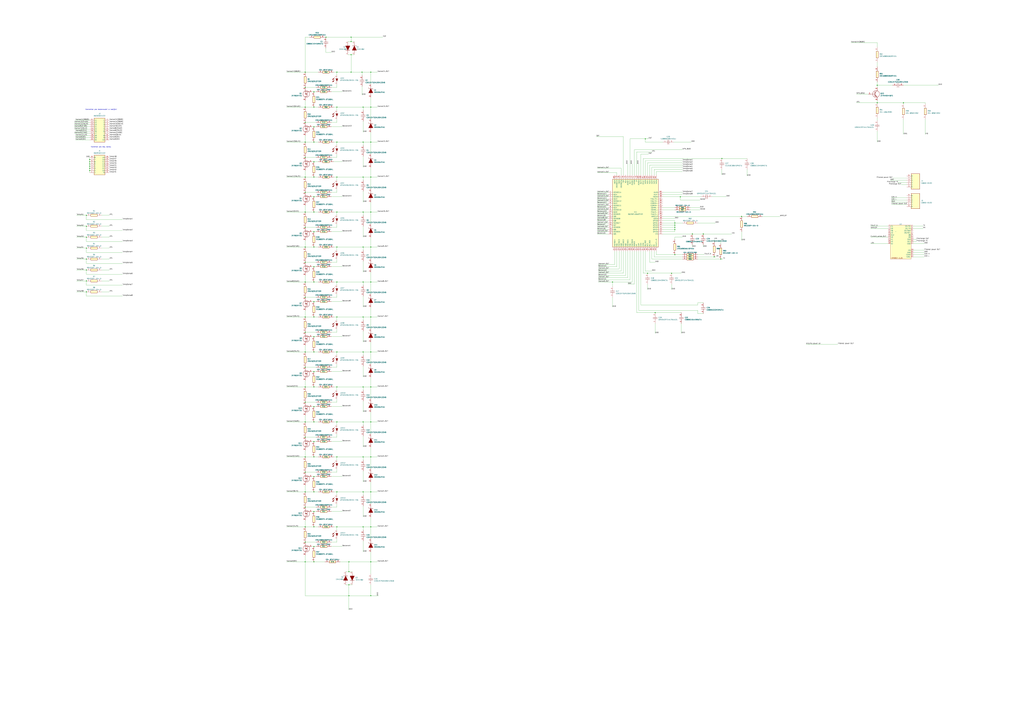
<source format=kicad_sch>
(kicad_sch (version 20231120) (generator "eeschema") (generator_version "8.0")
  (paper "A0")
  (lib_symbols
    (symbol "CRCW0805200RFKEA_1" (pin_names hide)
      (property "Reference" "R" (at 13.97 6.35 0))
      (property "Value" "CRCW0805200RFKEA" (at 13.97 3.81 0))
      (symbol "CRCW0805200RFKEA_1_1_1"
        (pin passive line (at 0 0 0) (length 5.08) (name "1") (number "1"))
        (pin passive line (at 17.78 0 180) (length 5.08) (name "2") (number "2"))
      )
    )
    (symbol "CRCW0805200RFKEA_2" (pin_names hide)
      (property "Reference" "R" (at 13.97 6.35 0))
      (property "Value" "CRCW0805200RFKEA" (at 13.97 3.81 0))
      (symbol "CRCW0805200RFKEA_2_1_1"
        (pin passive line (at 0 0 0) (length 5.08) (name "1") (number "1"))
        (pin passive line (at 17.78 0 180) (length 5.08) (name "2") (number "2"))
      )
    )
    (symbol "RR1220P-104-D_1" (pin_names hide)
      (property "Reference" "R" (at 13.97 6.35 0))
      (property "Value" "RR1220P-104-D" (at 13.97 3.81 0))
      (symbol "RR1220P-104-D_1_1_1"
        (pin passive line (at 0 0 0) (length 5.08) (name "R1") (number "1"))
        (pin passive line (at 17.78 0 180) (length 5.08) (name "R2") (number "2"))
      )
    )
    (symbol "RR1220P-104-D_2" (pin_names hide)
      (property "Reference" "R" (at 13.97 6.35 0))
      (property "Value" "RR1220P-104-D" (at 13.97 3.81 0))
      (symbol "RR1220P-104-D_2_1_1"
        (pin passive line (at 0 0 0) (length 5.08) (name "R1") (number "1"))
        (pin passive line (at 17.78 0 180) (length 5.08) (name "R2") (number "2"))
      )
    )
    (symbol "RR1220P-104-D_3" (pin_names hide)
      (property "Reference" "R" (at 13.97 6.35 0))
      (property "Value" "RR1220P-104-D" (at 13.97 3.81 0))
      (symbol "RR1220P-104-D_3_1_1"
        (pin passive line (at 0 0 0) (length 5.08) (name "R1") (number "1"))
        (pin passive line (at 17.78 0 180) (length 5.08) (name "R2") (number "2"))
      )
    )
    (symbol "SamacSys_Parts:1N4148W" (pin_names hide)
      (property "Reference" "D" (at 11.43 5.08 0))
      (property "Value" "1N4148W" (at 11.43 2.54 0))
      (symbol "1N4148W_1_1"
        (pin passive line (at 0 0 0) (length 2.54) (name "K") (number "1"))
        (pin passive line (at 15.24 0 180) (length 2.54) (name "A") (number "2"))
      )
    )
    (symbol "SamacSys_Parts:2V7002KT1G" (pin_names hide)
      (property "Reference" "Q" (at 11.43 3.81 0))
      (property "Value" "2V7002KT1G" (at 11.43 1.27 0))
      (symbol "2V7002KT1G_1_1"
        (pin passive line (at 0 0 0) (length 2.54) (name "G") (number "1"))
        (pin passive line (at 7.62 -5.08 90) (length 2.54) (name "S") (number "2"))
        (pin passive line (at 7.62 10.16 270) (length 2.54) (name "D") (number "3"))
      )
    )
    (symbol "SamacSys_Parts:43650-0420"
      (property "Reference" "J" (at 16.51 7.62 0))
      (property "Value" "43650-0420" (at 16.51 5.08 0))
      (symbol "43650-0420_1_1"
        (pin passive line (at 0 -10.16 0) (length 5.08) (name "1") (number "1"))
        (pin passive line (at 0 -7.62 0) (length 5.08) (name "2") (number "2"))
        (pin passive line (at 0 -5.08 0) (length 5.08) (name "3") (number "3"))
        (pin passive line (at 0 -2.54 0) (length 5.08) (name "4") (number "4"))
        (pin passive line (at 0 -12.7 0) (length 5.08) (name "5") (number "5"))
        (pin passive line (at 0 0 0) (length 5.08) (name "6") (number "6"))
      )
    )
    (symbol "SamacSys_Parts:66201621122"
      (property "Reference" "J" (at 19.05 7.62 0))
      (property "Value" "66201621122" (at 19.05 5.08 0))
      (symbol "66201621122_1_1"
        (pin passive line (at 0 -17.78 0) (length 5.08) (name "1") (number "1"))
        (pin passive line (at 22.86 -15.24 180) (length 5.08) (name "10") (number "10"))
        (pin passive line (at 22.86 -12.7 180) (length 5.08) (name "11") (number "11"))
        (pin passive line (at 22.86 -10.16 180) (length 5.08) (name "12") (number "12"))
        (pin passive line (at 22.86 -7.62 180) (length 5.08) (name "13") (number "13"))
        (pin passive line (at 22.86 -5.08 180) (length 5.08) (name "14") (number "14"))
        (pin passive line (at 22.86 -2.54 180) (length 5.08) (name "15") (number "15"))
        (pin passive line (at 22.86 0 180) (length 5.08) (name "16") (number "16"))
        (pin passive line (at 0 -15.24 0) (length 5.08) (name "2") (number "2"))
        (pin passive line (at 0 -12.7 0) (length 5.08) (name "3") (number "3"))
        (pin passive line (at 0 -10.16 0) (length 5.08) (name "4") (number "4"))
        (pin passive line (at 0 -7.62 0) (length 5.08) (name "5") (number "5"))
        (pin passive line (at 0 -5.08 0) (length 5.08) (name "6") (number "6"))
        (pin passive line (at 0 -2.54 0) (length 5.08) (name "7") (number "7"))
        (pin passive line (at 0 0 0) (length 5.08) (name "8") (number "8"))
        (pin passive line (at 22.86 -17.78 180) (length 5.08) (name "9") (number "9"))
      )
    )
    (symbol "SamacSys_Parts:66202021122"
      (property "Reference" "J" (at 19.05 7.62 0))
      (property "Value" "66202021122" (at 19.05 5.08 0))
      (symbol "66202021122_1_1"
        (pin passive line (at 0 -22.86 0) (length 5.08) (name "1") (number "1"))
        (pin passive line (at 0 0 0) (length 5.08) (name "10") (number "10"))
        (pin passive line (at 22.86 -22.86 180) (length 5.08) (name "11") (number "11"))
        (pin passive line (at 22.86 -20.32 180) (length 5.08) (name "12") (number "12"))
        (pin passive line (at 22.86 -17.78 180) (length 5.08) (name "13") (number "13"))
        (pin passive line (at 22.86 -15.24 180) (length 5.08) (name "14") (number "14"))
        (pin passive line (at 22.86 -12.7 180) (length 5.08) (name "15") (number "15"))
        (pin passive line (at 22.86 -10.16 180) (length 5.08) (name "16") (number "16"))
        (pin passive line (at 22.86 -7.62 180) (length 5.08) (name "17") (number "17"))
        (pin passive line (at 22.86 -5.08 180) (length 5.08) (name "18") (number "18"))
        (pin passive line (at 22.86 -2.54 180) (length 5.08) (name "19") (number "19"))
        (pin passive line (at 0 -20.32 0) (length 5.08) (name "2") (number "2"))
        (pin passive line (at 22.86 0 180) (length 5.08) (name "20") (number "20"))
        (pin passive line (at 0 -17.78 0) (length 5.08) (name "3") (number "3"))
        (pin passive line (at 0 -15.24 0) (length 5.08) (name "4") (number "4"))
        (pin passive line (at 0 -12.7 0) (length 5.08) (name "5") (number "5"))
        (pin passive line (at 0 -10.16 0) (length 5.08) (name "6") (number "6"))
        (pin passive line (at 0 -7.62 0) (length 5.08) (name "7") (number "7"))
        (pin passive line (at 0 -5.08 0) (length 5.08) (name "8") (number "8"))
        (pin passive line (at 0 -2.54 0) (length 5.08) (name "9") (number "9"))
      )
    )
    (symbol "SamacSys_Parts:APHCM2012SYCK-F01" (pin_names hide)
      (property "Reference" "LED" (at 12.7 8.89 0))
      (property "Value" "APHCM2012SYCK-F01" (at 12.7 6.35 0))
      (symbol "APHCM2012SYCK-F01_1_1"
        (pin passive line (at 1.27 0 0) (length 2.54) (name "K") (number "1"))
        (pin passive line (at 11.43 0 180) (length 2.54) (name "A") (number "2"))
      )
    )
    (symbol "SamacSys_Parts:BQ76PL455APFCR"
      (property "Reference" "IC" (at 59.69 20.32 0))
      (property "Value" "BQ76PL455APFCR" (at 59.69 17.78 0))
      (symbol "BQ76PL455APFCR_1_1"
        (pin passive line (at 0 0 0) (length 5.08) (name "VSENSE14") (number "1"))
        (pin passive line (at 0 -22.86 0) (length 5.08) (name "EQ10") (number "10"))
        (pin passive line (at 0 -25.4 0) (length 5.08) (name "VSENSE9") (number "11"))
        (pin passive line (at 0 -27.94 0) (length 5.08) (name "EQ9") (number "12"))
        (pin passive line (at 0 -30.48 0) (length 5.08) (name "VSENSE8") (number "13"))
        (pin passive line (at 0 -33.02 0) (length 5.08) (name "EQ8") (number "14"))
        (pin passive line (at 0 -35.56 0) (length 5.08) (name "VSENSE7") (number "15"))
        (pin passive line (at 0 -38.1 0) (length 5.08) (name "EQ7") (number "16"))
        (pin passive line (at 0 -40.64 0) (length 5.08) (name "VSENSE6") (number "17"))
        (pin passive line (at 0 -43.18 0) (length 5.08) (name "EQ6") (number "18"))
        (pin passive line (at 0 -45.72 0) (length 5.08) (name "VSENSE5") (number "19"))
        (pin passive line (at 0 -2.54 0) (length 5.08) (name "EQ14") (number "2"))
        (pin passive line (at 0 -48.26 0) (length 5.08) (name "EQ5") (number "20"))
        (pin passive line (at 7.62 -68.58 90) (length 5.08) (name "VSENSE4") (number "21"))
        (pin passive line (at 10.16 -68.58 90) (length 5.08) (name "EQ4") (number "22"))
        (pin passive line (at 12.7 -68.58 90) (length 5.08) (name "VSENSE3") (number "23"))
        (pin passive line (at 15.24 -68.58 90) (length 5.08) (name "EQ3") (number "24"))
        (pin passive line (at 17.78 -68.58 90) (length 5.08) (name "VSENSE2") (number "25"))
        (pin passive line (at 20.32 -68.58 90) (length 5.08) (name "EQ2") (number "26"))
        (pin passive line (at 22.86 -68.58 90) (length 5.08) (name "VSENSE1") (number "27"))
        (pin passive line (at 25.4 -68.58 90) (length 5.08) (name "EQ1") (number "28"))
        (pin passive line (at 27.94 -68.58 90) (length 5.08) (name "VSENSE0") (number "29"))
        (pin passive line (at 0 -5.08 0) (length 5.08) (name "VSENSE13") (number "3"))
        (pin passive line (at 30.48 -68.58 90) (length 5.08) (name "DGND1") (number "30"))
        (pin passive line (at 33.02 -68.58 90) (length 5.08) (name "VM") (number "31"))
        (pin passive line (at 35.56 -68.58 90) (length 5.08) (name "CHP") (number "32"))
        (pin passive line (at 38.1 -68.58 90) (length 5.08) (name "CHM") (number "33"))
        (pin passive line (at 40.64 -68.58 90) (length 5.08) (name "VDIG") (number "34"))
        (pin passive line (at 43.18 -68.58 90) (length 5.08) (name "DG_ND2") (number "35"))
        (pin passive line (at 45.72 -68.58 90) (length 5.08) (name "NC1") (number "36"))
        (pin passive line (at 48.26 -68.58 90) (length 5.08) (name "DG_ND3") (number "37"))
        (pin passive line (at 50.8 -68.58 90) (length 5.08) (name "TX") (number "38"))
        (pin passive line (at 53.34 -68.58 90) (length 5.08) (name "RX") (number "39"))
        (pin passive line (at 0 -7.62 0) (length 5.08) (name "EQ13") (number "4"))
        (pin passive line (at 55.88 -68.58 90) (length 5.08) (name "FAULT__N") (number "40"))
        (pin passive line (at 63.5 -48.26 180) (length 5.08) (name "VIO") (number "41"))
        (pin passive line (at 63.5 -45.72 180) (length 5.08) (name "GPIO5") (number "42"))
        (pin passive line (at 63.5 -43.18 180) (length 5.08) (name "GPIO4") (number "43"))
        (pin passive line (at 63.5 -40.64 180) (length 5.08) (name "GPIO3") (number "44"))
        (pin passive line (at 63.5 -38.1 180) (length 5.08) (name "GPIO2") (number "45"))
        (pin passive line (at 63.5 -35.56 180) (length 5.08) (name "GPIO1") (number "46"))
        (pin passive line (at 63.5 -33.02 180) (length 5.08) (name "GPIO0") (number "47"))
        (pin passive line (at 63.5 -30.48 180) (length 5.08) (name "CGND") (number "48"))
        (pin passive line (at 63.5 -27.94 180) (length 5.08) (name "WAKEUP") (number "49"))
        (pin passive line (at 0 -10.16 0) (length 5.08) (name "VSENSE12") (number "5"))
        (pin passive line (at 63.5 -25.4 180) (length 5.08) (name "FAULTL+") (number "50"))
        (pin passive line (at 63.5 -22.86 180) (length 5.08) (name "FAULTL-") (number "51"))
        (pin passive line (at 63.5 -20.32 180) (length 5.08) (name "COMML+") (number "52"))
        (pin passive line (at 63.5 -17.78 180) (length 5.08) (name "COMML-") (number "53"))
        (pin passive line (at 63.5 -15.24 180) (length 5.08) (name "COMMH-") (number "54"))
        (pin passive line (at 63.5 -12.7 180) (length 5.08) (name "COMMH+") (number "55"))
        (pin passive line (at 63.5 -10.16 180) (length 5.08) (name "FAULTH-") (number "56"))
        (pin passive line (at 63.5 -7.62 180) (length 5.08) (name "FAULTH+") (number "57"))
        (pin passive line (at 63.5 -5.08 180) (length 5.08) (name "V5VAO") (number "58"))
        (pin passive line (at 63.5 -2.54 180) (length 5.08) (name "AUX7") (number "59"))
        (pin passive line (at 0 -12.7 0) (length 5.08) (name "EQ12") (number "6"))
        (pin passive line (at 63.5 0 180) (length 5.08) (name "AUX6") (number "60"))
        (pin passive line (at 55.88 20.32 270) (length 5.08) (name "AUX5") (number "61"))
        (pin passive line (at 53.34 20.32 270) (length 5.08) (name "AUX4") (number "62"))
        (pin passive line (at 50.8 20.32 270) (length 5.08) (name "AUX3") (number "63"))
        (pin passive line (at 48.26 20.32 270) (length 5.08) (name "AUX2") (number "64"))
        (pin passive line (at 45.72 20.32 270) (length 5.08) (name "AUX1") (number "65"))
        (pin passive line (at 43.18 20.32 270) (length 5.08) (name "AUX0") (number "66"))
        (pin passive line (at 40.64 20.32 270) (length 5.08) (name "VR_EF") (number "67"))
        (pin passive line (at 38.1 20.32 270) (length 5.08) (name "OUT2") (number "68"))
        (pin passive line (at 35.56 20.32 270) (length 5.08) (name "AGND3") (number "69"))
        (pin passive line (at 0 -15.24 0) (length 5.08) (name "VSENSE11") (number "7"))
        (pin passive line (at 33.02 20.32 270) (length 5.08) (name "VP") (number "70"))
        (pin passive line (at 30.48 20.32 270) (length 5.08) (name "NPNB") (number "71"))
        (pin passive line (at 27.94 20.32 270) (length 5.08) (name "AGND2") (number "72"))
        (pin passive line (at 25.4 20.32 270) (length 5.08) (name "OUT1") (number "73"))
        (pin passive line (at 22.86 20.32 270) (length 5.08) (name "AGND1") (number "74"))
        (pin passive line (at 20.32 20.32 270) (length 5.08) (name "NC2") (number "75"))
        (pin passive line (at 17.78 20.32 270) (length 5.08) (name "TOP") (number "76"))
        (pin passive line (at 15.24 20.32 270) (length 5.08) (name "VSENSE16") (number "77"))
        (pin passive line (at 12.7 20.32 270) (length 5.08) (name "EQ16") (number "78"))
        (pin passive line (at 10.16 20.32 270) (length 5.08) (name "VSENSE15") (number "79"))
        (pin passive line (at 0 -17.78 0) (length 5.08) (name "EQ11") (number "8"))
        (pin passive line (at 7.62 20.32 270) (length 5.08) (name "EQ15") (number "80"))
        (pin passive line (at 0 -20.32 0) (length 5.08) (name "VSENSE10") (number "9"))
      )
    )
    (symbol "SamacSys_Parts:C0805C104K5RACTU" (pin_names hide)
      (property "Reference" "C" (at 8.89 6.35 0))
      (property "Value" "C0805C104K5RACTU" (at 8.89 3.81 0))
      (symbol "C0805C104K5RACTU_1_1"
        (pin passive line (at 0 0 0) (length 5.08) (name "1") (number "1"))
        (pin passive line (at 12.7 0 180) (length 5.08) (name "2") (number "2"))
      )
    )
    (symbol "SamacSys_Parts:C0805C223K5RACTU" (pin_names hide)
      (property "Reference" "C" (at 8.89 6.35 0))
      (property "Value" "C0805C223K5RACTU" (at 8.89 3.81 0))
      (symbol "C0805C223K5RACTU_1_1"
        (pin passive line (at 0 0 0) (length 5.08) (name "1") (number "1"))
        (pin passive line (at 12.7 0 180) (length 5.08) (name "2") (number "2"))
      )
    )
    (symbol "SamacSys_Parts:C1210C185K3PACTU" (pin_names hide)
      (property "Reference" "C" (at 8.89 6.35 0))
      (property "Value" "C1210C185K3PACTU" (at 8.89 3.81 0))
      (symbol "C1210C185K3PACTU_1_1"
        (pin passive line (at 0 0 0) (length 5.08) (name "1") (number "1"))
        (pin passive line (at 12.7 0 180) (length 5.08) (name "2") (number "2"))
      )
    )
    (symbol "SamacSys_Parts:C2012X7S2A105K125AB" (pin_names hide)
      (property "Reference" "C" (at 8.89 6.35 0))
      (property "Value" "C2012X7S2A105K125AB" (at 8.89 3.81 0))
      (symbol "C2012X7S2A105K125AB_1_1"
        (pin passive line (at 0 0 0) (length 5.08) (name "1") (number "1"))
        (pin passive line (at 12.7 0 180) (length 5.08) (name "2") (number "2"))
      )
    )
    (symbol "SamacSys_Parts:CANBED_v1.2e"
      (property "Reference" "U" (at 0 -1.27 0))
      (symbol "CANBED_v1.2e_1_1"
        (text "CANBED v1.2e" (at -5.08 -19.05 0) (effects (font (size 1.27 1.27))))
        (pin passive line (at 13.97 17.78 180) (length 2.54) (name "D0/RX") (number "1"))
        (pin passive line (at -15.24 7.62 0) (length 2.54) (name "D12") (number "10"))
        (pin passive line (at 13.97 5.08 180) (length 2.54) (name "D9") (number "11"))
        (pin passive line (at -15.24 5.08 0) (length 2.54) (name "A0") (number "12"))
        (pin passive line (at 13.97 2.54 180) (length 2.54) (name "D10") (number "13"))
        (pin passive line (at -15.24 2.54 0) (length 2.54) (name "A1") (number "14"))
        (pin passive line (at 13.97 0 180) (length 2.54) (name "D11") (number "15"))
        (pin passive line (at -15.24 0 0) (length 2.54) (name "A2") (number "16"))
        (pin passive line (at 13.97 -2.54 180) (length 2.54) (name "GND") (number "17"))
        (pin passive line (at -15.24 -2.54 0) (length 2.54) (name "5V") (number "18"))
        (pin passive line (at 13.97 -10.16 180) (length 2.54) (name "VIN") (number "19"))
        (pin passive line (at -15.24 17.78 0) (length 2.54) (name "D4") (number "2"))
        (pin passive line (at 13.97 -12.7 180) (length 2.54) (name "GND") (number "20"))
        (pin passive line (at 13.97 -15.24 180) (length 2.54) (name "CANH") (number "21"))
        (pin passive line (at 13.97 -17.78 180) (length 2.54) (name "CANL") (number "22"))
        (pin passive line (at 13.97 15.24 180) (length 2.54) (name "D1/TX") (number "3"))
        (pin passive line (at -15.24 15.24 0) (length 2.54) (name "D5") (number "4"))
        (pin passive line (at 13.97 12.7 180) (length 2.54) (name "D2/SDA") (number "5"))
        (pin passive line (at -15.24 12.7 0) (length 2.54) (name "D6") (number "6"))
        (pin passive line (at 13.97 10.16 180) (length 2.54) (name "D3/SCL") (number "7"))
        (pin passive line (at -15.24 10.16 0) (length 2.54) (name "A3") (number "8"))
        (pin passive line (at 13.97 7.62 180) (length 2.54) (name "D8") (number "9"))
      )
    )
    (symbol "SamacSys_Parts:CRCW0805200RFKEA" (pin_names hide)
      (property "Reference" "R" (at 13.97 6.35 0))
      (property "Value" "CRCW0805200RFKEA" (at 13.97 3.81 0))
      (symbol "CRCW0805200RFKEA_1_1"
        (pin passive line (at 0 0 0) (length 5.08) (name "1") (number "1"))
        (pin passive line (at 17.78 0 180) (length 5.08) (name "2") (number "2"))
      )
    )
    (symbol "SamacSys_Parts:CRCW0805360RFKEA" (pin_names hide)
      (property "Reference" "R" (at 13.97 6.35 0))
      (property "Value" "CRCW0805360RFKEA" (at 13.97 3.81 0))
      (symbol "CRCW0805360RFKEA_1_1"
        (pin passive line (at 0 0 0) (length 5.08) (name "1") (number "1"))
        (pin passive line (at 17.78 0 180) (length 5.08) (name "2") (number "2"))
      )
    )
    (symbol "SamacSys_Parts:CRCW080551K0FKEA" (pin_names hide)
      (property "Reference" "R" (at 13.97 6.35 0))
      (property "Value" "CRCW080551K0FKEA" (at 13.97 3.81 0))
      (symbol "CRCW080551K0FKEA_1_1"
        (pin passive line (at 0 0 0) (length 5.08) (name "1") (number "1"))
        (pin passive line (at 17.78 0 180) (length 5.08) (name "2") (number "2"))
      )
    )
    (symbol "SamacSys_Parts:CRGCQ2512F33R" (pin_names hide)
      (property "Reference" "R" (at 13.97 6.35 0))
      (property "Value" "CRGCQ2512F33R" (at 13.97 3.81 0))
      (symbol "CRGCQ2512F33R_1_1"
        (pin passive line (at 0 0 0) (length 5.08) (name "1") (number "1"))
        (pin passive line (at 17.78 0 180) (length 5.08) (name "2") (number "2"))
      )
    )
    (symbol "SamacSys_Parts:ERJ-6ENF51R0V" (pin_names hide)
      (property "Reference" "R" (at 13.97 6.35 0))
      (property "Value" "ERJ-6ENF51R0V" (at 13.97 3.81 0))
      (symbol "ERJ-6ENF51R0V_1_1"
        (pin passive line (at 0 0 0) (length 5.08) (name "1") (number "1"))
        (pin passive line (at 17.78 0 180) (length 5.08) (name "2") (number "2"))
      )
    )
    (symbol "SamacSys_Parts:ERJ-6GEYJ202V" (pin_names hide)
      (property "Reference" "R" (at 13.97 6.35 0))
      (property "Value" "ERJ-6GEYJ202V" (at 13.97 3.81 0))
      (symbol "ERJ-6GEYJ202V_1_1"
        (pin passive line (at 0 0 0) (length 5.08) (name "R1") (number "1"))
        (pin passive line (at 17.78 0 180) (length 5.08) (name "R2") (number "2"))
      )
    )
    (symbol "SamacSys_Parts:ERJ-8ENF1001V" (pin_names hide)
      (property "Reference" "R" (at 13.97 6.35 0))
      (property "Value" "ERJ-8ENF1001V" (at 13.97 3.81 0))
      (symbol "ERJ-8ENF1001V_1_1"
        (pin passive line (at 0 0 0) (length 5.08) (name "1") (number "1"))
        (pin passive line (at 17.78 0 180) (length 5.08) (name "2") (number "2"))
      )
    )
    (symbol "SamacSys_Parts:ERJ-8RQF1R0V" (pin_names hide)
      (property "Reference" "R" (at 13.97 6.35 0))
      (property "Value" "ERJ-8RQF1R0V" (at 13.97 3.81 0))
      (symbol "ERJ-8RQF1R0V_1_1"
        (pin passive line (at 0 0 0) (length 5.08) (name "1") (number "1"))
        (pin passive line (at 17.78 0 180) (length 5.08) (name "2") (number "2"))
      )
    )
    (symbol "SamacSys_Parts:ERJ-U6QJR39V" (pin_names hide)
      (property "Reference" "R" (at 13.97 6.35 0))
      (property "Value" "ERJ-U6QJR39V" (at 13.97 3.81 0))
      (symbol "ERJ-U6QJR39V_1_1"
        (pin passive line (at 0 0 0) (length 5.08) (name "1") (number "1"))
        (pin passive line (at 17.78 0 180) (length 5.08) (name "2") (number "2"))
      )
    )
    (symbol "SamacSys_Parts:GRM31CR71H475KA12L" (pin_names hide)
      (property "Reference" "C" (at 8.89 6.35 0))
      (property "Value" "GRM31CR71H475KA12L" (at 8.89 3.81 0))
      (symbol "GRM31CR71H475KA12L_1_1"
        (pin passive line (at 0 0 0) (length 5.08) (name "1") (number "1"))
        (pin passive line (at 12.7 0 180) (length 5.08) (name "2") (number "2"))
      )
    )
    (symbol "SamacSys_Parts:MM3Z6V2T1G" (pin_names hide)
      (property "Reference" "Z" (at 10.16 8.89 0))
      (property "Value" "MM3Z6V2T1G" (at 10.16 6.35 0))
      (symbol "MM3Z6V2T1G_1_1"
        (pin passive line (at 0 0 0) (length 2.54) (name "K") (number "1"))
        (pin passive line (at 15.24 0 180) (length 2.54) (name "A") (number "2"))
      )
    )
    (symbol "SamacSys_Parts:RC0805FR-07100KL" (pin_names hide)
      (property "Reference" "R" (at 13.97 6.35 0))
      (property "Value" "RC0805FR-07100KL" (at 13.97 3.81 0))
      (symbol "RC0805FR-07100KL_1_1"
        (pin passive line (at 0 0 0) (length 5.08) (name "1") (number "1"))
        (pin passive line (at 17.78 0 180) (length 5.08) (name "2") (number "2"))
      )
    )
    (symbol "SamacSys_Parts:RR1220P-104-D" (pin_names hide)
      (property "Reference" "R" (at 13.97 6.35 0))
      (property "Value" "RR1220P-104-D" (at 13.97 3.81 0))
      (symbol "RR1220P-104-D_1_1"
        (pin passive line (at 0 0 0) (length 5.08) (name "R1") (number "1"))
        (pin passive line (at 17.78 0 180) (length 5.08) (name "R2") (number "2"))
      )
    )
    (symbol "SamacSys_Parts:VJ0805D391KXCAJ" (pin_names hide)
      (property "Reference" "C" (at 8.89 6.35 0))
      (property "Value" "VJ0805D391KXCAJ" (at 8.89 3.81 0))
      (symbol "VJ0805D391KXCAJ_1_1"
        (pin passive line (at 0 0 0) (length 5.08) (name "1") (number "1"))
        (pin passive line (at 12.7 0 180) (length 5.08) (name "2") (number "2"))
      )
    )
    (symbol "SamacSys_Parts:ZXTN4004KQTC" (pin_names hide)
      (property "Reference" "Q" (at 13.97 1.27 0))
      (property "Value" "ZXTN4004KQTC" (at 13.97 -1.27 0))
      (symbol "ZXTN4004KQTC_1_1"
        (pin passive line (at 0 0 0) (length 2.54) (name "B") (number "1"))
        (pin passive line (at 10.16 7.62 270) (length 2.54) (name "C") (number "2"))
        (pin passive line (at 10.16 -7.62 90) (length 2.54) (name "E") (number "3"))
      )
    )
  )
  (junction (at 783.59 266.7))
  (junction (at 354.33 182.88))
  (junction (at 861.06 251.46))
  (junction (at 364.49 449.58))
  (junction (at 391.16 205.74))
  (junction (at 430.53 124.46))
  (junction (at 430.53 612.14))
  (junction (at 1018.54 119.38))
  (junction (at 104.14 187.96))
  (junction (at 1049.02 119.38))
  (junction (at 391.16 83.82))
  (junction (at 421.64 571.5))
  (junction (at 364.49 513.08))
  (junction (at 364.49 124.46))
  (junction (at 364.49 612.14))
  (junction (at 391.16 530.86))
  (junction (at 816.61 271.78))
  (junction (at 354.33 490.22))
  (junction (at 1018.54 99.06))
  (junction (at 421.64 449.58))
  (junction (at 354.33 304.8))
  (junction (at 100.33 339.09))
  (junction (at 421.64 612.14))
  (junction (at 364.49 228.6))
  (junction (at 104.14 185.42))
  (junction (at 100.33 326.39))
  (junction (at 364.49 205.74))
  (junction (at 364.49 269.24))
  (junction (at 364.49 350.52))
  (junction (at 421.64 287.02))
  (junction (at 430.53 205.74))
  (junction (at 354.33 223.52))
  (junction (at 783.59 259.08))
  (junction (at 430.53 246.38))
  (junction (at 391.16 287.02))
  (junction (at 407.67 48.26))
  (junction (at 430.53 368.3))
  (junction (at 749.3 161.29))
  (junction (at 364.49 490.22))
  (junction (at 354.33 612.14))
  (junction (at 354.33 142.24))
  (junction (at 354.33 426.72))
  (junction (at 391.16 449.58))
  (junction (at 100.33 250.19))
  (junction (at 354.33 386.08))
  (junction (at 391.16 612.14))
  (junction (at 391.16 368.3))
  (junction (at 779.78 317.5))
  (junction (at 364.49 391.16))
  (junction (at 364.49 246.38))
  (junction (at 364.49 408.94))
  (junction (at 364.49 187.96))
  (junction (at 100.33 313.69))
  (junction (at 354.33 327.66))
  (junction (at 354.33 246.38))
  (junction (at 803.91 271.78))
  (junction (at 407.67 43.18))
  (junction (at 104.14 190.5))
  (junction (at 364.49 571.5))
  (junction (at 391.16 165.1))
  (junction (at 421.64 124.46))
  (junction (at 405.13 664.21))
  (junction (at 783.59 261.62))
  (junction (at 421.64 205.74))
  (junction (at 405.13 652.78))
  (junction (at 391.16 327.66))
  (junction (at 391.16 571.5))
  (junction (at 430.53 83.82))
  (junction (at 100.33 300.99))
  (junction (at 364.49 472.44))
  (junction (at 430.53 287.02))
  (junction (at 783.59 295.91))
  (junction (at 354.33 264.16))
  (junction (at 430.53 530.86))
  (junction (at 100.33 262.89))
  (junction (at 421.64 490.22))
  (junction (at 760.73 363.22))
  (junction (at 430.53 165.1))
  (junction (at 354.33 287.02))
  (junction (at 364.49 594.36))
  (junction (at 838.2 184.15))
  (junction (at 751.84 317.5))
  (junction (at 354.33 368.3))
  (junction (at 354.33 101.6))
  (junction (at 364.49 431.8))
  (junction (at 364.49 368.3))
  (junction (at 421.64 246.38))
  (junction (at 391.16 408.94))
  (junction (at 354.33 548.64))
  (junction (at 407.67 83.82))
  (junction (at 430.53 652.78))
  (junction (at 364.49 165.1))
  (junction (at 789.94 228.6))
  (junction (at 405.13 692.15))
  (junction (at 354.33 83.82))
  (junction (at 354.33 530.86))
  (junction (at 100.33 275.59))
  (junction (at 364.49 553.72))
  (junction (at 104.14 195.58))
  (junction (at 783.59 264.16))
  (junction (at 421.64 165.1))
  (junction (at 421.64 327.66))
  (junction (at 354.33 589.28))
  (junction (at 836.93 300.99))
  (junction (at 407.67 63.5))
  (junction (at 354.33 205.74))
  (junction (at 421.64 530.86))
  (junction (at 405.13 679.45))
  (junction (at 364.49 635))
  (junction (at 420.37 83.82))
  (junction (at 430.53 408.94))
  (junction (at 104.14 193.04))
  (junction (at 430.53 449.58))
  (junction (at 354.33 345.44))
  (junction (at 378.46 43.18))
  (junction (at 354.33 449.58))
  (junction (at 364.49 106.68))
  (junction (at 364.49 147.32))
  (junction (at 430.53 490.22))
  (junction (at 364.49 530.86))
  (junction (at 104.14 198.12))
  (junction (at 364.49 309.88))
  (junction (at 354.33 124.46))
  (junction (at 354.33 408.94))
  (junction (at 364.49 652.78))
  (junction (at 391.16 246.38))
  (junction (at 100.33 288.29))
  (junction (at 364.49 287.02))
  (junction (at 354.33 571.5))
  (junction (at 391.16 124.46))
  (junction (at 354.33 165.1))
  (junction (at 421.64 368.3))
  (junction (at 354.33 467.36))
  (junction (at 354.33 629.92))
  (junction (at 354.33 652.78))
  (junction (at 364.49 327.66))
  (junction (at 829.31 298.45))
  (junction (at 430.53 692.15))
  (junction (at 421.64 408.94))
  (junction (at 430.53 571.5))
  (junction (at 391.16 490.22))
  (junction (at 430.53 327.66))
  (junction (at 711.2 327.66))
  (junction (at 354.33 508))
  (wire (pts (xy 391.16 165.1) (xy 421.64 165.1)))
  (wire (pts (xy 118.11 313.69) (xy 127 313.69)))
  (wire (pts (xy 88.9 326.39) (xy 100.33 326.39)))
  (wire (pts (xy 354.33 157.48) (xy 354.33 165.1)))
  (wire (pts (xy 693.42 264.16) (xy 706.12 264.16)))
  (wire (pts (xy 354.33 571.5) (xy 364.49 571.5)))
  (wire (pts (xy 391.16 168.91) (xy 391.16 165.1)))
  (wire (pts (xy 1049.02 138.43) (xy 1049.02 156.21)))
  (wire (pts (xy 751.84 203.2) (xy 751.84 189.23)))
  (wire (pts (xy 783.59 264.16) (xy 783.59 261.62)))
  (wire (pts (xy 391.16 449.58) (xy 387.35 449.58)))
  (wire (pts (xy 332.74 205.74) (xy 354.33 205.74)))
  (wire (pts (xy 731.52 292.1) (xy 731.52 325.12)))
  (wire (pts (xy 354.33 467.36) (xy 367.03 467.36)))
  (wire (pts (xy 354.33 441.96) (xy 354.33 449.58)))
  (wire (pts (xy 994.41 109.22) (xy 1008.38 109.22)))
  (wire (pts (xy 430.53 449.58) (xy 430.53 463.55)))
  (wire (pts (xy 384.81 548.64) (xy 391.16 548.64)))
  (wire (pts (xy 769.62 226.06) (xy 792.48 226.06)))
  (wire (pts (xy 361.95 187.96) (xy 364.49 187.96)))
  (wire (pts (xy 749.3 292.1) (xy 749.3 314.96)))
  (wire (pts (xy 364.49 408.94) (xy 369.57 408.94)))
  (wire (pts (xy 88.9 339.09) (xy 100.33 339.09)))
  (wire (pts (xy 332.74 408.94) (xy 354.33 408.94)))
  (wire (pts (xy 378.46 43.18) (xy 377.19 43.18)))
  (wire (pts (xy 713.74 307.34) (xy 694.69 307.34)))
  (wire (pts (xy 816.61 271.78) (xy 849.63 271.78)))
  (wire (pts (xy 759.46 292.1) (xy 759.46 298.45)))
  (wire (pts (xy 361.95 431.8) (xy 364.49 431.8)))
  (wire (pts (xy 762 203.2) (xy 762 199.39)))
  (wire (pts (xy 1035.05 234.95) (xy 1052.83 234.95)))
  (wire (pts (xy 693.42 256.54) (xy 706.12 256.54)))
  (wire (pts (xy 332.74 327.66) (xy 354.33 327.66)))
  (wire (pts (xy 430.53 490.22) (xy 430.53 504.19)))
  (wire (pts (xy 421.64 588.01) (xy 421.64 600.71)))
  (wire (pts (xy 391.16 534.67) (xy 391.16 530.86)))
  (wire (pts (xy 744.22 203.2) (xy 744.22 179.07)))
  (wire (pts (xy 430.53 194.31) (xy 430.53 205.74)))
  (wire (pts (xy 728.98 330.2) (xy 736.6 330.2)))
  (wire (pts (xy 430.53 397.51) (xy 430.53 408.94)))
  (wire (pts (xy 332.74 246.38) (xy 354.33 246.38)))
  (wire (pts (xy 86.36 147.32) (xy 104.14 147.32)))
  (wire (pts (xy 354.33 327.66) (xy 364.49 327.66)))
  (wire (pts (xy 731.52 325.12) (xy 694.69 325.12)))
  (wire (pts (xy 420.37 100.33) (xy 420.37 110.49)))
  (wire (pts (xy 354.33 205.74) (xy 364.49 205.74)))
  (wire (pts (xy 391.16 548.64) (xy 391.16 544.83)))
  (wire (pts (xy 421.64 449.58) (xy 430.53 449.58)))
  (wire (pts (xy 100.33 306.07) (xy 142.24 306.07)))
  (wire (pts (xy 754.38 304.8) (xy 760.73 304.8)))
  (wire (pts (xy 746.76 184.15) (xy 838.2 184.15)))
  (wire (pts (xy 384.81 472.44) (xy 397.51 472.44)))
  (wire (pts (xy 421.64 408.94) (xy 421.64 412.75)))
  (wire (pts (xy 430.53 519.43) (xy 430.53 530.86)))
  (wire (pts (xy 438.15 327.66) (xy 430.53 327.66)))
  (wire (pts (xy 354.33 246.38) (xy 364.49 246.38)))
  (wire (pts (xy 421.64 246.38) (xy 421.64 250.19)))
  (wire (pts (xy 421.64 547.37) (xy 421.64 560.07)))
  (wire (pts (xy 760.73 363.22) (xy 791.21 363.22)))
  (wire (pts (xy 1036.32 207.01) (xy 1052.83 207.01)))
  (wire (pts (xy 88.9 313.69) (xy 100.33 313.69)))
  (wire (pts (xy 391.16 209.55) (xy 391.16 205.74)))
  (wire (pts (xy 87.63 157.48) (xy 104.14 157.48)))
  (wire (pts (xy 694.69 327.66) (xy 711.2 327.66)))
  (wire (pts (xy 86.36 144.78) (xy 104.14 144.78)))
  (wire (pts (xy 741.68 190.5) (xy 741.68 203.2)))
  (wire (pts (xy 762 292.1) (xy 762 295.91)))
  (wire (pts (xy 391.16 264.16) (xy 391.16 260.35)))
  (wire (pts (xy 361.95 350.52) (xy 364.49 350.52)))
  (wire (pts (xy 354.33 508) (xy 367.03 508)))
  (wire (pts (xy 421.64 571.5) (xy 430.53 571.5)))
  (wire (pts (xy 430.53 612.14) (xy 430.53 626.11)))
  (wire (pts (xy 1018.54 119.38) (xy 1049.02 119.38)))
  (wire (pts (xy 694.69 314.96) (xy 721.36 314.96)))
  (wire (pts (xy 354.33 304.8) (xy 367.03 304.8)))
  (wire (pts (xy 1035.05 237.49) (xy 1052.83 237.49)))
  (wire (pts (xy 693.42 238.76) (xy 706.12 238.76)))
  (wire (pts (xy 354.33 287.02) (xy 364.49 287.02)))
  (wire (pts (xy 430.53 275.59) (xy 430.53 287.02)))
  (wire (pts (xy 364.49 612.14) (xy 369.57 612.14)))
  (wire (pts (xy 1018.54 49.53) (xy 988.06 49.53)))
  (wire (pts (xy 391.16 571.5) (xy 421.64 571.5)))
  (wire (pts (xy 405.13 652.78) (xy 430.53 652.78)))
  (wire (pts (xy 769.62 228.6) (xy 789.94 228.6)))
  (wire (pts (xy 1018.54 152.4) (xy 1018.54 165.1)))
  (wire (pts (xy 391.16 467.36) (xy 391.16 463.55)))
  (wire (pts (xy 782.32 165.1) (xy 802.64 165.1)))
  (wire (pts (xy 364.49 472.44) (xy 367.03 472.44)))
  (wire (pts (xy 87.63 160.02) (xy 104.14 160.02)))
  (wire (pts (xy 403.86 48.26) (xy 407.67 48.26)))
  (wire (pts (xy 364.49 269.24) (xy 367.03 269.24)))
  (wire (pts (xy 759.46 203.2) (xy 759.46 196.85)))
  (wire (pts (xy 754.38 292.1) (xy 754.38 304.8)))
  (wire (pts (xy 438.15 571.5) (xy 430.53 571.5)))
  (wire (pts (xy 741.68 360.68) (xy 810.26 360.68)))
  (wire (pts (xy 751.84 317.5) (xy 779.78 317.5)))
  (wire (pts (xy 438.15 83.82) (xy 430.53 83.82)))
  (wire (pts (xy 430.53 356.87) (xy 430.53 368.3)))
  (wire (pts (xy 364.49 391.16) (xy 367.03 391.16)))
  (wire (pts (xy 718.82 292.1) (xy 718.82 312.42)))
  (wire (pts (xy 421.64 327.66) (xy 421.64 331.47)))
  (wire (pts (xy 421.64 205.74) (xy 421.64 209.55)))
  (wire (pts (xy 100.33 262.89) (xy 88.9 262.89)))
  (wire (pts (xy 438.15 490.22) (xy 430.53 490.22)))
  (wire (pts (xy 430.53 478.79) (xy 430.53 490.22)))
  (wire (pts (xy 826.77 228.6) (xy 843.28 228.6)))
  (wire (pts (xy 744.22 292.1) (xy 744.22 354.33)))
  (wire (pts (xy 736.6 203.2) (xy 736.6 173.99)))
  (wire (pts (xy 783.59 275.59) (xy 792.48 275.59)))
  (wire (pts (xy 391.16 142.24) (xy 391.16 138.43)))
  (wire (pts (xy 364.49 287.02) (xy 369.57 287.02)))
  (wire (pts (xy 693.42 259.08) (xy 706.12 259.08)))
  (wire (pts (xy 407.67 83.82) (xy 391.16 83.82)))
  (wire (pts (xy 760.73 375.92) (xy 760.73 387.35)))
  (wire (pts (xy 693.42 236.22) (xy 706.12 236.22)))
  (wire (pts (xy 384.81 350.52) (xy 397.51 350.52)))
  (wire (pts (xy 693.42 246.38) (xy 706.12 246.38)))
  (wire (pts (xy 1060.45 290.83) (xy 1073.15 290.83)))
  (wire (pts (xy 361.95 106.68) (xy 364.49 106.68)))
  (wire (pts (xy 693.42 228.6) (xy 706.12 228.6)))
  (wire (pts (xy 384.81 223.52) (xy 391.16 223.52)))
  (wire (pts (xy 1060.45 283.21) (xy 1073.15 283.21)))
  (wire (pts (xy 438.15 287.02) (xy 430.53 287.02)))
  (wire (pts (xy 391.16 530.86) (xy 387.35 530.86)))
  (wire (pts (xy 693.42 271.78) (xy 706.12 271.78)))
  (wire (pts (xy 354.33 360.68) (xy 354.33 368.3)))
  (wire (pts (xy 391.16 412.75) (xy 391.16 408.94)))
  (wire (pts (xy 407.67 48.26) (xy 411.48 48.26)))
  (wire (pts (xy 364.49 449.58) (xy 369.57 449.58)))
  (wire (pts (xy 364.49 124.46) (xy 369.57 124.46)))
  (wire (pts (xy 100.33 313.69) (xy 100.33 318.77)))
  (wire (pts (xy 354.33 612.14) (xy 364.49 612.14)))
  (wire (pts (xy 354.33 182.88) (xy 367.03 182.88)))
  (wire (pts (xy 391.16 368.3) (xy 387.35 368.3)))
  (wire (pts (xy 810.26 259.08) (xy 830.58 259.08)))
  (wire (pts (xy 88.9 300.99) (xy 100.33 300.99)))
  (wire (pts (xy 361.95 228.6) (xy 364.49 228.6)))
  (wire (pts (xy 438.15 246.38) (xy 430.53 246.38)))
  (wire (pts (xy 354.33 408.94) (xy 364.49 408.94)))
  (wire (pts (xy 421.64 530.86) (xy 421.64 534.67)))
  (wire (pts (xy 332.74 571.5) (xy 354.33 571.5)))
  (wire (pts (xy 332.74 83.82) (xy 354.33 83.82)))
  (wire (pts (xy 391.16 327.66) (xy 387.35 327.66)))
  (wire (pts (xy 759.46 298.45) (xy 792.48 298.45)))
  (wire (pts (xy 721.36 292.1) (xy 721.36 314.96)))
  (wire (pts (xy 421.64 140.97) (xy 421.64 153.67)))
  (wire (pts (xy 364.49 553.72) (xy 367.03 553.72)))
  (wire (pts (xy 693.42 251.46) (xy 706.12 251.46)))
  (wire (pts (xy 405.13 692.15) (xy 405.13 708.66)))
  (wire (pts (xy 354.33 124.46) (xy 364.49 124.46)))
  (wire (pts (xy 100.33 255.27) (xy 142.24 255.27)))
  (wire (pts (xy 384.81 345.44) (xy 391.16 345.44)))
  (wire (pts (xy 391.16 408.94) (xy 387.35 408.94)))
  (wire (pts (xy 1049.02 119.38) (xy 1049.02 120.65)))
  (wire (pts (xy 801.37 241.3) (xy 812.8 241.3)))
  (wire (pts (xy 391.16 490.22) (xy 387.35 490.22)))
  (wire (pts (xy 1074.42 119.38) (xy 1074.42 120.65)))
  (wire (pts (xy 88.9 275.59) (xy 100.33 275.59)))
  (wire (pts (xy 438.15 449.58) (xy 430.53 449.58)))
  (wire (pts (xy 739.14 176.53) (xy 756.92 176.53)))
  (wire (pts (xy 391.16 246.38) (xy 421.64 246.38)))
  (wire (pts (xy 332.74 612.14) (xy 354.33 612.14)))
  (wire (pts (xy 421.64 205.74) (xy 430.53 205.74)))
  (wire (pts (xy 100.33 318.77) (xy 142.24 318.77)))
  (wire (pts (xy 354.33 116.84) (xy 354.33 124.46)))
  (wire (pts (xy 100.33 344.17) (xy 142.24 344.17)))
  (wire (pts (xy 100.33 280.67) (xy 142.24 280.67)))
  (wire (pts (xy 746.76 292.1) (xy 746.76 317.5)))
  (wire (pts (xy 693.42 248.92) (xy 706.12 248.92)))
  (wire (pts (xy 1064.26 280.67) (xy 1060.45 280.67)))
  (wire (pts (xy 1064.26 278.13) (xy 1060.45 278.13)))
  (wire (pts (xy 384.81 142.24) (xy 391.16 142.24)))
  (wire (pts (xy 100.33 288.29) (xy 100.33 293.37)))
  (wire (pts (xy 430.53 652.78) (xy 430.53 666.75)))
  (wire (pts (xy 391.16 386.08) (xy 391.16 382.27)))
  (wire (pts (xy 391.16 571.5) (xy 387.35 571.5)))
  (wire (pts (xy 779.78 330.2) (xy 779.78 336.55)))
  (wire (pts (xy 361.95 513.08) (xy 364.49 513.08)))
  (wire (pts (xy 836.93 279.4) (xy 836.93 283.21)))
  (wire (pts (xy 430.53 438.15) (xy 430.53 449.58)))
  (wire (pts (xy 421.64 490.22) (xy 430.53 490.22)))
  (wire (pts (xy 100.33 339.09) (xy 100.33 344.17)))
  (wire (pts (xy 384.81 264.16) (xy 391.16 264.16)))
  (wire (pts (xy 354.33 629.92) (xy 367.03 629.92)))
  (wire (pts (xy 421.64 222.25) (xy 421.64 234.95)))
  (wire (pts (xy 401.32 679.45) (xy 405.13 679.45)))
  (wire (pts (xy 421.64 303.53) (xy 421.64 316.23)))
  (wire (pts (xy 364.49 350.52) (xy 367.03 350.52)))
  (wire (pts (xy 361.95 309.88) (xy 364.49 309.88)))
  (wire (pts (xy 391.16 615.95) (xy 391.16 612.14)))
  (wire (pts (xy 749.3 203.2) (xy 749.3 186.69)))
  (wire (pts (xy 810.26 300.99) (xy 836.93 300.99)))
  (wire (pts (xy 384.81 269.24) (xy 397.51 269.24)))
  (wire (pts (xy 438.15 652.78) (xy 430.53 652.78)))
  (wire (pts (xy 430.53 113.03) (xy 430.53 124.46)))
  (wire (pts (xy 104.14 187.96) (xy 104.14 190.5)))
  (wire (pts (xy 391.16 287.02) (xy 421.64 287.02)))
  (wire (pts (xy 721.36 203.2) (xy 721.36 195.58)))
  (wire (pts (xy 354.33 386.08) (xy 367.03 386.08)))
  (wire (pts (xy 391.16 629.92) (xy 391.16 626.11)))
  (wire (pts (xy 430.53 83.82) (xy 430.53 97.79)))
  (wire (pts (xy 361.95 472.44) (xy 364.49 472.44)))
  (wire (pts (xy 1010.92 275.59) (xy 1031.24 275.59)))
  (wire (pts (xy 1033.78 209.55) (xy 1052.83 209.55)))
  (wire (pts (xy 810.26 364.49) (xy 816.61 364.49)))
  (wire (pts (xy 391.16 304.8) (xy 391.16 300.99)))
  (wire (pts (xy 421.64 368.3) (xy 421.64 372.11)))
  (wire (pts (xy 332.74 490.22) (xy 354.33 490.22)))
  (wire (pts (xy 783.59 256.54) (xy 783.59 259.08)))
  (wire (pts (xy 1060.45 293.37) (xy 1073.15 293.37)))
  (wire (pts (xy 1035.05 232.41) (xy 1052.83 232.41)))
  (wire (pts (xy 391.16 449.58) (xy 421.64 449.58)))
  (wire (pts (xy 744.22 179.07) (xy 753.11 179.07)))
  (wire (pts (xy 1046.48 214.63) (xy 1052.83 214.63)))
  (wire (pts (xy 711.2 327.66) (xy 711.2 332.74)))
  (wire (pts (xy 421.64 287.02) (xy 430.53 287.02)))
  (wire (pts (xy 332.74 449.58) (xy 354.33 449.58)))
  (wire (pts (xy 407.67 63.5) (xy 411.48 63.5)))
  (wire (pts (xy 378.46 60.96) (xy 378.46 55.88)))
  (wire (pts (xy 104.14 190.5) (xy 104.14 193.04)))
  (wire (pts (xy 789.94 228.6) (xy 814.07 228.6)))
  (wire (pts (xy 354.33 83.82) (xy 354.33 43.18)))
  (wire (pts (xy 438.15 408.94) (xy 430.53 408.94)))
  (wire (pts (xy 354.33 401.32) (xy 354.33 408.94)))
  (wire (pts (xy 104.14 198.12) (xy 104.14 200.66)))
  (wire (pts (xy 769.62 243.84) (xy 783.59 243.84)))
  (wire (pts (xy 361.95 553.72) (xy 364.49 553.72)))
  (wire (pts (xy 364.49 490.22) (xy 369.57 490.22)))
  (wire (pts (xy 885.19 251.46) (xy 905.51 251.46)))
  (wire (pts (xy 1018.54 54.61) (xy 1018.54 49.53)))
  (wire (pts (xy 769.62 261.62) (xy 783.59 261.62)))
  (wire (pts (xy 816.61 284.48) (xy 816.61 287.02)))
  (wire (pts (xy 118.11 288.29) (xy 127 288.29)))
  (wire (pts (xy 104.14 193.04) (xy 104.14 195.58)))
  (wire (pts (xy 749.3 314.96) (xy 756.92 314.96)))
  (wire (pts (xy 332.74 530.86) (xy 354.33 530.86)))
  (wire (pts (xy 118.11 300.99) (xy 127 300.99)))
  (wire (pts (xy 693.42 223.52) (xy 706.12 223.52)))
  (wire (pts (xy 741.68 292.1) (xy 741.68 360.68)))
  (wire (pts (xy 693.42 226.06) (xy 706.12 226.06)))
  (wire (pts (xy 421.64 490.22) (xy 421.64 494.03)))
  (wire (pts (xy 421.64 612.14) (xy 430.53 612.14)))
  (wire (pts (xy 384.81 508) (xy 391.16 508)))
  (wire (pts (xy 384.81 635) (xy 397.51 635)))
  (wire (pts (xy 749.3 165.1) (xy 749.3 161.29)))
  (wire (pts (xy 731.52 203.2) (xy 731.52 161.29)))
  (wire (pts (xy 430.53 641.35) (xy 430.53 652.78)))
  (wire (pts (xy 783.59 295.91) (xy 792.48 295.91)))
  (wire (pts (xy 430.53 234.95) (xy 430.53 246.38)))
  (wire (pts (xy 1074.42 138.43) (xy 1074.42 156.21)))
  (wire (pts (xy 391.16 494.03) (xy 391.16 490.22)))
  (wire (pts (xy 810.26 295.91) (xy 817.88 295.91)))
  (wire (pts (xy 88.9 250.19) (xy 100.33 250.19)))
  (wire (pts (xy 430.53 205.74) (xy 430.53 219.71)))
  (wire (pts (xy 405.13 652.78) (xy 405.13 664.21)))
  (wire (pts (xy 810.26 298.45) (xy 829.31 298.45)))
  (wire (pts (xy 430.53 679.45) (xy 430.53 692.15)))
  (wire (pts (xy 693.42 261.62) (xy 706.12 261.62)))
  (wire (pts (xy 421.64 368.3) (xy 430.53 368.3)))
  (wire (pts (xy 354.33 490.22) (xy 364.49 490.22)))
  (wire (pts (xy 100.33 267.97) (xy 142.24 267.97)))
  (wire (pts (xy 405.13 664.21) (xy 408.94 664.21)))
  (wire (pts (xy 100.33 250.19) (xy 100.33 255.27)))
  (wire (pts (xy 721.36 195.58) (xy 693.42 195.58)))
  (wire (pts (xy 694.69 320.04) (xy 726.44 320.04)))
  (wire (pts (xy 384.81 513.08) (xy 397.51 513.08)))
  (wire (pts (xy 118.11 250.19) (xy 127 250.19)))
  (wire (pts (xy 384.81 391.16) (xy 397.51 391.16)))
  (wire (pts (xy 391.16 408.94) (xy 421.64 408.94)))
  (wire (pts (xy 769.62 223.52) (xy 792.48 223.52)))
  (wire (pts (xy 783.59 259.08) (xy 769.62 259.08)))
  (wire (pts (xy 421.64 246.38) (xy 430.53 246.38)))
  (wire (pts (xy 364.49 635) (xy 367.03 635)))
  (wire (pts (xy 364.49 327.66) (xy 369.57 327.66)))
  (wire (pts (xy 407.67 83.82) (xy 420.37 83.82)))
  (wire (pts (xy 354.33 345.44) (xy 367.03 345.44)))
  (wire (pts (xy 693.42 269.24) (xy 706.12 269.24)))
  (wire (pts (xy 391.16 589.28) (xy 391.16 585.47)))
  (wire (pts (xy 421.64 408.94) (xy 430.53 408.94)))
  (wire (pts (xy 391.16 508) (xy 391.16 504.19)))
  (wire (pts (xy 723.9 292.1) (xy 723.9 317.5)))
  (wire (pts (xy 391.16 612.14) (xy 387.35 612.14)))
  (wire (pts (xy 391.16 612.14) (xy 421.64 612.14)))
  (wire (pts (xy 1060.45 295.91) (xy 1073.15 295.91)))
  (wire (pts (xy 391.16 205.74) (xy 387.35 205.74)))
  (wire (pts (xy 726.44 292.1) (xy 726.44 320.04)))
  (wire (pts (xy 332.74 287.02) (xy 354.33 287.02)))
  (wire (pts (xy 354.33 692.15) (xy 405.13 692.15)))
  (wire (pts (xy 430.53 287.02) (xy 430.53 300.99)))
  (wire (pts (xy 421.64 287.02) (xy 421.64 290.83)))
  (wire (pts (xy 354.33 43.18) (xy 359.41 43.18)))
  (wire (pts (xy 354.33 589.28) (xy 367.03 589.28)))
  (wire (pts (xy 731.52 161.29) (xy 749.3 161.29)))
  (wire (pts (xy 789.94 228.6) (xy 789.94 232.41)))
  (wire (pts (xy 384.81 426.72) (xy 391.16 426.72)))
  (wire (pts (xy 769.62 251.46) (xy 861.06 251.46)))
  (wire (pts (xy 762 295.91) (xy 783.59 295.91)))
  (wire (pts (xy 430.53 165.1) (xy 430.53 179.07)))
  (wire (pts (xy 421.64 530.86) (xy 430.53 530.86)))
  (wire (pts (xy 100.33 275.59) (xy 100.33 280.67)))
  (wire (pts (xy 716.28 203.2) (xy 716.28 200.66)))
  (wire (pts (xy 420.37 83.82) (xy 420.37 87.63)))
  (wire (pts (xy 1018.54 95.25) (xy 1018.54 99.06)))
  (wire (pts (xy 783.59 266.7) (xy 783.59 264.16)))
  (wire (pts (xy 1018.54 72.39) (xy 1018.54 77.47)))
  (wire (pts (xy 728.98 292.1) (xy 728.98 322.58)))
  (wire (pts (xy 391.16 331.47) (xy 391.16 327.66)))
  (wire (pts (xy 391.16 372.11) (xy 391.16 368.3)))
  (wire (pts (xy 438.15 205.74) (xy 430.53 205.74)))
  (wire (pts (xy 746.76 203.2) (xy 746.76 184.15)))
  (wire (pts (xy 354.33 426.72) (xy 367.03 426.72)))
  (wire (pts (xy 861.06 269.24) (xy 861.06 279.4)))
  (wire (pts (xy 438.15 612.14) (xy 430.53 612.14)))
  (wire (pts (xy 391.16 101.6) (xy 391.16 97.79)))
  (wire (pts (xy 354.33 645.16) (xy 354.33 652.78)))
  (wire (pts (xy 354.33 165.1) (xy 364.49 165.1)))
  (wire (pts (xy 713.74 292.1) (xy 713.74 307.34)))
  (wire (pts (xy 354.33 563.88) (xy 354.33 571.5)))
  (wire (pts (xy 354.33 652.78) (xy 364.49 652.78)))
  (wire (pts (xy 87.63 139.7) (xy 104.14 139.7)))
  (wire (pts (xy 694.69 317.5) (xy 723.9 317.5)))
  (wire (pts (xy 421.64 384.81) (xy 421.64 397.51)))
  (wire (pts (xy 384.81 589.28) (xy 391.16 589.28)))
  (wire (pts (xy 86.36 154.94) (xy 104.14 154.94)))
  (wire (pts (xy 1018.54 99.06) (xy 1036.32 99.06)))
  (wire (pts (xy 364.49 246.38) (xy 369.57 246.38)))
  (wire (pts (xy 728.98 190.5) (xy 728.98 203.2)))
  (wire (pts (xy 430.53 327.66) (xy 430.53 341.63)))
  (wire (pts (xy 100.33 331.47) (xy 142.24 331.47)))
  (wire (pts (xy 430.53 560.07) (xy 430.53 571.5)))
  (wire (pts (xy 100.33 300.99) (xy 100.33 306.07)))
  (wire (pts (xy 829.31 298.45) (xy 831.85 298.45)))
  (wire (pts (xy 361.95 147.32) (xy 364.49 147.32)))
  (wire (pts (xy 803.91 271.78) (xy 816.61 271.78)))
  (wire (pts (xy 384.81 553.72) (xy 397.51 553.72)))
  (wire (pts (xy 407.67 43.18) (xy 407.67 48.26)))
  (wire (pts (xy 769.62 266.7) (xy 783.59 266.7)))
  (wire (pts (xy 391.16 490.22) (xy 421.64 490.22)))
  (wire (pts (xy 104.14 185.42) (xy 104.14 187.96)))
  (wire (pts (xy 1049.02 119.38) (xy 1074.42 119.38)))
  (wire (pts (xy 354.33 449.58) (xy 364.49 449.58)))
  (wire (pts (xy 935.99 400.05) (xy 972.82 400.05)))
  (wire (pts (xy 384.81 309.88) (xy 397.51 309.88)))
  (wire (pts (xy 769.62 269.24) (xy 783.59 269.24)))
  (wire (pts (xy 739.14 363.22) (xy 760.73 363.22)))
  (wire (pts (xy 716.28 292.1) (xy 716.28 309.88)))
  (wire (pts (xy 361.95 635) (xy 364.49 635)))
  (wire (pts (xy 736.6 173.99) (xy 792.48 173.99)))
  (wire (pts (xy 1071.88 262.89) (xy 1060.45 262.89)))
  (wire (pts (xy 354.33 264.16) (xy 367.03 264.16)))
  (wire (pts (xy 118.11 275.59) (xy 127 275.59)))
  (wire (pts (xy 1060.45 298.45) (xy 1073.15 298.45)))
  (wire (pts (xy 354.33 548.64) (xy 367.03 548.64)))
  (wire (pts (xy 384.81 228.6) (xy 397.51 228.6)))
  (wire (pts (xy 405.13 679.45) (xy 405.13 692.15)))
  (wire (pts (xy 391.16 182.88) (xy 391.16 179.07)))
  (wire (pts (xy 384.81 106.68) (xy 397.51 106.68)))
  (wire (pts (xy 739.14 292.1) (xy 739.14 363.22)))
  (wire (pts (xy 769.62 254) (xy 783.59 254)))
  (wire (pts (xy 810.26 354.33) (xy 810.26 351.79)))
  (wire (pts (xy 391.16 83.82) (xy 387.35 83.82)))
  (wire (pts (xy 364.49 147.32) (xy 367.03 147.32)))
  (wire (pts (xy 421.64 571.5) (xy 421.64 575.31)))
  (wire (pts (xy 100.33 326.39) (xy 100.33 331.47)))
  (wire (pts (xy 421.64 262.89) (xy 421.64 275.59)))
  (wire (pts (xy 403.86 63.5) (xy 407.67 63.5)))
  (wire (pts (xy 420.37 83.82) (xy 430.53 83.82)))
  (wire (pts (xy 364.49 431.8) (xy 367.03 431.8)))
  (wire (pts (xy 364.49 205.74) (xy 369.57 205.74)))
  (wire (pts (xy 751.84 189.23) (xy 792.48 189.23)))
  (wire (pts (xy 354.33 223.52) (xy 367.03 223.52)))
  (wire (pts (xy 421.64 344.17) (xy 421.64 356.87)))
  (wire (pts (xy 394.97 652.78) (xy 405.13 652.78)))
  (wire (pts (xy 716.28 200.66) (xy 693.42 200.66)))
  (wire (pts (xy 354.33 279.4) (xy 354.33 287.02)))
  (wire (pts (xy 88.9 288.29) (xy 100.33 288.29)))
  (wire (pts (xy 734.06 292.1) (xy 734.06 327.66)))
  (wire (pts (xy 754.38 203.2) (xy 754.38 191.77)))
  (wire (pts (xy 867.41 196.85) (xy 867.41 204.47)))
  (wire (pts (xy 118.11 339.09) (xy 127 339.09)))
  (wire (pts (xy 391.16 205.74) (xy 421.64 205.74)))
  (wire (pts (xy 693.42 231.14) (xy 706.12 231.14)))
  (wire (pts (xy 1035.05 229.87) (xy 1052.83 229.87)))
  (wire (pts (xy 693.42 233.68) (xy 706.12 233.68)))
  (wire (pts (xy 801.37 243.84) (xy 812.8 243.84)))
  (wire (pts (xy 391.16 246.38) (xy 387.35 246.38)))
  (wire (pts (xy 769.62 165.1) (xy 749.3 165.1)))
  (wire (pts (xy 384.81 304.8) (xy 391.16 304.8)))
  (wire (pts (xy 378.46 43.18) (xy 407.67 43.18)))
  (wire (pts (xy 421.64 425.45) (xy 421.64 438.15)))
  (wire (pts (xy 391.16 426.72) (xy 391.16 422.91)))
  (wire (pts (xy 438.15 165.1) (xy 430.53 165.1)))
  (wire (pts (xy 1049.02 99.06) (xy 1089.66 99.06)))
  (wire (pts (xy 783.59 261.62) (xy 783.59 259.08)))
  (wire (pts (xy 746.76 317.5) (xy 751.84 317.5)))
  (wire (pts (xy 1018.54 116.84) (xy 1018.54 119.38)))
  (wire (pts (xy 810.26 351.79) (xy 816.61 351.79)))
  (wire (pts (xy 100.33 262.89) (xy 100.33 267.97)))
  (wire (pts (xy 430.53 246.38) (xy 430.53 260.35)))
  (wire (pts (xy 391.16 124.46) (xy 387.35 124.46)))
  (wire (pts (xy 364.49 187.96) (xy 369.57 187.96)))
  (wire (pts (xy 756.92 300.99) (xy 756.92 292.1)))
  (wire (pts (xy 421.64 181.61) (xy 421.64 194.31)))
  (wire (pts (xy 421.64 449.58) (xy 421.64 453.39)))
  (wire (pts (xy 421.64 628.65) (xy 421.64 641.35)))
  (wire (pts (xy 354.33 238.76) (xy 354.33 246.38)))
  (wire (pts (xy 711.2 327.66) (xy 734.06 327.66)))
  (wire (pts (xy 739.14 203.2) (xy 739.14 176.53)))
  (wire (pts (xy 384.81 629.92) (xy 391.16 629.92)))
  (wire (pts (xy 723.9 158.75) (xy 723.9 203.2)))
  (wire (pts (xy 354.33 604.52) (xy 354.33 612.14)))
  (wire (pts (xy 718.82 312.42) (xy 694.69 312.42)))
  (wire (pts (xy 762 199.39) (xy 792.48 199.39)))
  (wire (pts (xy 734.06 190.5) (xy 734.06 203.2)))
  (wire (pts (xy 1071.88 265.43) (xy 1060.45 265.43)))
  (wire (pts (xy 391.16 530.86) (xy 421.64 530.86)))
  (wire (pts (xy 1010.92 265.43) (xy 1031.24 265.43)))
  (wire (pts (xy 361.95 594.36) (xy 364.49 594.36)))
  (wire (pts (xy 438.15 530.86) (xy 430.53 530.86)))
  (wire (pts (xy 438.15 124.46) (xy 430.53 124.46)))
  (wire (pts (xy 694.69 322.58) (xy 728.98 322.58)))
  (wire (pts (xy 401.32 664.21) (xy 405.13 664.21)))
  (wire (pts (xy 384.81 147.32) (xy 397.51 147.32)))
  (wire (pts (xy 838.2 184.15) (xy 867.41 184.15)))
  (wire (pts (xy 836.93 300.99) (xy 839.47 300.99)))
  (wire (pts (xy 430.53 124.46) (xy 430.53 138.43)))
  (wire (pts (xy 354.33 83.82) (xy 369.57 83.82)))
  (wire (pts (xy 716.28 309.88) (xy 694.69 309.88)))
  (wire (pts (xy 364.49 368.3) (xy 369.57 368.3)))
  (wire (pts (xy 354.33 101.6) (xy 367.03 101.6)))
  (wire (pts (xy 354.33 652.78) (xy 354.33 692.15)))
  (wire (pts (xy 430.53 600.71) (xy 430.53 612.14)))
  (wire (pts (xy 421.64 124.46) (xy 430.53 124.46)))
  (wire (pts (xy 391.16 327.66) (xy 421.64 327.66)))
  (wire (pts (xy 693.42 254) (xy 706.12 254)))
  (wire (pts (xy 87.63 162.56) (xy 104.14 162.56)))
  (wire (pts (xy 384.81 182.88) (xy 391.16 182.88)))
  (wire (pts (xy 789.94 232.41) (xy 812.8 232.41)))
  (wire (pts (xy 384.81 386.08) (xy 391.16 386.08)))
  (wire (pts (xy 838.2 196.85) (xy 838.2 203.2)))
  (wire (pts (xy 391.16 345.44) (xy 391.16 341.63)))
  (wire (pts (xy 364.49 530.86) (xy 369.57 530.86)))
  (wire (pts (xy 769.62 256.54) (xy 783.59 256.54)))
  (wire (pts (xy 87.63 152.4) (xy 104.14 152.4)))
  (wire (pts (xy 364.49 228.6) (xy 367.03 228.6)))
  (wire (pts (xy 693.42 241.3) (xy 706.12 241.3)))
  (wire (pts (xy 693.42 243.84) (xy 706.12 243.84)))
  (wire (pts (xy 769.62 264.16) (xy 783.59 264.16)))
  (wire (pts (xy 756.92 300.99) (xy 792.48 300.99)))
  (wire (pts (xy 430.53 368.3) (xy 430.53 382.27)))
  (wire (pts (xy 364.49 652.78) (xy 377.19 652.78)))
  (wire (pts (xy 783.59 269.24) (xy 783.59 266.7)))
  (wire (pts (xy 430.53 316.23) (xy 430.53 327.66)))
  (wire (pts (xy 751.84 330.2) (xy 751.84 336.55)))
  (wire (pts (xy 421.64 165.1) (xy 421.64 168.91)))
  (wire (pts (xy 391.16 128.27) (xy 391.16 124.46)))
  (wire (pts (xy 1031.24 283.21) (xy 1010.92 283.21)))
  (wire (pts (xy 749.3 161.29) (xy 753.11 161.29)))
  (wire (pts (xy 754.38 191.77) (xy 792.48 191.77)))
  (wire (pts (xy 430.53 408.94) (xy 430.53 422.91)))
  (wire (pts (xy 332.74 165.1) (xy 354.33 165.1)))
  (wire (pts (xy 421.64 506.73) (xy 421.64 519.43)))
  (wire (pts (xy 1042.67 212.09) (xy 1052.83 212.09)))
  (wire (pts (xy 779.78 317.5) (xy 791.21 317.5)))
  (wire (pts (xy 332.74 652.78) (xy 354.33 652.78)))
  (wire (pts (xy 354.33 530.86) (xy 364.49 530.86)))
  (wire (pts (xy 421.64 165.1) (xy 430.53 165.1)))
  (wire (pts (xy 391.16 368.3) (xy 421.64 368.3)))
  (wire (pts (xy 693.42 266.7) (xy 706.12 266.7)))
  (wire (pts (xy 430.53 692.15) (xy 439.42 692.15)))
  (wire (pts (xy 364.49 513.08) (xy 367.03 513.08)))
  (wire (pts (xy 783.59 278.13) (xy 783.59 275.59)))
  (wire (pts (xy 354.33 198.12) (xy 354.33 205.74)))
  (wire (pts (xy 391.16 124.46) (xy 421.64 124.46)))
  (wire (pts (xy 354.33 320.04) (xy 354.33 327.66)))
  (wire (pts (xy 391.16 250.19) (xy 391.16 246.38)))
  (wire (pts (xy 361.95 391.16) (xy 364.49 391.16)))
  (wire (pts (xy 86.36 142.24) (xy 104.14 142.24)))
  (wire (pts (xy 405.13 679.45) (xy 408.94 679.45)))
  (wire (pts (xy 364.49 309.88) (xy 367.03 309.88)))
  (wire (pts (xy 384.81 594.36) (xy 397.51 594.36)))
  (wire (pts (xy 430.53 153.67) (xy 430.53 165.1)))
  (wire (pts (xy 391.16 287.02) (xy 387.35 287.02)))
  (wire (pts (xy 384.81 60.96) (xy 378.46 60.96)))
  (wire (pts (xy 421.64 612.14) (xy 421.64 615.95)))
  (wire (pts (xy 391.16 223.52) (xy 391.16 219.71)))
  (wire (pts (xy 1018.54 99.06) (xy 1018.54 101.6)))
  (wire (pts (xy 100.33 293.37) (xy 142.24 293.37)))
  (wire (pts (xy 391.16 87.63) (xy 391.16 83.82)))
  (wire (pts (xy 364.49 571.5) (xy 369.57 571.5)))
  (wire (pts (xy 361.95 269.24) (xy 364.49 269.24)))
  (wire (pts (xy 364.49 165.1) (xy 369.57 165.1)))
  (wire (pts (xy 421.64 466.09) (xy 421.64 478.79)))
  (wire (pts (xy 354.33 482.6) (xy 354.33 490.22)))
  (wire (pts (xy 421.64 124.46) (xy 421.64 128.27)))
  (wire (pts (xy 407.67 43.18) (xy 444.5 43.18)))
  (wire (pts (xy 364.49 106.68) (xy 367.03 106.68)))
  (wire (pts (xy 994.41 119.38) (xy 1018.54 119.38)))
  (wire (pts (xy 118.11 262.89) (xy 127 262.89)))
  (wire (pts (xy 783.59 259.08) (xy 792.48 259.08)))
  (wire (pts (xy 387.35 187.96) (xy 397.51 187.96)))
  (wire (pts (xy 86.36 149.86) (xy 104.14 149.86)))
  (wire (pts (xy 391.16 453.39) (xy 391.16 449.58)))
  (wire (pts (xy 803.91 284.48) (xy 803.91 287.02)))
  (wire (pts (xy 118.11 326.39) (xy 127 326.39)))
  (wire (pts (xy 384.81 431.8) (xy 397.51 431.8)))
  (wire (pts (xy 407.67 63.5) (xy 407.67 83.82)))
  (wire (pts (xy 421.64 327.66) (xy 430.53 327.66)))
  (wire (pts (xy 756.92 203.2) (xy 756.92 194.31)))
  (wire (pts (xy 759.46 196.85) (xy 792.48 196.85)))
  (wire (pts (xy 391.16 165.1) (xy 387.35 165.1)))
  (wire (pts (xy 354.33 368.3) (xy 364.49 368.3)))
  (wire (pts (xy 104.14 195.58) (xy 104.14 198.12)))
  (wire (pts (xy 744.22 354.33) (xy 810.26 354.33)))
  (wire (pts (xy 861.06 251.46) (xy 867.41 251.46)))
  (wire (pts (xy 438.15 368.3) (xy 430.53 368.3)))
  (wire (pts (xy 749.3 186.69) (xy 792.48 186.69)))
  (wire (pts (xy 723.9 158.75) (xy 692.15 158.75)))
  (wire (pts (xy 803.91 271.78) (xy 769.62 271.78)))
  (wire (pts (xy 384.81 101.6) (xy 391.16 101.6)))
  (wire (pts (xy 769.62 241.3) (xy 783.59 241.3)))
  (wire (pts (xy 736.6 292.1) (xy 736.6 330.2)))
  (wire (pts (xy 391.16 290.83) (xy 391.16 287.02)))
  (wire (pts (xy 364.49 594.36) (xy 367.03 594.36)))
  (wire (pts (xy 391.16 575.31) (xy 391.16 571.5)))
  (wire (pts (xy 810.26 360.68) (xy 810.26 364.49)))
  (wire (pts (xy 104.14 182.88) (xy 104.14 185.42)))
  (wire (pts (xy 332.74 124.46) (xy 354.33 124.46)))
  (wire (pts (xy 829.31 278.13) (xy 829.31 280.67)))
  (wire (pts (xy 430.53 571.5) (xy 430.53 585.47)))
  (wire (pts (xy 430.53 530.86) (xy 430.53 544.83)))
  (wire (pts (xy 756.92 194.31) (xy 792.48 194.31)))
  (wire (pts (xy 1010.92 262.89) (xy 1031.24 262.89)))
  (wire (pts (xy 711.2 345.44) (xy 711.2 356.87)))
  (wire (pts (xy 354.33 142.24) (xy 367.03 142.24)))
  (wire (pts (xy 332.74 368.3) (xy 354.33 368.3)))
  (wire (pts (xy 384.81 467.36) (xy 391.16 467.36)))
  (wire (pts (xy 405.13 692.15) (xy 430.53 692.15)))
  (wire (pts (xy 1018.54 137.16) (xy 1018.54 139.7)))
  (wire (pts (xy 791.21 375.92) (xy 791.21 387.35)))
  (wire (pts (xy 354.33 523.24) (xy 354.33 530.86)))
  (text "Konektor pro tep. sondy" (at 105.41 171.45 0) (effects (font (size 1.27 1.27)) (justify left bottom)))
  (text "Konnektor pro balancování a nabíjení" (at 99.06 128.016 0) (effects (font (size 1.27 1.27)) (justify left bottom)))
  (label "Vsense8_OUT" (at 693.42 254 0))
  (label "Vsense14_OUT" (at 693.42 200.66 0))
  (label "OUT" (at 753.11 179.07 0))
  (label "GND" (at 439.42 692.15 90))
  (label "Precharge IN" (at 1042.67 212.09 180))
  (label "GND" (at 1035.05 234.95 0))
  (label "VP1" (at 127 339.09 0))
  (label "Vsense2_OUT" (at 694.69 317.5 0))
  (label "GND" (at 420.37 110.49 0))
  (label "NPN_BASE" (at 792.48 173.99 0))
  (label "VP1" (at 127 326.39 0))
  (label "GND" (at 803.91 287.02 0))
  (label "Vsense5_OUT" (at 438.15 449.58 0))
  (label "GND" (at 384.81 60.96 0))
  (label "Filtered power OUT" (at 1036.32 207.01 180))
  (label "Vsense4_OUT" (at 438.15 490.22 0))
  (label "Vsense3(12.6V)" (at 86.36 154.94 0))
  (label "GND" (at 791.21 387.35 0))
  (label "WAKEUP" (at 905.51 251.46 0))
  (label "FALUT_N" (at 817.88 295.91 0))
  (label "Vsense6_OUT" (at 438.15 408.94 0))
  (label "Ballance2" (at 694.69 320.04 0))
  (label "Vsense14_OUT" (at 693.42 223.52 0))
  (label "GND" (at 1018.54 165.1 0))
  (label "Vsense10_OUT" (at 693.42 243.84 0))
  (label "TempSense4" (at 792.48 194.31 0))
  (label "VP1" (at 127 300.99 0))
  (label "Vsense4(16.8V)" (at 332.74 490.22 0))
  (label "Vsense2_OUT" (at 438.15 571.5 0))
  (label "Vsense11_OUT" (at 693.42 238.76 0))
  (label "V5VAO" (at 812.8 232.41 0))
  (label "Vsense3_OUT" (at 438.15 530.86 0))
  (label "GND" (at 760.73 304.8 0))
  (label "Precharge OUT" (at 1064.26 278.13 0))
  (label "Vsense13(54.6V)" (at 86.36 142.24 0))
  (label "GND" (at 711.2 356.87 0))
  (label "Ballance3" (at 694.69 314.96 0))
  (label "CAN L" (at 1035.05 232.41 0))
  (label "TempSense7" (at 142.24 331.47 0))
  (label "Vsense13(54.6V)" (at 332.74 124.46 0))
  (label "Ballance10" (at 693.42 246.38 0))
  (label "Vsense3_OUT" (at 694.69 312.42 0))
  (label "Vsense9_OUT" (at 438.15 287.02 0))
  (label "TempSense2" (at 142.24 267.97 0))
  (label "TempSense5" (at 142.24 306.07 0))
  (label "Vsense14_OUT" (at 438.15 83.82 0))
  (label "TempIN5" (at 127 190.5 0))
  (label "GND" (at 838.2 203.2 0))
  (label "Vsense7(29.4V)" (at 86.36 149.86 0))
  (label "Vsense10_OUT" (at 438.15 246.38 0))
  (label "VIO" (at 829.31 278.13 0))
  (label "Vsense11(46.2V)" (at 86.36 144.78 0))
  (label "Ballance14" (at 397.51 106.68 0))
  (label "NPN_BASE" (at 994.41 109.22 0))
  (label "GND" (at 405.13 708.66 0))
  (label "Vsense14(58.8V)" (at 127 139.7 0))
  (label "Vsense12(50.4V)" (at 332.74 165.1 0))
  (label "GND" (at 421.64 275.59 0))
  (label "Vsense14(58.8V)" (at 87.63 139.7 0))
  (label "Ballance9" (at 693.42 251.46 0))
  (label "Vsense5(21V)" (at 87.63 152.4 0))
  (label "VDIG" (at 1049.02 156.21 0))
  (label "TempIN2" (at 127 198.12 0))
  (label "Ballance5" (at 693.42 271.78 0))
  (label "Vsense1(4.2V)" (at 332.74 612.14 0))
  (label "Vsense0_OUT" (at 694.69 327.66 0))
  (label "GND" (at 421.64 478.79 0))
  (label "GND" (at 779.78 336.55 0))
  (label "Vsense0(0V)" (at 332.74 652.78 0))
  (label "Vsense6(25.2V)" (at 127 152.4 0))
  (label "Ballance1" (at 397.51 635 0))
  (label "GND" (at 1073.15 293.37 0))
  (label "TempIN3" (at 127 195.58 0))
  (label "Ballance12" (at 397.51 187.96 0))
  (label "Vsense0(0V)" (at 127 162.56 0))
  (label "Vsense7_OUT" (at 693.42 259.08 0))
  (label "RX" (at 1071.88 265.43 0))
  (label "Vsense6(25.2V)" (at 332.74 408.94 0))
  (label "Ballance7" (at 693.42 261.62 0))
  (label "GND" (at 104.14 182.88 180))
  (label "TempIN3" (at 88.9 275.59 0))
  (label "Vsense0(0V)" (at 87.63 162.56 0))
  (label "TempIN5" (at 88.9 300.99 0))
  (label "OUT" (at 753.11 161.29 0))
  (label "VP1" (at 127 313.69 0))
  (label "Arduino power on" (at 935.99 400.05 0))
  (label "Vsense10(42V)" (at 332.74 246.38 0))
  (label "VIO" (at 836.93 279.4 0))
  (label "GND" (at 741.68 190.5 90))
  (label "TempIN8" (at 127 182.88 0))
  (label "VP1" (at 994.41 119.38 0))
  (label "TempSense2" (at 792.48 189.23 0))
  (label "VP1" (at 756.92 176.53 0))
  (label "Ballance9" (at 397.51 309.88 0))
  (label "Vsense9(37.8V)" (at 86.36 147.32 0))
  (label "Ballance13" (at 397.51 147.32 0))
  (label "GND" (at 812.8 241.3 0))
  (label "VIO" (at 1074.42 156.21 0))
  (label "VP1" (at 127 288.29 0))
  (label "GND" (at 867.41 204.47 0))
  (label "TempSense8" (at 142.24 344.17 0))
  (label "Vsense10(42V)" (at 127 147.32 0))
  (label "Ballance5" (at 397.51 472.44 0))
  (label "TempSense8" (at 792.48 226.06 0))
  (label "GND" (at 421.64 560.07 0))
  (label "GND" (at 861.06 279.4 0))
  (label "Vsense14(58.8V)" (at 988.06 49.53 0))
  (label "TempSense4" (at 142.24 293.37 0))
  (label "Ballance4" (at 397.51 513.08 0))
  (label "WAKEUP" (at 1010.92 265.43 0))
  (label "GND" (at 843.28 228.6 0))
  (label "VP1" (at 127 275.59 0))
  (label "Vsense2(8.4V)" (at 332.74 571.5 0))
  (label "VP1" (at 127 262.89 0))
  (label "CAN H" (at 1035.05 229.87 0))
  (label "Vsense5(21V)" (at 332.74 449.58 0))
  (label "GND" (at 816.61 287.02 0))
  (label "GND" (at 421.64 519.43 0))
  (label "GND" (at 802.64 165.1 0))
  (label "Vsense1_OUT" (at 694.69 322.58 0))
  (label "Vsense9(37.8V)" (at 332.74 287.02 0))
  (label "TempIN6" (at 127 187.96 0))
  (label "Vsense7(29.4V)" (at 332.74 368.3 0))
  (label "GND" (at 756.92 314.96 0))
  (label "VP1" (at 127 250.19 0))
  (label "TempIN7" (at 88.9 326.39 0))
  (label "Ballance8" (at 397.51 350.52 0))
  (label "TempIN2" (at 88.9 262.89 0))
  (label "Ballance10" (at 397.51 269.24 0))
  (label "Ballance6" (at 693.42 266.7 0))
  (label "Ballance3" (at 397.51 553.72 0))
  (label "Vsense0_OUT" (at 438.15 652.78 0))
  (label "GND" (at 728.98 330.2 0))
  (label "TempSense6" (at 142.24 318.77 0))
  (label "TempSense1" (at 792.48 186.69 0))
  (label "Vsense0(0V)" (at 87.63 160.02 0))
  (label "Vsense11_OUT" (at 438.15 205.74 0))
  (label "Ballance11" (at 693.42 241.3 0))
  (label "Ballance12" (at 693.42 236.22 0))
  (label "Vsense2(8.4V)" (at 127 157.48 0))
  (label "Vsense14(58.8V)" (at 127 142.24 0))
  (label "Current_sense_OUT" (at 1010.92 275.59 0))
  (label "GND" (at 1073.15 283.21 0))
  (label "GND" (at 734.06 190.5 90))
  (label "TempSense3" (at 142.24 280.67 0))
  (label "GND" (at 751.84 336.55 0))
  (label "Vsense3(12.6V)" (at 332.74 530.86 0))
  (label "VDIG" (at 791.21 317.5 0))
  (label "Filtered power OUT" (at 1035.05 237.49 0))
  (label "Filtered power OUT" (at 1073.15 290.83 0))
  (label "GND" (at 1033.78 209.55 0))
  (label "GND" (at 421.64 397.51 0))
  (label "TempSense5" (at 792.48 196.85 0))
  (label "Vsense7_OUT" (at 438.15 368.3 0))
  (label "GND" (at 421.64 641.35 0))
  (label "RX" (at 831.85 298.45 0))
  (label "Vsense14(58.8V)" (at 332.74 83.82 0))
  (label "Filtered power OUT" (at 972.82 400.05 0))
  (label "Vsense11(46.2V)" (at 332.74 205.74 0))
  (label "+5V" (at 1010.92 283.21 0))
  (label "Vsense9_OUT" (at 693.42 248.92 0))
  (label "GND" (at 421.64 153.67 0))
  (label "GND" (at 421.64 234.95 0))
  (label "Vsense14_OUT" (at 693.42 195.58 0))
  (label "TempSense1" (at 142.24 255.27 0))
  (label "GND" (at 421.64 600.71 0))
  (label "TempSense3" (at 792.48 191.77 0))
  (label "TempSense6" (at 792.48 199.39 0))
  (label "Vsense8(33.6V)" (at 127 149.86 0))
  (label "TempIN1" (at 127 200.66 0))
  (label "Vsense13_OUT" (at 693.42 228.6 0))
  (label "GND" (at 421.64 316.23 0))
  (label "GND" (at 760.73 387.35 0))
  (label "GND" (at 792.48 275.59 0))
  (label "Vsense12(50.4V)" (at 127 144.78 0))
  (label "Ballance11" (at 397.51 228.6 0))
  (label "CAN L" (at 1073.15 298.45 0))
  (label "Vsense12_OUT" (at 438.15 165.1 0))
  (label "Ballance8" (at 693.42 256.54 0))
  (label "GND" (at 783.59 254 0))
  (label "VIO" (at 849.63 271.78 0))
  (label "Vsense1_OUT" (at 438.15 612.14 0))
  (label "Ballance7" (at 397.51 391.16 0))
  (label "TOP" (at 692.15 158.75 0))
  (label "GND" (at 421.64 438.15 0))
  (label "Ballance2" (at 397.51 594.36 0))
  (label "Ballance1" (at 694.69 325.12 0))
  (label "Precharge IN" (at 1064.26 280.67 0))
  (label "TempIN4" (at 127 193.04 0))
  (label "TempIN4" (at 88.9 288.29 0))
  (label "Vsense4_OUT" (at 694.69 307.34 0))
  (label "TX" (at 1071.88 262.89 0))
  (label "TempSense7" (at 792.48 223.52 0))
  (label "TempIN8" (at 88.9 339.09 0))
  (label "TOP" (at 444.5 43.18 0))
  (label "TempIN1" (at 88.9 250.19 0))
  (label "Vsense8(33.6V)" (at 332.74 327.66 0))
  (label "Ballance13" (at 693.42 231.14 0))
  (label "Ballance4" (at 694.69 309.88 0))
  (label "GND" (at 421.64 356.87 0))
  (label "Vsense6_OUT" (at 693.42 264.16 0))
  (label "FALUT_N" (at 1010.92 262.89 0))
  (label "Vsense12_OUT" (at 693.42 233.68 0))
  (label "GND" (at 421.64 194.31 0))
  (label "TX" (at 839.47 300.99 0))
  (label "Vsense13_OUT" (at 438.15 124.46 0))
  (label "Vsense0(0V)" (at 127 160.02 0))
  (label "Vsense4(16.8V)" (at 127 154.94 0))
  (label "Vsense1(4.2V)" (at 87.63 157.48 0))
  (label "TempIN6" (at 88.9 313.69 0))
  (label "Vsense5_OUT" (at 693.42 269.24 0))
  (label "Vsense8_OUT" (at 438.15 327.66 0))
  (label "Precharge OUT" (at 1046.48 214.63 180))
  (label "GND" (at 728.98 190.5 90))
  (label "Ballance6" (at 397.51 431.8 0))
  (label "V5VAO" (at 812.8 243.84 0))
  (label "TempIN7" (at 127 185.42 0))
  (label "GND" (at 830.58 259.08 0))
  (label "Ballance14" (at 693.42 226.06 0))
  (label "GND" (at 1089.66 99.06 0))
  (label "CAN H" (at 1073.15 295.91 0))
  (symbol (lib_id "SamacSys_Parts:1N4148W") (at 403.86 63.5 90) (unit 1)
    (property "Reference" "D2" (at 398.78 54.61 90) (effects (justify right)))
    (property "Value" "1N4148W" (at 393.7 57.15 90) (effects (justify right)))
    (property "Footprint" "SODFL3816X120N" (effects (hide yes)))
    (property "Datasheet" "https://diotec.com/request/datasheet/1n4148w.pdf" (effects (hide yes)))
    (property "Height" "1.2" (effects (hide yes)))
    (property "Mouser Part Number" "637-1N4148W" (effects (hide yes)))
    (property "Mouser Price/Stock" "https://www.mouser.co.uk/ProductDetail/Diotec-Semiconductor/1N4148W?qs=OlC7AqGiEDmsbkbAeXQtXg%3D%3D" (effects (hide yes)))
    (property "Manufacturer_Name" "Diotec" (effects (hide yes)))
    (property "Manufacturer_Part_Number" "1N4148W" (effects (hide yes)))
  )
  (symbol (lib_id "SamacSys_Parts:RR1220P-104-D") (at 100.33 262.89 0) (unit 1)
    (property "Reference" "R2" (at 109.22 257.81 0))
    (property "Value" "RR1220P-104-D" (at 109.22 260.35 0))
    (property "Footprint" "SamacSys_Parts:RESC2013X65N" (effects (hide yes)))
    (property "Mouser Part Number" "754-RR1220P-104D" (effects (hide yes)))
    (property "Mouser Price/Stock" "https://www.mouser.co.uk/ProductDetail/Susumu/RR1220P-104-D?qs=nCAm%252BcMdy9zZ7Bka9eKEOQ%3D%3D" (effects (hide yes)))
    (property "Manufacturer_Name" "Susumu" (effects (hide yes)))
    (property "Manufacturer_Part_Number" "RR1220P-104-D" (effects (hide yes)))
  )
  (symbol (lib_id "SamacSys_Parts:CRCW0805200RFKEA") (at 367.03 101.6 0) (unit 1)
    (property "Reference" "R38" (at 375.92 101.6 0))
    (property "Value" "CRCW0805200RFKEA" (at 375.92 99.06 0))
    (property "Footprint" "RESC2012X50N" (effects (hide yes)))
    (property "Datasheet" "http://www.vishay.com/docs/20035/dcrcwe3.pdf" (effects (hide yes)))
    (property "Height" "0.5" (effects (hide yes)))
    (property "Mouser Part Number" "71-CRCW0805-200-E3" (effects (hide yes)))
    (property "Mouser Price/Stock" "https://www.mouser.co.uk/ProductDetail/Vishay-Dale/CRCW0805200RFKEA?qs=t6Mf8e9K%2Funa9GclCWxh6A%3D%3D" (effects (hide yes)))
    (property "Manufacturer_Name" "Vishay" (effects (hide yes)))
    (property "Manufacturer_Part_Number" "CRCW0805200RFKEA" (effects (hide yes)))
  )
  (symbol (lib_id "SamacSys_Parts:MM3Z6V2T1G") (at 430.53 626.11 270) (unit 1)
    (property "Reference" "Z14" (at 434.34 633.095 90) (effects (justify left)))
    (property "Value" "MM3Z6V2T1G" (at 434.34 635.635 90) (effects (justify left)))
    (property "Footprint" "SOD2512X110N" (effects (hide yes)))
    (property "Datasheet" "http://www.onsemi.com/pub/Collateral/MM3Z2V4T1-D.PDF" (effects (hide yes)))
    (property "Height" "1.1" (effects (hide yes)))
    (property "Mouser Part Number" "863-MM3Z6V2T1G" (effects (hide yes)))
    (property "Mouser Price/Stock" "https://www.mouser.co.uk/ProductDetail/onsemi/MM3Z6V2T1G?qs=HVbQlW5zcXV6rPxEZErm7g%3D%3D" (effects (hide yes)))
    (property "Manufacturer_Name" "onsemi" (effects (hide yes)))
    (property "Manufacturer_Part_Number" "MM3Z6V2T1G" (effects (hide yes)))
  )
  (symbol (lib_id "SamacSys_Parts:2V7002KT1G") (at 361.95 472.44 180) (unit 1)
    (property "Reference" "Q10" (at 350.52 474.345 0) (effects (justify left)))
    (property "Value" "2V7002KT1G" (at 350.52 476.885 0) (effects (justify left)))
    (property "Footprint" "SamacSys_Parts:SOT96P237X111-3N" (effects (hide yes)))
    (property "Datasheet" "http://www.onsemi.com/pub/Collateral/2N7002K-D.PDF" (effects (hide yes)))
    (property "Height" "1.11" (effects (hide yes)))
    (property "Mouser Part Number" "863-2V7002KT1G" (effects (hide yes)))
    (property "Mouser Price/Stock" "https://www.mouser.co.uk/ProductDetail/onsemi/2V7002KT1G?qs=3PKVEWFFm2%252BHUKlmW8gbSQ%3D%3D" (effects (hide yes)))
    (property "Manufacturer_Name" "onsemi" (effects (hide yes)))
    (property "Manufacturer_Part_Number" "2V7002KT1G" (effects (hide yes)))
  )
  (symbol (lib_id "SamacSys_Parts:2V7002KT1G") (at 361.95 228.6 180) (unit 1)
    (property "Reference" "Q4" (at 350.52 230.505 0) (effects (justify left)))
    (property "Value" "2V7002KT1G" (at 350.52 233.045 0) (effects (justify left)))
    (property "Footprint" "SamacSys_Parts:SOT96P237X111-3N" (effects (hide yes)))
    (property "Datasheet" "http://www.onsemi.com/pub/Collateral/2N7002K-D.PDF" (effects (hide yes)))
    (property "Height" "1.11" (effects (hide yes)))
    (property "Mouser Part Number" "863-2V7002KT1G" (effects (hide yes)))
    (property "Mouser Price/Stock" "https://www.mouser.co.uk/ProductDetail/onsemi/2V7002KT1G?qs=3PKVEWFFm2%252BHUKlmW8gbSQ%3D%3D" (effects (hide yes)))
    (property "Manufacturer_Name" "onsemi" (effects (hide yes)))
    (property "Manufacturer_Part_Number" "2V7002KT1G" (effects (hide yes)))
  )
  (symbol (lib_id "SamacSys_Parts:ERJ-6ENF51R0V") (at 792.48 298.45 0) (unit 1)
    (property "Reference" "R84" (at 801.37 298.45 0))
    (property "Value" "ERJ-6ENF51R0V" (effects (hide yes)))
    (property "Footprint" "SamacSys_Parts:ERJ6ENF1000V" (effects (hide yes)))
    (property "Datasheet" "https://componentsearchengine.com/Datasheets/1/ERJ-6ENF51R0V.pdf" (effects (hide yes)))
    (property "Height" "0.7" (effects (hide yes)))
    (property "Mouser Part Number" "667-ERJ-6ENF51R0V" (effects (hide yes)))
    (property "Mouser Price/Stock" "https://www.mouser.com/Search/Refine.aspx?Keyword=667-ERJ-6ENF51R0V" (effects (hide yes)))
    (property "Manufacturer_Name" "Panasonic" (effects (hide yes)))
    (property "Manufacturer_Part_Number" "ERJ-6ENF51R0V" (effects (hide yes)))
  )
  (symbol (lib_id "SamacSys_Parts:CRCW0805360RFKEA") (at 1018.54 95.25 90) (unit 1)
    (property "Reference" "R93" (at 1021.08 85.725 90) (effects (justify right)))
    (property "Value" "CRCW0805360RFKEA" (at 1021.08 88.265 90) (effects (justify right)))
    (property "Footprint" "RESC2012X50N" (effects (hide yes)))
    (property "Datasheet" "http://www.vishay.com/docs/20035/dcrcwe3.pdf" (effects (hide yes)))
    (property "Height" "0.5" (effects (hide yes)))
    (property "Mouser Part Number" "71-CRCW0805360RFKEA" (effects (hide yes)))
    (property "Mouser Price/Stock" "https://www.mouser.co.uk/ProductDetail/Vishay-Dale/CRCW0805360RFKEA?qs=ofC1ORbyWJdnf1jRDhIDIw%3D%3D" (effects (hide yes)))
    (property "Manufacturer_Name" "Vishay" (effects (hide yes)))
    (property "Manufacturer_Part_Number" "CRCW0805360RFKEA" (effects (hide yes)))
  )
  (symbol (lib_id "SamacSys_Parts:ERJ-8ENF1001V") (at 369.57 612.14 0) (unit 1)
    (property "Reference" "R78" (at 378.46 612.14 0))
    (property "Value" "ERJ-8ENF1001V" (at 378.46 609.6 0))
    (property "Footprint" "SamacSys_Parts:ERJ8ENF1000V" (effects (hide yes)))
    (property "Datasheet" "https://industrial.panasonic.com/cdbs/www-data/pdf/RDA0000/AOA0000C86.pdf" (effects (hide yes)))
    (property "Height" "0.7" (effects (hide yes)))
    (property "Mouser Part Number" "667-ERJ-8ENF1001V" (effects (hide yes)))
    (property "Mouser Price/Stock" "https://www.mouser.co.uk/ProductDetail/Panasonic/ERJ-8ENF1001V?qs=tQNqqtTOejIavqY0WdYnfg%3D%3D" (effects (hide yes)))
    (property "Manufacturer_Name" "Panasonic" (effects (hide yes)))
    (property "Manufacturer_Part_Number" "ERJ-8ENF1001V" (effects (hide yes)))
  )
  (symbol (lib_id "SamacSys_Parts:66201621122") (at 104.14 182.88 0) (unit 1)
    (property "Reference" "J1" (at 115.57 175.26 0))
    (property "Value" "66201621122" (at 115.57 177.8 0))
    (property "Footprint" "66201621122" (effects (hide yes)))
    (property "Datasheet" "https://www.we-online.com/catalog/datasheet/66201621122.pdf" (effects (hide yes)))
    (property "Description" "Wurth Elektronik WR-MPC3 Series, Series Number 6620, 3mm Pitch 16 Way 2 Row Straight PCB Header, Solder Termination, 5A" (effects (hide yes)))
    (property "Height" "10.05" (effects (hide yes)))
    (property "Mouser Part Number" "710-66201621122" (effects (hide yes)))
    (property "Mouser Price/Stock" "https://www.mouser.co.uk/ProductDetail/Wurth-Elektronik/66201621122?qs=E2PpAYvlWVtCwhOuJNLZ0w%3D%3D" (effects (hide yes)))
    (property "Manufacturer_Name" "Wurth Elektronik" (effects (hide yes)))
    (property "Manufacturer_Part_Number" "66201621122" (effects (hide yes)))
  )
  (symbol (lib_id "SamacSys_Parts:43650-0420") (at 1052.83 204.47 0) (unit 1)
    (property "Reference" "J4" (at 1069.34 210.185 0) (effects (justify left)))
    (property "Value" "43650-0420" (at 1069.34 212.725 0) (effects (justify left)))
    (property "Footprint" "SamacSys_Parts:43650-04YY_18192063" (effects (hide yes)))
    (property "Datasheet" "https://www.molex.com/pdm_docs/sd/436500218_sd.pdf" (effects (hide yes)))
    (property "Height" "9.9" (effects (hide yes)))
    (property "Mouser Part Number" "538-43650-0420" (effects (hide yes)))
    (property "Mouser Price/Stock" "https://www.mouser.co.uk/ProductDetail/Molex/43650-0420?qs=zhePCb1yaFMHkr94SQXMlw%3D%3D" (effects (hide yes)))
    (property "Manufacturer_Name" "Molex" (effects (hide yes)))
    (property "Manufacturer_Part_Number" "43650-0420" (effects (hide yes)))
  )
  (symbol (lib_id "SamacSys_Parts:ERJ-8ENF1001V") (at 369.57 368.3 0) (unit 1)
    (property "Reference" "R72" (at 378.46 368.3 0))
    (property "Value" "ERJ-8ENF1001V" (at 378.46 365.76 0))
    (property "Footprint" "SamacSys_Parts:ERJ8ENF1000V" (effects (hide yes)))
    (property "Datasheet" "https://industrial.panasonic.com/cdbs/www-data/pdf/RDA0000/AOA0000C86.pdf" (effects (hide yes)))
    (property "Height" "0.7" (effects (hide yes)))
    (property "Mouser Part Number" "667-ERJ-8ENF1001V" (effects (hide yes)))
    (property "Mouser Price/Stock" "https://www.mouser.co.uk/ProductDetail/Panasonic/ERJ-8ENF1001V?qs=tQNqqtTOejIavqY0WdYnfg%3D%3D" (effects (hide yes)))
    (property "Manufacturer_Name" "Panasonic" (effects (hide yes)))
    (property "Manufacturer_Part_Number" "ERJ-8ENF1001V" (effects (hide yes)))
  )
  (symbol (lib_id "SamacSys_Parts:RR1220P-104-D") (at 100.33 288.29 0) (unit 1)
    (property "Reference" "R4" (at 109.22 283.21 0))
    (property "Value" "RR1220P-104-D" (at 109.22 285.75 0))
    (property "Footprint" "SamacSys_Parts:RESC2013X65N" (effects (hide yes)))
    (property "Mouser Part Number" "754-RR1220P-104D" (effects (hide yes)))
    (property "Mouser Price/Stock" "https://www.mouser.co.uk/ProductDetail/Susumu/RR1220P-104-D?qs=nCAm%252BcMdy9zZ7Bka9eKEOQ%3D%3D" (effects (hide yes)))
    (property "Manufacturer_Name" "Susumu" (effects (hide yes)))
    (property "Manufacturer_Part_Number" "RR1220P-104-D" (effects (hide yes)))
  )
  (symbol (lib_id "SamacSys_Parts:CRCW0805200RFKEA") (at 367.03 264.16 0) (unit 1)
    (property "Reference" "R45" (at 375.92 264.16 0))
    (property "Value" "CRCW0805200RFKEA" (at 375.92 261.62 0))
    (property "Footprint" "RESC2012X50N" (effects (hide yes)))
    (property "Datasheet" "http://www.vishay.com/docs/20035/dcrcwe3.pdf" (effects (hide yes)))
    (property "Height" "0.5" (effects (hide yes)))
    (property "Mouser Part Number" "71-CRCW0805-200-E3" (effects (hide yes)))
    (property "Mouser Price/Stock" "https://www.mouser.co.uk/ProductDetail/Vishay-Dale/CRCW0805200RFKEA?qs=t6Mf8e9K%2Funa9GclCWxh6A%3D%3D" (effects (hide yes)))
    (property "Manufacturer_Name" "Vishay" (effects (hide yes)))
    (property "Manufacturer_Part_Number" "CRCW0805200RFKEA" (effects (hide yes)))
  )
  (symbol (lib_id "SamacSys_Parts:CRGCQ2512F33R") (at 354.33 345.44 90) (unit 1)
    (property "Reference" "R15" (at 356.87 335.915 90) (effects (justify right)))
    (property "Value" "CRGCQ2512F33R" (at 356.87 338.455 90) (effects (justify right)))
    (property "Footprint" "SamacSys_Parts:RESC6432X65N" (effects (hide yes)))
    (property "Datasheet" "https://www.te.com/commerce/DocumentDelivery/DDEController?Action=srchrtrv&DocNm=1773204-3&DocType=DS&DocLang=English" (effects (hide yes)))
    (property "Height" "0.65" (effects (hide yes)))
    (property "Mouser Part Number" "279-CRGCQ2512F33R" (effects (hide yes)))
    (property "Mouser Price/Stock" "https://www.mouser.co.uk/ProductDetail/TE-Connectivity-Holsworthy/CRGCQ2512F33R?qs=wUXugUrL1qww7lt11SUlew%3D%3D" (effects (hide yes)))
    (property "Manufacturer_Name" "TE Connectivity" (effects (hide yes)))
    (property "Manufacturer_Part_Number" "CRGCQ2512F33R" (effects (hide yes)))
  )
  (symbol (lib_id "SamacSys_Parts:ERJ-6GEYJ202V") (at 367.03 472.44 0) (unit 1)
    (property "Reference" "R56" (at 375.92 472.44 0))
    (property "Value" "ERJ-6GEYJ202V" (at 375.92 469.9 0))
    (property "Footprint" "SamacSys_Parts:RESC2013X65N" (effects (hide yes)))
    (property "Mouser Part Number" "667-ERJ-6GEYJ202V" (effects (hide yes)))
    (property "Mouser Price/Stock" "https://www.mouser.co.uk/ProductDetail/Panasonic/ERJ-6GEYJ202V?qs=tQNqqtTOejIIQ7OKxiM92w%3D%3D" (effects (hide yes)))
    (property "Manufacturer_Name" "Panasonic" (effects (hide yes)))
    (property "Manufacturer_Part_Number" "ERJ-6GEYJ202V" (effects (hide yes)))
  )
  (symbol (lib_id "SamacSys_Parts:C2012X7S2A105K125AB") (at 421.64 628.65 90) (unit 1)
    (property "Reference" "C15" (at 425.45 621.665 90) (effects (justify right)))
    (property "Value" "C2012X7S2A105K125AB" (at 425.45 624.205 90) (effects (justify right)))
    (property "Footprint" "SamacSys_Parts:CAPC2012X145N" (effects (hide yes)))
    (property "Datasheet" "https://product.tdk.com/info/en/catalog/datasheets/mlcc_commercial_midvoltage_en.pdf" (effects (hide yes)))
    (property "Height" "1.45" (effects (hide yes)))
    (property "Mouser Part Number" "810-C2012X7S2A105K" (effects (hide yes)))
    (property "Mouser Price/Stock" "https://www.mouser.co.uk/ProductDetail/TDK/C2012X7S2A105K125AB?qs=NRhsANhppD%2FseZud%252Br8SKw%3D%3D" (effects (hide yes)))
    (property "Manufacturer_Name" "TDK" (effects (hide yes)))
    (property "Manufacturer_Part_Number" "C2012X7S2A105K125AB" (effects (hide yes)))
  )
  (symbol (lib_id "SamacSys_Parts:C2012X7S2A105K125AB") (at 421.64 344.17 90) (unit 1)
    (property "Reference" "C8" (at 425.45 337.185 90) (effects (justify right)))
    (property "Value" "C2012X7S2A105K125AB" (at 425.45 339.725 90) (effects (justify right)))
    (property "Footprint" "SamacSys_Parts:CAPC2012X145N" (effects (hide yes)))
    (property "Datasheet" "https://product.tdk.com/info/en/catalog/datasheets/mlcc_commercial_midvoltage_en.pdf" (effects (hide yes)))
    (property "Height" "1.45" (effects (hide yes)))
    (property "Mouser Part Number" "810-C2012X7S2A105K" (effects (hide yes)))
    (property "Mouser Price/Stock" "https://www.mouser.co.uk/ProductDetail/TDK/C2012X7S2A105K125AB?qs=NRhsANhppD%2FseZud%252Br8SKw%3D%3D" (effects (hide yes)))
    (property "Manufacturer_Name" "TDK" (effects (hide yes)))
    (property "Manufacturer_Part_Number" "C2012X7S2A105K125AB" (effects (hide yes)))
  )
  (symbol (lib_id "SamacSys_Parts:APHCM2012SYCK-F01") (at 391.16 180.34 90) (unit 1)
    (property "Reference" "LED3" (at 394.97 172.085 90) (effects (justify right)))
    (property "Value" "APHCM2012SYCK-F01" (at 394.97 174.625 90) (effects (justify right)))
    (property "Footprint" "LEDC2012X50N" (effects (hide yes)))
    (property "Datasheet" "https://www.arrow.com/en/products/aphcm2012syck-f01/kingbright" (effects (hide yes)))
    (property "Height" "0.5" (effects (hide yes)))
    (property "Mouser Part Number" "604-APHCM2012SYCK" (effects (hide yes)))
    (property "Mouser Price/Stock" "https://www.mouser.co.uk/ProductDetail/Kingbright/APHCM2012SYCK-F01?qs=qqKal61G0Ky8P2egQb19kA%3D%3D" (effects (hide yes)))
    (property "Manufacturer_Name" "Kingbright" (effects (hide yes)))
    (property "Manufacturer_Part_Number" "APHCM2012SYCK-F01" (effects (hide yes)))
  )
  (symbol (lib_id "SamacSys_Parts:CRCW0805200RFKEA") (at 367.03 223.52 0) (unit 1)
    (property "Reference" "R43" (at 375.92 223.52 0))
    (property "Value" "CRCW0805200RFKEA" (at 375.92 220.98 0))
    (property "Footprint" "RESC2012X50N" (effects (hide yes)))
    (property "Datasheet" "http://www.vishay.com/docs/20035/dcrcwe3.pdf" (effects (hide yes)))
    (property "Height" "0.5" (effects (hide yes)))
    (property "Mouser Part Number" "71-CRCW0805-200-E3" (effects (hide yes)))
    (property "Mouser Price/Stock" "https://www.mouser.co.uk/ProductDetail/Vishay-Dale/CRCW0805200RFKEA?qs=t6Mf8e9K%2Funa9GclCWxh6A%3D%3D" (effects (hide yes)))
    (property "Manufacturer_Name" "Vishay" (effects (hide yes)))
    (property "Manufacturer_Part_Number" "CRCW0805200RFKEA" (effects (hide yes)))
  )
  (symbol (lib_id "SamacSys_Parts:MM3Z6V2T1G") (at 430.53 300.99 270) (unit 1)
    (property "Reference" "Z6" (at 434.34 307.975 90) (effects (justify left)))
    (property "Value" "MM3Z6V2T1G" (at 434.34 310.515 90) (effects (justify left)))
    (property "Footprint" "SOD2512X110N" (effects (hide yes)))
    (property "Datasheet" "http://www.onsemi.com/pub/Collateral/MM3Z2V4T1-D.PDF" (effects (hide yes)))
    (property "Height" "1.1" (effects (hide yes)))
    (property "Mouser Part Number" "863-MM3Z6V2T1G" (effects (hide yes)))
    (property "Mouser Price/Stock" "https://www.mouser.co.uk/ProductDetail/onsemi/MM3Z6V2T1G?qs=HVbQlW5zcXV6rPxEZErm7g%3D%3D" (effects (hide yes)))
    (property "Manufacturer_Name" "onsemi" (effects (hide yes)))
    (property "Manufacturer_Part_Number" "MM3Z6V2T1G" (effects (hide yes)))
  )
  (symbol (lib_id "SamacSys_Parts:C2012X7S2A105K125AB") (at 420.37 100.33 90) (unit 1)
    (property "Reference" "C2" (at 424.18 93.345 90) (effects (justify right)))
    (property "Value" "C2012X7S2A105K125AB" (at 424.18 95.885 90) (effects (justify right)))
    (property "Footprint" "SamacSys_Parts:CAPC2012X145N" (effects (hide yes)))
    (property "Datasheet" "https://product.tdk.com/info/en/catalog/datasheets/mlcc_commercial_midvoltage_en.pdf" (effects (hide yes)))
    (property "Height" "1.45" (effects (hide yes)))
    (property "Mouser Part Number" "810-C2012X7S2A105K" (effects (hide yes)))
    (property "Mouser Price/Stock" "https://www.mouser.co.uk/ProductDetail/TDK/C2012X7S2A105K125AB?qs=NRhsANhppD%2FseZud%252Br8SKw%3D%3D" (effects (hide yes)))
    (property "Manufacturer_Name" "TDK" (effects (hide yes)))
    (property "Manufacturer_Part_Number" "C2012X7S2A105K125AB" (effects (hide yes)))
  )
  (symbol (lib_id "SamacSys_Parts:2V7002KT1G") (at 361.95 350.52 180) (unit 1)
    (property "Reference" "Q7" (at 350.52 352.425 0) (effects (justify left)))
    (property "Value" "2V7002KT1G" (at 350.52 354.965 0) (effects (justify left)))
    (property "Footprint" "SamacSys_Parts:SOT96P237X111-3N" (effects (hide yes)))
    (property "Datasheet" "http://www.onsemi.com/pub/Collateral/2N7002K-D.PDF" (effects (hide yes)))
    (property "Height" "1.11" (effects (hide yes)))
    (property "Mouser Part Number" "863-2V7002KT1G" (effects (hide yes)))
    (property "Mouser Price/Stock" "https://www.mouser.co.uk/ProductDetail/onsemi/2V7002KT1G?qs=3PKVEWFFm2%252BHUKlmW8gbSQ%3D%3D" (effects (hide yes)))
    (property "Manufacturer_Name" "onsemi" (effects (hide yes)))
    (property "Manufacturer_Part_Number" "2V7002KT1G" (effects (hide yes)))
  )
  (symbol (lib_id "SamacSys_Parts:C2012X7S2A105K125AB") (at 421.64 547.37 90) (unit 1)
    (property "Reference" "C13" (at 425.45 540.385 90) (effects (justify right)))
    (property "Value" "C2012X7S2A105K125AB" (at 425.45 542.925 90) (effects (justify right)))
    (property "Footprint" "SamacSys_Parts:CAPC2012X145N" (effects (hide yes)))
    (property "Datasheet" "https://product.tdk.com/info/en/catalog/datasheets/mlcc_commercial_midvoltage_en.pdf" (effects (hide yes)))
    (property "Height" "1.45" (effects (hide yes)))
    (property "Mouser Part Number" "810-C2012X7S2A105K" (effects (hide yes)))
    (property "Mouser Price/Stock" "https://www.mouser.co.uk/ProductDetail/TDK/C2012X7S2A105K125AB?qs=NRhsANhppD%2FseZud%252Br8SKw%3D%3D" (effects (hide yes)))
    (property "Manufacturer_Name" "TDK" (effects (hide yes)))
    (property "Manufacturer_Part_Number" "C2012X7S2A105K125AB" (effects (hide yes)))
  )
  (symbol (lib_id "SamacSys_Parts:RC0805FR-07100KL") (at 364.49 612.14 90) (unit 1)
    (property "Reference" "R36" (at 367.03 600.71 90) (effects (justify right)))
    (property "Value" "RC0805FR-07100KL" (at 367.03 603.25 90) (effects (justify right)))
    (property "Footprint" "SamacSys_Parts:RESC2012X60N" (effects (hide yes)))
    (property "Datasheet" "https://4donline.ihs.com/images/VipMasterIC/IC/YAGO/YAGO-S-A0010774850/YAGO-S-A0010774850-1.pdf?hkey=6D3A4C79FDBF58556ACFDE234799DDF0" (effects (hide yes)))
    (property "Height" "0.6" (effects (hide yes)))
    (property "Mouser Part Number" "603-RC0805FR-07100KL" (effects (hide yes)))
    (property "Mouser Price/Stock" "https://www.mouser.co.uk/ProductDetail/YAGEO/RC0805FR-07100KL?qs=8Y8p%252BasKcI7rEWn6FcVdAA%3D%3D" (effects (hide yes)))
    (property "Manufacturer_Name" "YAGEO" (effects (hide yes)))
    (property "Manufacturer_Part_Number" "RC0805FR-07100KL" (effects (hide yes)))
  )
  (symbol (lib_id "SamacSys_Parts:ERJ-6GEYJ202V") (at 367.03 269.24 0) (unit 1)
    (property "Reference" "R46" (at 375.92 269.24 0))
    (property "Value" "ERJ-6GEYJ202V" (at 375.92 266.7 0))
    (property "Footprint" "SamacSys_Parts:RESC2013X65N" (effects (hide yes)))
    (property "Mouser Part Number" "667-ERJ-6GEYJ202V" (effects (hide yes)))
    (property "Mouser Price/Stock" "https://www.mouser.co.uk/ProductDetail/Panasonic/ERJ-6GEYJ202V?qs=tQNqqtTOejIIQ7OKxiM92w%3D%3D" (effects (hide yes)))
    (property "Manufacturer_Name" "Panasonic" (effects (hide yes)))
    (property "Manufacturer_Part_Number" "ERJ-6GEYJ202V" (effects (hide yes)))
  )
  (symbol (lib_id "SamacSys_Parts:ERJ-6ENF51R0V") (at 792.48 295.91 0) (unit 1)
    (property "Reference" "R83" (at 801.37 295.91 0))
    (property "Value" "ERJ-6ENF51R0V" (at 801.37 293.37 0))
    (property "Footprint" "SamacSys_Parts:ERJ6ENF1000V" (effects (hide yes)))
    (property "Datasheet" "https://componentsearchengine.com/Datasheets/1/ERJ-6ENF51R0V.pdf" (effects (hide yes)))
    (property "Height" "0.7" (effects (hide yes)))
    (property "Mouser Part Number" "667-ERJ-6ENF51R0V" (effects (hide yes)))
    (property "Mouser Price/Stock" "https://www.mouser.com/Search/Refine.aspx?Keyword=667-ERJ-6ENF51R0V" (effects (hide yes)))
    (property "Manufacturer_Name" "Panasonic" (effects (hide yes)))
    (property "Manufacturer_Part_Number" "ERJ-6ENF51R0V" (effects (hide yes)))
  )
  (symbol (lib_id "SamacSys_Parts:ERJ-8ENF1001V") (at 369.57 449.58 0) (unit 1)
    (property "Reference" "R74" (at 378.46 449.58 0))
    (property "Value" "ERJ-8ENF1001V" (at 378.46 447.04 0))
    (property "Footprint" "SamacSys_Parts:ERJ8ENF1000V" (effects (hide yes)))
    (property "Datasheet" "https://industrial.panasonic.com/cdbs/www-data/pdf/RDA0000/AOA0000C86.pdf" (effects (hide yes)))
    (property "Height" "0.7" (effects (hide yes)))
    (property "Mouser Part Number" "667-ERJ-8ENF1001V" (effects (hide yes)))
    (property "Mouser Price/Stock" "https://www.mouser.co.uk/ProductDetail/Panasonic/ERJ-8ENF1001V?qs=tQNqqtTOejIavqY0WdYnfg%3D%3D" (effects (hide yes)))
    (property "Manufacturer_Name" "Panasonic" (effects (hide yes)))
    (property "Manufacturer_Part_Number" "ERJ-8ENF1001V" (effects (hide yes)))
  )
  (symbol (lib_id "SamacSys_Parts:ERJ-8ENF1001V") (at 369.57 327.66 0) (unit 1)
    (property "Reference" "R71" (at 378.46 327.66 0))
    (property "Value" "ERJ-8ENF1001V" (at 378.46 325.12 0))
    (property "Footprint" "SamacSys_Parts:ERJ8ENF1000V" (effects (hide yes)))
    (property "Datasheet" "https://industrial.panasonic.com/cdbs/www-data/pdf/RDA0000/AOA0000C86.pdf" (effects (hide yes)))
    (property "Height" "0.7" (effects (hide yes)))
    (property "Mouser Part Number" "667-ERJ-8ENF1001V" (effects (hide yes)))
    (property "Mouser Price/Stock" "https://www.mouser.co.uk/ProductDetail/Panasonic/ERJ-8ENF1001V?qs=tQNqqtTOejIavqY0WdYnfg%3D%3D" (effects (hide yes)))
    (property "Manufacturer_Name" "Panasonic" (effects (hide yes)))
    (property "Manufacturer_Part_Number" "ERJ-8ENF1001V" (effects (hide yes)))
  )
  (symbol (lib_id "SamacSys_Parts:RC0805FR-07100KL") (at 364.49 571.5 90) (unit 1)
    (property "Reference" "R35" (at 367.03 560.07 90) (effects (justify right)))
    (property "Value" "RC0805FR-07100KL" (at 367.03 562.61 90) (effects (justify right)))
    (property "Footprint" "SamacSys_Parts:RESC2012X60N" (effects (hide yes)))
    (property "Datasheet" "https://4donline.ihs.com/images/VipMasterIC/IC/YAGO/YAGO-S-A0010774850/YAGO-S-A0010774850-1.pdf?hkey=6D3A4C79FDBF58556ACFDE234799DDF0" (effects (hide yes)))
    (property "Height" "0.6" (effects (hide yes)))
    (property "Mouser Part Number" "603-RC0805FR-07100KL" (effects (hide yes)))
    (property "Mouser Price/Stock" "https://www.mouser.co.uk/ProductDetail/YAGEO/RC0805FR-07100KL?qs=8Y8p%252BasKcI7rEWn6FcVdAA%3D%3D" (effects (hide yes)))
    (property "Manufacturer_Name" "YAGEO" (effects (hide yes)))
    (property "Manufacturer_Part_Number" "RC0805FR-07100KL" (effects (hide yes)))
  )
  (symbol (lib_id "SamacSys_Parts:RC0805FR-07100KL") (at 364.49 652.78 90) (unit 1)
    (property "Reference" "R37" (at 367.03 641.35 90) (effects (justify right)))
    (property "Value" "RC0805FR-07100KL" (at 367.03 643.89 90) (effects (justify right)))
    (property "Footprint" "SamacSys_Parts:RESC2012X60N" (effects (hide yes)))
    (property "Datasheet" "https://4donline.ihs.com/images/VipMasterIC/IC/YAGO/YAGO-S-A0010774850/YAGO-S-A0010774850-1.pdf?hkey=6D3A4C79FDBF58556ACFDE234799DDF0" (effects (hide yes)))
    (property "Height" "0.6" (effects (hide yes)))
    (property "Mouser Part Number" "603-RC0805FR-07100KL" (effects (hide yes)))
    (property "Mouser Price/Stock" "https://www.mouser.co.uk/ProductDetail/YAGEO/RC0805FR-07100KL?qs=8Y8p%252BasKcI7rEWn6FcVdAA%3D%3D" (effects (hide yes)))
    (property "Manufacturer_Name" "YAGEO" (effects (hide yes)))
    (property "Manufacturer_Part_Number" "RC0805FR-07100KL" (effects (hide yes)))
  )
  (symbol (lib_id "SamacSys_Parts:ERJ-8ENF1001V") (at 369.57 287.02 0) (unit 1)
    (property "Reference" "R70" (at 378.46 287.02 0))
    (property "Value" "ERJ-8ENF1001V" (at 378.46 284.48 0))
    (property "Footprint" "SamacSys_Parts:ERJ8ENF1000V" (effects (hide yes)))
    (property "Datasheet" "https://industrial.panasonic.com/cdbs/www-data/pdf/RDA0000/AOA0000C86.pdf" (effects (hide yes)))
    (property "Height" "0.7" (effects (hide yes)))
    (property "Mouser Part Number" "667-ERJ-8ENF1001V" (effects (hide yes)))
    (property "Mouser Price/Stock" "https://www.mouser.co.uk/ProductDetail/Panasonic/ERJ-8ENF1001V?qs=tQNqqtTOejIavqY0WdYnfg%3D%3D" (effects (hide yes)))
    (property "Manufacturer_Name" "Panasonic" (effects (hide yes)))
    (property "Manufacturer_Part_Number" "ERJ-8ENF1001V" (effects (hide yes)))
  )
  (symbol (lib_name "CRCW0805200RFKEA_1") (lib_id "SamacSys_Parts:CRCW0805200RFKEA") (at 359.41 43.18 0) (unit 1)
    (property "Reference" "R23" (at 368.3 38.1 0))
    (property "Value" "CRCW0805200RFKEA" (at 368.3 40.64 0))
    (property "Footprint" "SamacSys_Parts:RESC2012X50N" (effects (hide yes)))
    (property "Datasheet" "http://www.vishay.com/docs/20035/dcrcwe3.pdf" (effects (hide yes)))
    (property "Height" "0.5" (effects (hide yes)))
    (property "Mouser Part Number" "71-CRCW0805-200-E3" (effects (hide yes)))
    (property "Mouser Price/Stock" "https://www.mouser.co.uk/ProductDetail/Vishay-Dale/CRCW0805200RFKEA?qs=t6Mf8e9K%2Funa9GclCWxh6A%3D%3D" (effects (hide yes)))
    (property "Manufacturer_Name" "Vishay" (effects (hide yes)))
    (property "Manufacturer_Part_Number" "CRCW0805200RFKEA" (effects (hide yes)))
  )
  (symbol (lib_id "SamacSys_Parts:CRCW0805200RFKEA") (at 367.03 182.88 0) (unit 1)
    (property "Reference" "R42" (at 375.92 182.88 0))
    (property "Value" "CRCW0805200RFKEA" (at 375.92 180.34 0))
    (property "Footprint" "RESC2012X50N" (effects (hide yes)))
    (property "Datasheet" "http://www.vishay.com/docs/20035/dcrcwe3.pdf" (effects (hide yes)))
    (property "Height" "0.5" (effects (hide yes)))
    (property "Mouser Part Number" "71-CRCW0805-200-E3" (effects (hide yes)))
    (property "Mouser Price/Stock" "https://www.mouser.co.uk/ProductDetail/Vishay-Dale/CRCW0805200RFKEA?qs=t6Mf8e9K%2Funa9GclCWxh6A%3D%3D" (effects (hide yes)))
    (property "Manufacturer_Name" "Vishay" (effects (hide yes)))
    (property "Manufacturer_Part_Number" "CRCW0805200RFKEA" (effects (hide yes)))
  )
  (symbol (lib_id "SamacSys_Parts:C2012X7S2A105K125AB") (at 1036.32 99.06 0) (unit 1)
    (property "Reference" "C30" (at 1042.67 92.71 0))
    (property "Value" "C2012X7S2A105K125AB" (at 1042.67 95.25 0))
    (property "Footprint" "SamacSys_Parts:CAPC2012X145N" (effects (hide yes)))
    (property "Datasheet" "https://product.tdk.com/info/en/catalog/datasheets/mlcc_commercial_midvoltage_en.pdf" (effects (hide yes)))
    (property "Height" "1.45" (effects (hide yes)))
    (property "Mouser Part Number" "810-C2012X7S2A105K" (effects (hide yes)))
    (property "Mouser Price/Stock" "https://www.mouser.co.uk/ProductDetail/TDK/C2012X7S2A105K125AB?qs=NRhsANhppD%2FseZud%252Br8SKw%3D%3D" (effects (hide yes)))
    (property "Manufacturer_Name" "TDK" (effects (hide yes)))
    (property "Manufacturer_Part_Number" "C2012X7S2A105K125AB" (effects (hide yes)))
  )
  (symbol (lib_id "SamacSys_Parts:2V7002KT1G") (at 361.95 106.68 180) (unit 1)
    (property "Reference" "Q1" (at 350.52 108.585 0) (effects (justify left)))
    (property "Value" "2V7002KT1G" (at 350.52 111.125 0) (effects (justify left)))
    (property "Footprint" "SamacSys_Parts:SOT96P237X111-3N" (effects (hide yes)))
    (property "Datasheet" "http://www.onsemi.com/pub/Collateral/2N7002K-D.PDF" (effects (hide yes)))
    (property "Height" "1.11" (effects (hide yes)))
    (property "Mouser Part Number" "863-2V7002KT1G" (effects (hide yes)))
    (property "Mouser Price/Stock" "https://www.mouser.co.uk/ProductDetail/onsemi/2V7002KT1G?qs=3PKVEWFFm2%252BHUKlmW8gbSQ%3D%3D" (effects (hide yes)))
    (property "Manufacturer_Name" "onsemi" (effects (hide yes)))
    (property "Manufacturer_Part_Number" "2V7002KT1G" (effects (hide yes)))
  )
  (symbol (lib_id "SamacSys_Parts:C0805C104K5RACTU") (at 378.46 55.88 90) (unit 1)
    (property "Reference" "C1" (at 372.11 48.26 90) (effects (justify right)))
    (property "Value" "C0805C104K5RACTU" (at 355.6 50.8 90) (effects (justify right)))
    (property "Footprint" "SamacSys_Parts:C0805" (effects (hide yes)))
    (property "Datasheet" "https://content.kemet.com/datasheets/KEM_C1002_X7R_SMD.pdf" (effects (hide yes)))
    (property "Height" "1.1" (effects (hide yes)))
    (property "Mouser Part Number" "80-C0805C104K5R" (effects (hide yes)))
    (property "Mouser Price/Stock" "https://www.mouser.co.uk/ProductDetail/KEMET/C0805C104K5RACTU?qs=Pc30aiB8zWUISNb2Qeyxfw%3D%3D" (effects (hide yes)))
    (property "Manufacturer_Name" "KEMET" (effects (hide yes)))
    (property "Manufacturer_Part_Number" "C0805C104K5RACTU" (effects (hide yes)))
  )
  (symbol (lib_id "SamacSys_Parts:RC0805FR-07100KL") (at 364.49 408.94 90) (unit 1)
    (property "Reference" "R31" (at 367.03 397.51 90) (effects (justify right)))
    (property "Value" "RC0805FR-07100KL" (at 367.03 400.05 90) (effects (justify right)))
    (property "Footprint" "SamacSys_Parts:RESC2012X60N" (effects (hide yes)))
    (property "Datasheet" "https://4donline.ihs.com/images/VipMasterIC/IC/YAGO/YAGO-S-A0010774850/YAGO-S-A0010774850-1.pdf?hkey=6D3A4C79FDBF58556ACFDE234799DDF0" (effects (hide yes)))
    (property "Height" "0.6" (effects (hide yes)))
    (property "Mouser Part Number" "603-RC0805FR-07100KL" (effects (hide yes)))
    (property "Mouser Price/Stock" "https://www.mouser.co.uk/ProductDetail/YAGEO/RC0805FR-07100KL?qs=8Y8p%252BasKcI7rEWn6FcVdAA%3D%3D" (effects (hide yes)))
    (property "Manufacturer_Name" "YAGEO" (effects (hide yes)))
    (property "Manufacturer_Part_Number" "RC0805FR-07100KL" (effects (hide yes)))
  )
  (symbol (lib_id "SamacSys_Parts:RC0805FR-07100KL") (at 364.49 327.66 90) (unit 1)
    (property "Reference" "R29" (at 367.03 316.23 90) (effects (justify right)))
    (property "Value" "RC0805FR-07100KL" (at 367.03 318.77 90) (effects (justify right)))
    (property "Footprint" "SamacSys_Parts:RESC2012X60N" (effects (hide yes)))
    (property "Datasheet" "https://4donline.ihs.com/images/VipMasterIC/IC/YAGO/YAGO-S-A0010774850/YAGO-S-A0010774850-1.pdf?hkey=6D3A4C79FDBF58556ACFDE234799DDF0" (effects (hide yes)))
    (property "Height" "0.6" (effects (hide yes)))
    (property "Mouser Part Number" "603-RC0805FR-07100KL" (effects (hide yes)))
    (property "Mouser Price/Stock" "https://www.mouser.co.uk/ProductDetail/YAGEO/RC0805FR-07100KL?qs=8Y8p%252BasKcI7rEWn6FcVdAA%3D%3D" (effects (hide yes)))
    (property "Manufacturer_Name" "YAGEO" (effects (hide yes)))
    (property "Manufacturer_Part_Number" "RC0805FR-07100KL" (effects (hide yes)))
  )
  (symbol (lib_id "SamacSys_Parts:RR1220P-104-D") (at 100.33 275.59 0) (unit 1)
    (property "Reference" "R3" (at 109.22 270.51 0))
    (property "Value" "RR1220P-104-D" (at 109.22 273.05 0))
    (property "Footprint" "SamacSys_Parts:RESC2013X65N" (effects (hide yes)))
    (property "Mouser Part Number" "754-RR1220P-104D" (effects (hide yes)))
    (property "Mouser Price/Stock" "https://www.mouser.co.uk/ProductDetail/Susumu/RR1220P-104-D?qs=nCAm%252BcMdy9zZ7Bka9eKEOQ%3D%3D" (effects (hide yes)))
    (property "Manufacturer_Name" "Susumu" (effects (hide yes)))
    (property "Manufacturer_Part_Number" "RR1220P-104-D" (effects (hide yes)))
  )
  (symbol (lib_name "CRCW0805200RFKEA_2") (lib_id "SamacSys_Parts:CRCW0805200RFKEA") (at 867.41 251.46 0) (unit 1)
    (property "Reference" "R91" (at 876.3 246.38 0))
    (property "Value" "CRCW0805200RFKEA" (at 876.3 248.92 0))
    (property "Footprint" "SamacSys_Parts:RESC2012X50N" (effects (hide yes)))
    (property "Datasheet" "http://www.vishay.com/docs/20035/dcrcwe3.pdf" (effects (hide yes)))
    (property "Height" "0.5" (effects (hide yes)))
    (property "Mouser Part Number" "71-CRCW0805-200-E3" (effects (hide yes)))
    (property "Mouser Price/Stock" "https://www.mouser.co.uk/ProductDetail/Vishay-Dale/CRCW0805200RFKEA?qs=t6Mf8e9K%2Funa9GclCWxh6A%3D%3D" (effects (hide yes)))
    (property "Manufacturer_Name" "Vishay" (effects (hide yes)))
    (property "Manufacturer_Part_Number" "CRCW0805200RFKEA" (effects (hide yes)))
  )
  (symbol (lib_id "SamacSys_Parts:ERJ-8ENF1001V") (at 369.57 205.74 0) (unit 1)
    (property "Reference" "R68" (at 378.46 205.74 0))
    (property "Value" "ERJ-8ENF1001V" (at 378.46 203.2 0))
    (property "Footprint" "SamacSys_Parts:ERJ8ENF1000V" (effects (hide yes)))
    (property "Datasheet" "https://industrial.panasonic.com/cdbs/www-data/pdf/RDA0000/AOA0000C86.pdf" (effects (hide yes)))
    (property "Height" "0.7" (effects (hide yes)))
    (property "Mouser Part Number" "667-ERJ-8ENF1001V" (effects (hide yes)))
    (property "Mouser Price/Stock" "https://www.mouser.co.uk/ProductDetail/Panasonic/ERJ-8ENF1001V?qs=tQNqqtTOejIavqY0WdYnfg%3D%3D" (effects (hide yes)))
    (property "Manufacturer_Name" "Panasonic" (effects (hide yes)))
    (property "Manufacturer_Part_Number" "ERJ-8ENF1001V" (effects (hide yes)))
  )
  (symbol (lib_id "SamacSys_Parts:CRCW0805200RFKEA") (at 367.03 548.64 0) (unit 1)
    (property "Reference" "R59" (at 375.92 548.64 0))
    (property "Value" "CRCW0805200RFKEA" (at 375.92 546.1 0))
    (property "Footprint" "RESC2012X50N" (effects (hide yes)))
    (property "Datasheet" "http://www.vishay.com/docs/20035/dcrcwe3.pdf" (effects (hide yes)))
    (property "Height" "0.5" (effects (hide yes)))
    (property "Mouser Part Number" "71-CRCW0805-200-E3" (effects (hide yes)))
    (property "Mouser Price/Stock" "https://www.mouser.co.uk/ProductDetail/Vishay-Dale/CRCW0805200RFKEA?qs=t6Mf8e9K%2Funa9GclCWxh6A%3D%3D" (effects (hide yes)))
    (property "Manufacturer_Name" "Vishay" (effects (hide yes)))
    (property "Manufacturer_Part_Number" "CRCW0805200RFKEA" (effects (hide yes)))
  )
  (symbol (lib_id "SamacSys_Parts:CRCW0805200RFKEA") (at 367.03 508 0) (unit 1)
    (property "Reference" "R57" (at 375.92 508 0))
    (property "Value" "CRCW0805200RFKEA" (at 375.92 505.46 0))
    (property "Footprint" "RESC2012X50N" (effects (hide yes)))
    (property "Datasheet" "http://www.vishay.com/docs/20035/dcrcwe3.pdf" (effects (hide yes)))
    (property "Height" "0.5" (effects (hide yes)))
    (property "Mouser Part Number" "71-CRCW0805-200-E3" (effects (hide yes)))
    (property "Mouser Price/Stock" "https://www.mouser.co.uk/ProductDetail/Vishay-Dale/CRCW0805200RFKEA?qs=t6Mf8e9K%2Funa9GclCWxh6A%3D%3D" (effects (hide yes)))
    (property "Manufacturer_Name" "Vishay" (effects (hide yes)))
    (property "Manufacturer_Part_Number" "CRCW0805200RFKEA" (effects (hide yes)))
  )
  (symbol (lib_id "SamacSys_Parts:RC0805FR-07100KL") (at 364.49 490.22 90) (unit 1)
    (property "Reference" "R33" (at 367.03 478.79 90) (effects (justify right)))
    (property "Value" "RC0805FR-07100KL" (at 367.03 481.33 90) (effects (justify right)))
    (property "Footprint" "SamacSys_Parts:RESC2012X60N" (effects (hide yes)))
    (property "Datasheet" "https://4donline.ihs.com/images/VipMasterIC/IC/YAGO/YAGO-S-A0010774850/YAGO-S-A0010774850-1.pdf?hkey=6D3A4C79FDBF58556ACFDE234799DDF0" (effects (hide yes)))
    (property "Height" "0.6" (effects (hide yes)))
    (property "Mouser Part Number" "603-RC0805FR-07100KL" (effects (hide yes)))
    (property "Mouser Price/Stock" "https://www.mouser.co.uk/ProductDetail/YAGEO/RC0805FR-07100KL?qs=8Y8p%252BasKcI7rEWn6FcVdAA%3D%3D" (effects (hide yes)))
    (property "Manufacturer_Name" "YAGEO" (effects (hide yes)))
    (property "Manufacturer_Part_Number" "RC0805FR-07100KL" (effects (hide yes)))
  )
  (symbol (lib_id "SamacSys_Parts:2V7002KT1G") (at 361.95 269.24 180) (unit 1)
    (property "Reference" "Q5" (at 350.52 271.145 0) (effects (justify left)))
    (property "Value" "2V7002KT1G" (at 350.52 273.685 0) (effects (justify left)))
    (property "Footprint" "SamacSys_Parts:SOT96P237X111-3N" (effects (hide yes)))
    (property "Datasheet" "http://www.onsemi.com/pub/Collateral/2N7002K-D.PDF" (effects (hide yes)))
    (property "Height" "1.11" (effects (hide yes)))
    (property "Mouser Part Number" "863-2V7002KT1G" (effects (hide yes)))
    (property "Mouser Price/Stock" "https://www.mouser.co.uk/ProductDetail/onsemi/2V7002KT1G?qs=3PKVEWFFm2%252BHUKlmW8gbSQ%3D%3D" (effects (hide yes)))
    (property "Manufacturer_Name" "onsemi" (effects (hide yes)))
    (property "Manufacturer_Part_Number" "2V7002KT1G" (effects (hide yes)))
  )
  (symbol (lib_id "SamacSys_Parts:C2012X7S2A105K125AB") (at 421.64 384.81 90) (unit 1)
    (property "Reference" "C9" (at 425.45 377.825 90) (effects (justify right)))
    (property "Value" "C2012X7S2A105K125AB" (at 425.45 380.365 90) (effects (justify right)))
    (property "Footprint" "SamacSys_Parts:CAPC2012X145N" (effects (hide yes)))
    (property "Datasheet" "https://product.tdk.com/info/en/catalog/datasheets/mlcc_commercial_midvoltage_en.pdf" (effects (hide yes)))
    (property "Height" "1.45" (effects (hide yes)))
    (property "Mouser Part Number" "810-C2012X7S2A105K" (effects (hide yes)))
    (property "Mouser Price/Stock" "https://www.mouser.co.uk/ProductDetail/TDK/C2012X7S2A105K125AB?qs=NRhsANhppD%2FseZud%252Br8SKw%3D%3D" (effects (hide yes)))
    (property "Manufacturer_Name" "TDK" (effects (hide yes)))
    (property "Manufacturer_Part_Number" "C2012X7S2A105K125AB" (effects (hide yes)))
  )
  (symbol (lib_id "SamacSys_Parts:CRCW0805200RFKEA") (at 367.03 304.8 0) (unit 1)
    (property "Reference" "R47" (at 375.92 304.8 0))
    (property "Value" "CRCW0805200RFKEA" (at 375.92 302.26 0))
    (property "Footprint" "RESC2012X50N" (effects (hide yes)))
    (property "Datasheet" "http://www.vishay.com/docs/20035/dcrcwe3.pdf" (effects (hide yes)))
    (property "Height" "0.5" (effects (hide yes)))
    (property "Mouser Part Number" "71-CRCW0805-200-E3" (effects (hide yes)))
    (property "Mouser Price/Stock" "https://www.mouser.co.uk/ProductDetail/Vishay-Dale/CRCW0805200RFKEA?qs=t6Mf8e9K%2Funa9GclCWxh6A%3D%3D" (effects (hide yes)))
    (property "Manufacturer_Name" "Vishay" (effects (hide yes)))
    (property "Manufacturer_Part_Number" "CRCW0805200RFKEA" (effects (hide yes)))
  )
  (symbol (lib_id "SamacSys_Parts:2V7002KT1G") (at 361.95 553.72 180) (unit 1)
    (property "Reference" "Q12" (at 350.52 555.625 0) (effects (justify left)))
    (property "Value" "2V7002KT1G" (at 350.52 558.165 0) (effects (justify left)))
    (property "Footprint" "SamacSys_Parts:SOT96P237X111-3N" (effects (hide yes)))
    (property "Datasheet" "http://www.onsemi.com/pub/Collateral/2N7002K-D.PDF" (effects (hide yes)))
    (property "Height" "1.11" (effects (hide yes)))
    (property "Mouser Part Number" "863-2V7002KT1G" (effects (hide yes)))
    (property "Mouser Price/Stock" "https://www.mouser.co.uk/ProductDetail/onsemi/2V7002KT1G?qs=3PKVEWFFm2%252BHUKlmW8gbSQ%3D%3D" (effects (hide yes)))
    (property "Manufacturer_Name" "onsemi" (effects (hide yes)))
    (property "Manufacturer_Part_Number" "2V7002KT1G" (effects (hide yes)))
  )
  (symbol (lib_id "SamacSys_Parts:ERJ-6GEYJ202V") (at 367.03 594.36 0) (unit 1)
    (property "Reference" "R62" (at 375.92 594.36 0))
    (property "Value" "ERJ-6GEYJ202V" (at 375.92 591.82 0))
    (property "Footprint" "SamacSys_Parts:RESC2013X65N" (effects (hide yes)))
    (property "Mouser Part Number" "667-ERJ-6GEYJ202V" (effects (hide yes)))
    (property "Mouser Price/Stock" "https://www.mouser.co.uk/ProductDetail/Panasonic/ERJ-6GEYJ202V?qs=tQNqqtTOejIIQ7OKxiM92w%3D%3D" (effects (hide yes)))
    (property "Manufacturer_Name" "Panasonic" (effects (hide yes)))
    (property "Manufacturer_Part_Number" "ERJ-6GEYJ202V" (effects (hide yes)))
  )
  (symbol (lib_id "SamacSys_Parts:RC0805FR-07100KL") (at 364.49 246.38 90) (unit 1)
    (property "Reference" "R27" (at 367.03 234.95 90) (effects (justify right)))
    (property "Value" "RC0805FR-07100KL" (at 367.03 237.49 90) (effects (justify right)))
    (property "Footprint" "SamacSys_Parts:RESC2012X60N" (effects (hide yes)))
    (property "Datasheet" "https://4donline.ihs.com/images/VipMasterIC/IC/YAGO/YAGO-S-A0010774850/YAGO-S-A0010774850-1.pdf?hkey=6D3A4C79FDBF58556ACFDE234799DDF0" (effects (hide yes)))
    (property "Height" "0.6" (effects (hide yes)))
    (property "Mouser Part Number" "603-RC0805FR-07100KL" (effects (hide yes)))
    (property "Mouser Price/Stock" "https://www.mouser.co.uk/ProductDetail/YAGEO/RC0805FR-07100KL?qs=8Y8p%252BasKcI7rEWn6FcVdAA%3D%3D" (effects (hide yes)))
    (property "Manufacturer_Name" "YAGEO" (effects (hide yes)))
    (property "Manufacturer_Part_Number" "RC0805FR-07100KL" (effects (hide yes)))
  )
  (symbol (lib_id "SamacSys_Parts:ERJ-8ENF1001V") (at 377.19 652.78 0) (unit 1)
    (property "Reference" "R79" (at 386.08 652.78 0))
    (property "Value" "ERJ-8ENF1001V" (at 386.08 650.24 0))
    (property "Footprint" "SamacSys_Parts:ERJ8ENF1000V" (effects (hide yes)))
    (property "Datasheet" "https://industrial.panasonic.com/cdbs/www-data/pdf/RDA0000/AOA0000C86.pdf" (effects (hide yes)))
    (property "Height" "0.7" (effects (hide yes)))
    (property "Mouser Part Number" "667-ERJ-8ENF1001V" (effects (hide yes)))
    (property "Mouser Price/Stock" "https://www.mouser.co.uk/ProductDetail/Panasonic/ERJ-8ENF1001V?qs=tQNqqtTOejIavqY0WdYnfg%3D%3D" (effects (hide yes)))
    (property "Manufacturer_Name" "Panasonic" (effects (hide yes)))
    (property "Manufacturer_Part_Number" "ERJ-8ENF1001V" (effects (hide yes)))
  )
  (symbol (lib_id "SamacSys_Parts:RC0805FR-07100KL") (at 364.49 368.3 90) (unit 1)
    (property "Reference" "R30" (at 367.03 356.87 90) (effects (justify right)))
    (property "Value" "RC0805FR-07100KL" (at 367.03 359.41 90) (effects (justify right)))
    (property "Footprint" "SamacSys_Parts:RESC2012X60N" (effects (hide yes)))
    (property "Datasheet" "https://4donline.ihs.com/images/VipMasterIC/IC/YAGO/YAGO-S-A0010774850/YAGO-S-A0010774850-1.pdf?hkey=6D3A4C79FDBF58556ACFDE234799DDF0" (effects (hide yes)))
    (property "Height" "0.6" (effects (hide yes)))
    (property "Mouser Part Number" "603-RC0805FR-07100KL" (effects (hide yes)))
    (property "Mouser Price/Stock" "https://www.mouser.co.uk/ProductDetail/YAGEO/RC0805FR-07100KL?qs=8Y8p%252BasKcI7rEWn6FcVdAA%3D%3D" (effects (hide yes)))
    (property "Manufacturer_Name" "YAGEO" (effects (hide yes)))
    (property "Manufacturer_Part_Number" "RC0805FR-07100KL" (effects (hide yes)))
  )
  (symbol (lib_id "SamacSys_Parts:ERJ-8ENF1001V") (at 369.57 530.86 0) (unit 1)
    (property "Reference" "R76" (at 378.46 530.86 0))
    (property "Value" "ERJ-8ENF1001V" (at 378.46 528.32 0))
    (property "Footprint" "SamacSys_Parts:ERJ8ENF1000V" (effects (hide yes)))
    (property "Datasheet" "https://industrial.panasonic.com/cdbs/www-data/pdf/RDA0000/AOA0000C86.pdf" (effects (hide yes)))
    (property "Height" "0.7" (effects (hide yes)))
    (property "Mouser Part Number" "667-ERJ-8ENF1001V" (effects (hide yes)))
    (property "Mouser Price/Stock" "https://www.mouser.co.uk/ProductDetail/Panasonic/ERJ-8ENF1001V?qs=tQNqqtTOejIavqY0WdYnfg%3D%3D" (effects (hide yes)))
    (property "Manufacturer_Name" "Panasonic" (effects (hide yes)))
    (property "Manufacturer_Part_Number" "ERJ-8ENF1001V" (effects (hide yes)))
  )
  (symbol (lib_id "SamacSys_Parts:ERJ-6GEYJ202V") (at 367.03 147.32 0) (unit 1)
    (property "Reference" "R41" (at 375.92 147.32 0))
    (property "Value" "ERJ-6GEYJ202V" (at 375.92 144.78 0))
    (property "Footprint" "SamacSys_Parts:RESC2013X65N" (effects (hide yes)))
    (property "Mouser Part Number" "667-ERJ-6GEYJ202V" (effects (hide yes)))
    (property "Mouser Price/Stock" "https://www.mouser.co.uk/ProductDetail/Panasonic/ERJ-6GEYJ202V?qs=tQNqqtTOejIIQ7OKxiM92w%3D%3D" (effects (hide yes)))
    (property "Manufacturer_Name" "Panasonic" (effects (hide yes)))
    (property "Manufacturer_Part_Number" "ERJ-6GEYJ202V" (effects (hide yes)))
  )
  (symbol (lib_id "SamacSys_Parts:RC0805FR-07100KL") (at 364.49 124.46 90) (unit 1)
    (property "Reference" "R24" (at 367.03 113.03 90) (effects (justify right)))
    (property "Value" "RC0805FR-07100KL" (at 367.03 115.57 90) (effects (justify right)))
    (property "Footprint" "SamacSys_Parts:RESC2012X60N" (effects (hide yes)))
    (property "Datasheet" "https://4donline.ihs.com/images/VipMasterIC/IC/YAGO/YAGO-S-A0010774850/YAGO-S-A0010774850-1.pdf?hkey=6D3A4C79FDBF58556ACFDE234799DDF0" (effects (hide yes)))
    (property "Height" "0.6" (effects (hide yes)))
    (property "Mouser Part Number" "603-RC0805FR-07100KL" (effects (hide yes)))
    (property "Mouser Price/Stock" "https://www.mouser.co.uk/ProductDetail/YAGEO/RC0805FR-07100KL?qs=8Y8p%252BasKcI7rEWn6FcVdAA%3D%3D" (effects (hide yes)))
    (property "Manufacturer_Name" "YAGEO" (effects (hide yes)))
    (property "Manufacturer_Part_Number" "RC0805FR-07100KL" (effects (hide yes)))
  )
  (symbol (lib_id "SamacSys_Parts:C2012X7S2A105K125AB") (at 421.64 262.89 90) (unit 1)
    (property "Reference" "C6" (at 425.45 255.905 90) (effects (justify right)))
    (property "Value" "C2012X7S2A105K125AB" (at 425.45 258.445 90) (effects (justify right)))
    (property "Footprint" "SamacSys_Parts:CAPC2012X145N" (effects (hide yes)))
    (property "Datasheet" "https://product.tdk.com/info/en/catalog/datasheets/mlcc_commercial_midvoltage_en.pdf" (effects (hide yes)))
    (property "Height" "1.45" (effects (hide yes)))
    (property "Mouser Part Number" "810-C2012X7S2A105K" (effects (hide yes)))
    (property "Mouser Price/Stock" "https://www.mouser.co.uk/ProductDetail/TDK/C2012X7S2A105K125AB?qs=NRhsANhppD%2FseZud%252Br8SKw%3D%3D" (effects (hide yes)))
    (property "Manufacturer_Name" "TDK" (effects (hide yes)))
    (property "Manufacturer_Part_Number" "C2012X7S2A105K125AB" (effects (hide yes)))
  )
  (symbol (lib_id "SamacSys_Parts:C0805C104K5RACTU") (at 751.84 330.2 90) (unit 1)
    (property "Reference" "C18" (at 755.65 323.215 90) (effects (justify right)))
    (property "Value" "C0805C104K5RACTU" (at 755.65 325.755 90) (effects (justify right)))
    (property "Footprint" "SamacSys_Parts:C0805" (effects (hide yes)))
    (property "Datasheet" "https://content.kemet.com/datasheets/KEM_C1002_X7R_SMD.pdf" (effects (hide yes)))
    (property "Height" "1.1" (effects (hide yes)))
    (property "Mouser Part Number" "80-C0805C104K5R" (effects (hide yes)))
    (property "Mouser Price/Stock" "https://www.mouser.co.uk/ProductDetail/KEMET/C0805C104K5RACTU?qs=Pc30aiB8zWUISNb2Qeyxfw%3D%3D" (effects (hide yes)))
    (property "Manufacturer_Name" "KEMET" (effects (hide yes)))
    (property "Manufacturer_Part_Number" "C0805C104K5RACTU" (effects (hide yes)))
  )
  (symbol (lib_id "SamacSys_Parts:43650-0420") (at 1052.83 227.33 0) (unit 1)
    (property "Reference" "J3" (at 1069.34 233.045 0) (effects (justify left)))
    (property "Value" "43650-0420" (at 1069.34 235.585 0) (effects (justify left)))
    (property "Footprint" "SamacSys_Parts:43650-04YY_18192063" (effects (hide yes)))
    (property "Datasheet" "https://www.molex.com/pdm_docs/sd/436500218_sd.pdf" (effects (hide yes)))
    (property "Height" "9.9" (effects (hide yes)))
    (property "Mouser Part Number" "538-43650-0420" (effects (hide yes)))
    (property "Mouser Price/Stock" "https://www.mouser.co.uk/ProductDetail/Molex/43650-0420?qs=zhePCb1yaFMHkr94SQXMlw%3D%3D" (effects (hide yes)))
    (property "Manufacturer_Name" "Molex" (effects (hide yes)))
    (property "Manufacturer_Part_Number" "43650-0420" (effects (hide yes)))
  )
  (symbol (lib_id "SamacSys_Parts:C0805C104K5RACTU") (at 791.21 375.92 90) (unit 1)
    (property "Reference" "C22" (at 795.02 368.935 90) (effects (justify right)))
    (property "Value" "C0805C104K5RACTU" (at 795.02 371.475 90) (effects (justify right)))
    (property "Footprint" "SamacSys_Parts:C0805" (effects (hide yes)))
    (property "Datasheet" "https://content.kemet.com/datasheets/KEM_C1002_X7R_SMD.pdf" (effects (hide yes)))
    (property "Height" "1.1" (effects (hide yes)))
    (property "Mouser Part Number" "80-C0805C104K5R" (effects (hide yes)))
    (property "Mouser Price/Stock" "https://www.mouser.co.uk/ProductDetail/KEMET/C0805C104K5RACTU?qs=Pc30aiB8zWUISNb2Qeyxfw%3D%3D" (effects (hide yes)))
    (property "Manufacturer_Name" "KEMET" (effects (hide yes)))
    (property "Manufacturer_Part_Number" "C0805C104K5RACTU" (effects (hide yes)))
  )
  (symbol (lib_id "SamacSys_Parts:CRGCQ2512F33R") (at 354.33 142.24 90) (unit 1)
    (property "Reference" "R10" (at 356.87 132.715 90) (effects (justify right)))
    (property "Value" "CRGCQ2512F33R" (at 356.87 135.255 90) (effects (justify right)))
    (property "Footprint" "SamacSys_Parts:RESC6432X65N" (effects (hide yes)))
    (property "Datasheet" "https://www.te.com/commerce/DocumentDelivery/DDEController?Action=srchrtrv&DocNm=1773204-3&DocType=DS&DocLang=English" (effects (hide yes)))
    (property "Height" "0.65" (effects (hide yes)))
    (property "Mouser Part Number" "279-CRGCQ2512F33R" (effects (hide yes)))
    (property "Mouser Price/Stock" "https://www.mouser.co.uk/ProductDetail/TE-Connectivity-Holsworthy/CRGCQ2512F33R?qs=wUXugUrL1qww7lt11SUlew%3D%3D" (effects (hide yes)))
    (property "Manufacturer_Name" "TE Connectivity" (effects (hide yes)))
    (property "Manufacturer_Part_Number" "CRGCQ2512F33R" (effects (hide yes)))
  )
  (symbol (lib_id "SamacSys_Parts:RC0805FR-07100KL") (at 364.49 530.86 90) (unit 1)
    (property "Reference" "R34" (at 367.03 519.43 90) (effects (justify right)))
    (property "Value" "RC0805FR-07100KL" (at 367.03 521.97 90) (effects (justify right)))
    (property "Footprint" "SamacSys_Parts:RESC2012X60N" (effects (hide yes)))
    (property "Datasheet" "https://4donline.ihs.com/images/VipMasterIC/IC/YAGO/YAGO-S-A0010774850/YAGO-S-A0010774850-1.pdf?hkey=6D3A4C79FDBF58556ACFDE234799DDF0" (effects (hide yes)))
    (property "Height" "0.6" (effects (hide yes)))
    (property "Mouser Part Number" "603-RC0805FR-07100KL" (effects (hide yes)))
    (property "Mouser Price/Stock" "https://www.mouser.co.uk/ProductDetail/YAGEO/RC0805FR-07100KL?qs=8Y8p%252BasKcI7rEWn6FcVdAA%3D%3D" (effects (hide yes)))
    (property "Manufacturer_Name" "YAGEO" (effects (hide yes)))
    (property "Manufacturer_Part_Number" "RC0805FR-07100KL" (effects (hide yes)))
  )
  (symbol (lib_id "SamacSys_Parts:MM3Z6V2T1G") (at 430.53 97.79 270) (unit 1)
    (property "Reference" "Z1" (at 434.34 104.775 90) (effects (justify left)))
    (property "Value" "MM3Z6V2T1G" (at 434.34 107.315 90) (effects (justify left)))
    (property "Footprint" "SOD2512X110N" (effects (hide yes)))
    (property "Datasheet" "http://www.onsemi.com/pub/Collateral/MM3Z2V4T1-D.PDF" (effects (hide yes)))
    (property "Height" "1.1" (effects (hide yes)))
    (property "Mouser Part Number" "863-MM3Z6V2T1G" (effects (hide yes)))
    (property "Mouser Price/Stock" "https://www.mouser.co.uk/ProductDetail/onsemi/MM3Z6V2T1G?qs=HVbQlW5zcXV6rPxEZErm7g%3D%3D" (effects (hide yes)))
    (property "Manufacturer_Name" "onsemi" (effects (hide yes)))
    (property "Manufacturer_Part_Number" "MM3Z6V2T1G" (effects (hide yes)))
  )
  (symbol (lib_id "SamacSys_Parts:ERJ-6GEYJ202V") (at 367.03 391.16 0) (unit 1)
    (property "Reference" "R52" (at 375.92 391.16 0))
    (property "Value" "ERJ-6GEYJ202V" (at 375.92 388.62 0))
    (property "Footprint" "SamacSys_Parts:RESC2013X65N" (effects (hide yes)))
    (property "Mouser Part Number" "667-ERJ-6GEYJ202V" (effects (hide yes)))
    (property "Mouser Price/Stock" "https://www.mouser.co.uk/ProductDetail/Panasonic/ERJ-6GEYJ202V?qs=tQNqqtTOejIIQ7OKxiM92w%3D%3D" (effects (hide yes)))
    (property "Manufacturer_Name" "Panasonic" (effects (hide yes)))
    (property "Manufacturer_Part_Number" "ERJ-6GEYJ202V" (effects (hide yes)))
  )
  (symbol (lib_id "SamacSys_Parts:MM3Z6V2T1G") (at 430.53 219.71 270) (unit 1)
    (property "Reference" "Z4" (at 434.34 226.695 90) (effects (justify left)))
    (property "Value" "MM3Z6V2T1G" (at 434.34 229.235 90) (effects (justify left)))
    (property "Footprint" "SOD2512X110N" (effects (hide yes)))
    (property "Datasheet" "http://www.onsemi.com/pub/Collateral/MM3Z2V4T1-D.PDF" (effects (hide yes)))
    (property "Height" "1.1" (effects (hide yes)))
    (property "Mouser Part Number" "863-MM3Z6V2T1G" (effects (hide yes)))
    (property "Mouser Price/Stock" "https://www.mouser.co.uk/ProductDetail/onsemi/MM3Z6V2T1G?qs=HVbQlW5zcXV6rPxEZErm7g%3D%3D" (effects (hide yes)))
    (property "Manufacturer_Name" "onsemi" (effects (hide yes)))
    (property "Manufacturer_Part_Number" "MM3Z6V2T1G" (effects (hide yes)))
  )
  (symbol (lib_id "SamacSys_Parts:APHCM2012SYCK-F01") (at 391.16 627.38 90) (unit 1)
    (property "Reference" "LED14" (at 394.97 619.125 90) (effects (justify right)))
    (property "Value" "APHCM2012SYCK-F01" (at 394.97 621.665 90) (effects (justify right)))
    (property "Footprint" "LEDC2012X50N" (effects (hide yes)))
    (property "Datasheet" "https://www.arrow.com/en/products/aphcm2012syck-f01/kingbright" (effects (hide yes)))
    (property "Height" "0.5" (effects (hide yes)))
    (property "Mouser Part Number" "604-APHCM2012SYCK" (effects (hide yes)))
    (property "Mouser Price/Stock" "https://www.mouser.co.uk/ProductDetail/Kingbright/APHCM2012SYCK-F01?qs=qqKal61G0Ky8P2egQb19kA%3D%3D" (effects (hide yes)))
    (property "Manufacturer_Name" "Kingbright" (effects (hide yes)))
    (property "Manufacturer_Part_Number" "APHCM2012SYCK-F01" (effects (hide yes)))
  )
  (symbol (lib_id "SamacSys_Parts:2V7002KT1G") (at 361.95 594.36 180) (unit 1)
    (property "Reference" "Q13" (at 350.52 596.265 0) (effects (justify left)))
    (property "Value" "2V7002KT1G" (at 350.52 598.805 0) (effects (justify left)))
    (property "Footprint" "SamacSys_Parts:SOT96P237X111-3N" (effects (hide yes)))
    (property "Datasheet" "http://www.onsemi.com/pub/Collateral/2N7002K-D.PDF" (effects (hide yes)))
    (property "Height" "1.11" (effects (hide yes)))
    (property "Mouser Part Number" "863-2V7002KT1G" (effects (hide yes)))
    (property "Mouser Price/Stock" "https://www.mouser.co.uk/ProductDetail/onsemi/2V7002KT1G?qs=3PKVEWFFm2%252BHUKlmW8gbSQ%3D%3D" (effects (hide yes)))
    (property "Manufacturer_Name" "onsemi" (effects (hide yes)))
    (property "Manufacturer_Part_Number" "2V7002KT1G" (effects (hide yes)))
  )
  (symbol (lib_id "SamacSys_Parts:CRGCQ2512F33R") (at 354.33 304.8 90) (unit 1)
    (property "Reference" "R14" (at 356.87 295.275 90) (effects (justify right)))
    (property "Value" "CRGCQ2512F33R" (at 356.87 297.815 90) (effects (justify right)))
    (property "Footprint" "SamacSys_Parts:RESC6432X65N" (effects (hide yes)))
    (property "Datasheet" "https://www.te.com/commerce/DocumentDelivery/DDEController?Action=srchrtrv&DocNm=1773204-3&DocType=DS&DocLang=English" (effects (hide yes)))
    (property "Height" "0.65" (effects (hide yes)))
    (property "Mouser Part Number" "279-CRGCQ2512F33R" (effects (hide yes)))
    (property "Mouser Price/Stock" "https://www.mouser.co.uk/ProductDetail/TE-Connectivity-Holsworthy/CRGCQ2512F33R?qs=wUXugUrL1qww7lt11SUlew%3D%3D" (effects (hide yes)))
    (property "Manufacturer_Name" "TE Connectivity" (effects (hide yes)))
    (property "Manufacturer_Part_Number" "CRGCQ2512F33R" (effects (hide yes)))
  )
  (symbol (lib_id "SamacSys_Parts:66202021122") (at 127 162.56 180) (unit 1)
    (property "Reference" "J2" (at 115.57 132.08 0))
    (property "Value" "66202021122" (at 115.57 134.62 0))
    (property "Footprint" "SamacSys_Parts:66202021122" (effects (hide yes)))
    (property "Datasheet" "https://www.we-online.com/catalog/datasheet/66202021122.pdf" (effects (hide yes)))
    (property "Description" "Wurth Elektronik WR-MPC3, 3mm Pitch, 20 Way, 2 Row, Straight PCB Header, Through Hole" (effects (hide yes)))
    (property "Height" "10.05" (effects (hide yes)))
    (property "Mouser Part Number" "710-66202021122" (effects (hide yes)))
    (property "Mouser Price/Stock" "https://www.mouser.co.uk/ProductDetail/Wurth-Elektronik/66202021122?qs=E2PpAYvlWVv5XPXGTo4KKg%3D%3D" (effects (hide yes)))
    (property "Manufacturer_Name" "Wurth Elektronik" (effects (hide yes)))
    (property "Manufacturer_Part_Number" "66202021122" (effects (hide yes)))
  )
  (symbol (lib_id "SamacSys_Parts:ERJ-8ENF1001V") (at 369.57 83.82 0) (unit 1)
    (property "Reference" "R65" (at 378.46 83.82 0))
    (property "Value" "ERJ-8ENF1001V" (at 378.46 81.28 0))
    (property "Footprint" "SamacSys_Parts:ERJ8ENF1000V" (effects (hide yes)))
    (property "Datasheet" "https://industrial.panasonic.com/cdbs/www-data/pdf/RDA0000/AOA0000C86.pdf" (effects (hide yes)))
    (property "Height" "0.7" (effects (hide yes)))
    (property "Mouser Part Number" "667-ERJ-8ENF1001V" (effects (hide yes)))
    (property "Mouser Price/Stock" "https://www.mouser.co.uk/ProductDetail/Panasonic/ERJ-8ENF1001V?qs=tQNqqtTOejIavqY0WdYnfg%3D%3D" (effects (hide yes)))
    (property "Manufacturer_Name" "Panasonic" (effects (hide yes)))
    (property "Manufacturer_Part_Number" "ERJ-8ENF1001V" (effects (hide yes)))
  )
  (symbol (lib_id "SamacSys_Parts:RC0805FR-07100KL") (at 364.49 449.58 90) (unit 1)
    (property "Reference" "R32" (at 367.03 438.15 90) (effects (justify right)))
    (property "Value" "RC0805FR-07100KL" (at 367.03 440.69 90) (effects (justify right)))
    (property "Footprint" "SamacSys_Parts:RESC2012X60N" (effects (hide yes)))
    (property "Datasheet" "https://4donline.ihs.com/images/VipMasterIC/IC/YAGO/YAGO-S-A0010774850/YAGO-S-A0010774850-1.pdf?hkey=6D3A4C79FDBF58556ACFDE234799DDF0" (effects (hide yes)))
    (property "Height" "0.6" (effects (hide yes)))
    (property "Mouser Part Number" "603-RC0805FR-07100KL" (effects (hide yes)))
    (property "Mouser Price/Stock" "https://www.mouser.co.uk/ProductDetail/YAGEO/RC0805FR-07100KL?qs=8Y8p%252BasKcI7rEWn6FcVdAA%3D%3D" (effects (hide yes)))
    (property "Manufacturer_Name" "YAGEO" (effects (hide yes)))
    (property "Manufacturer_Part_Number" "RC0805FR-07100KL" (effects (hide yes)))
  )
  (symbol (lib_id "SamacSys_Parts:CRGCQ2512F33R") (at 354.33 467.36 90) (unit 1)
    (property "Reference" "R18" (at 356.87 457.835 90) (effects (justify right)))
    (property "Value" "CRGCQ2512F33R" (at 356.87 460.375 90) (effects (justify right)))
    (property "Footprint" "SamacSys_Parts:RESC6432X65N" (effects (hide yes)))
    (property "Datasheet" "https://www.te.com/commerce/DocumentDelivery/DDEController?Action=srchrtrv&DocNm=1773204-3&DocType=DS&DocLang=English" (effects (hide yes)))
    (property "Height" "0.65" (effects (hide yes)))
    (property "Mouser Part Number" "279-CRGCQ2512F33R" (effects (hide yes)))
    (property "Mouser Price/Stock" "https://www.mouser.co.uk/ProductDetail/TE-Connectivity-Holsworthy/CRGCQ2512F33R?qs=wUXugUrL1qww7lt11SUlew%3D%3D" (effects (hide yes)))
    (property "Manufacturer_Name" "TE Connectivity" (effects (hide yes)))
    (property "Manufacturer_Part_Number" "CRGCQ2512F33R" (effects (hide yes)))
  )
  (symbol (lib_id "SamacSys_Parts:APHCM2012SYCK-F01") (at 391.16 383.54 90) (unit 1)
    (property "Reference" "LED8" (at 394.97 375.285 90) (effects (justify right)))
    (property "Value" "APHCM2012SYCK-F01" (at 394.97 377.825 90) (effects (justify right)))
    (property "Footprint" "LEDC2012X50N" (effects (hide yes)))
    (property "Datasheet" "https://www.arrow.com/en/products/aphcm2012syck-f01/kingbright" (effects (hide yes)))
    (property "Height" "0.5" (effects (hide yes)))
    (property "Mouser Part Number" "604-APHCM2012SYCK" (effects (hide yes)))
    (property "Mouser Price/Stock" "https://www.mouser.co.uk/ProductDetail/Kingbright/APHCM2012SYCK-F01?qs=qqKal61G0Ky8P2egQb19kA%3D%3D" (effects (hide yes)))
    (property "Manufacturer_Name" "Kingbright" (effects (hide yes)))
    (property "Manufacturer_Part_Number" "APHCM2012SYCK-F01" (effects (hide yes)))
  )
  (symbol (lib_id "SamacSys_Parts:ZXTN4004KQTC") (at 1008.38 109.22 0) (unit 1)
    (property "Reference" "Q15" (at 1022.35 108.585 0) (effects (justify left)))
    (property "Value" "ZXTN4004KQTC" (at 1022.35 111.125 0) (effects (justify left)))
    (property "Footprint" "SamacSys_Parts:ZXTN4004KQTC" (effects (hide yes)))
    (property "Datasheet" "https://www.diodes.com/assets/Datasheets/ZXTN4004K.pdf" (effects (hide yes)))
    (property "Height" "2.52" (effects (hide yes)))
    (property "Mouser Part Number" "621-ZXTN4004KQTC" (effects (hide yes)))
    (property "Mouser Price/Stock" "https://www.mouser.co.uk/ProductDetail/Diodes-Incorporated/ZXTN4004KQTC?qs=TL2rE588Q1EoDBbRiFilhw%3D%3D" (effects (hide yes)))
    (property "Manufacturer_Name" "Diodes Inc." (effects (hide yes)))
    (property "Manufacturer_Part_Number" "ZXTN4004KQTC" (effects (hide yes)))
  )
  (symbol (lib_id "SamacSys_Parts:MM3Z6V2T1G") (at 430.53 422.91 270) (unit 1)
    (property "Reference" "Z9" (at 434.34 429.895 90) (effects (justify left)))
    (property "Value" "MM3Z6V2T1G" (at 434.34 432.435 90) (effects (justify left)))
    (property "Footprint" "SOD2512X110N" (effects (hide yes)))
    (property "Datasheet" "http://www.onsemi.com/pub/Collateral/MM3Z2V4T1-D.PDF" (effects (hide yes)))
    (property "Height" "1.1" (effects (hide yes)))
    (property "Mouser Part Number" "863-MM3Z6V2T1G" (effects (hide yes)))
    (property "Mouser Price/Stock" "https://www.mouser.co.uk/ProductDetail/onsemi/MM3Z6V2T1G?qs=HVbQlW5zcXV6rPxEZErm7g%3D%3D" (effects (hide yes)))
    (property "Manufacturer_Name" "onsemi" (effects (hide yes)))
    (property "Manufacturer_Part_Number" "MM3Z6V2T1G" (effects (hide yes)))
  )
  (symbol (lib_id "SamacSys_Parts:ERJ-U6QJR39V") (at 1018.54 137.16 90) (unit 1)
    (property "Reference" "R94" (at 1021.08 127.635 90) (effects (justify right)))
    (property "Value" "ERJ-U6QJR39V" (at 1021.08 130.175 90) (effects (justify right)))
    (property "Footprint" "SamacSys_Parts:RESC2012X60N" (effects (hide yes)))
    (property "Datasheet" "https://4donline.ihs.com/images/VipMasterIC/IC/YAGO/YAGO-S-A0010774850/YAGO-S-A0010774850-1.pdf?hkey=6D3A4C79FDBF58556ACFDE234799DDF0" (effects (hide yes)))
    (property "Height" "0.6" (effects (hide yes)))
    (property "Mouser Part Number" "603-RC0805FR-07100KL" (effects (hide yes)))
    (property "Mouser Price/Stock" "https://www.mouser.co.uk/ProductDetail/YAGEO/RC0805FR-07100KL?qs=8Y8p%252BasKcI7rEWn6FcVdAA%3D%3D" (effects (hide yes)))
    (property "Manufacturer_Name" "YAGEO" (effects (hide yes)))
    (property "Manufacturer_Part_Number" "RC0805FR-07100KL" (effects (hide yes)))
  )
  (symbol (lib_id "SamacSys_Parts:ERJ-6GEYJ202V") (at 367.03 431.8 0) (unit 1)
    (property "Reference" "R54" (at 375.92 431.8 0))
    (property "Value" "ERJ-6GEYJ202V" (at 375.92 429.26 0))
    (property "Footprint" "SamacSys_Parts:RESC2013X65N" (effects (hide yes)))
    (property "Mouser Part Number" "667-ERJ-6GEYJ202V" (effects (hide yes)))
    (property "Mouser Price/Stock" "https://www.mouser.co.uk/ProductDetail/Panasonic/ERJ-6GEYJ202V?qs=tQNqqtTOejIIQ7OKxiM92w%3D%3D" (effects (hide yes)))
    (property "Manufacturer_Name" "Panasonic" (effects (hide yes)))
    (property "Manufacturer_Part_Number" "ERJ-6GEYJ202V" (effects (hide yes)))
  )
  (symbol (lib_id "SamacSys_Parts:MM3Z6V2T1G") (at 430.53 585.47 270) (unit 1)
    (property "Reference" "Z13" (at 434.34 592.455 90) (effects (justify left)))
    (property "Value" "MM3Z6V2T1G" (at 434.34 594.995 90) (effects (justify left)))
    (property "Footprint" "SOD2512X110N" (effects (hide yes)))
    (property "Datasheet" "http://www.onsemi.com/pub/Collateral/MM3Z2V4T1-D.PDF" (effects (hide yes)))
    (property "Height" "1.1" (effects (hide yes)))
    (property "Mouser Part Number" "863-MM3Z6V2T1G" (effects (hide yes)))
    (property "Mouser Price/Stock" "https://www.mouser.co.uk/ProductDetail/onsemi/MM3Z6V2T1G?qs=HVbQlW5zcXV6rPxEZErm7g%3D%3D" (effects (hide yes)))
    (property "Manufacturer_Name" "onsemi" (effects (hide yes)))
    (property "Manufacturer_Part_Number" "MM3Z6V2T1G" (effects (hide yes)))
  )
  (symbol (lib_id "SamacSys_Parts:CRGCQ2512F33R") (at 354.33 508 90) (unit 1)
    (property "Reference" "R19" (at 356.87 498.475 90) (effects (justify right)))
    (property "Value" "CRGCQ2512F33R" (at 356.87 501.015 90) (effects (justify right)))
    (property "Footprint" "SamacSys_Parts:RESC6432X65N" (effects (hide yes)))
    (property "Datasheet" "https://www.te.com/commerce/DocumentDelivery/DDEController?Action=srchrtrv&DocNm=1773204-3&DocType=DS&DocLang=English" (effects (hide yes)))
    (property "Height" "0.65" (effects (hide yes)))
    (property "Mouser Part Number" "279-CRGCQ2512F33R" (effects (hide yes)))
    (property "Mouser Price/Stock" "https://www.mouser.co.uk/ProductDetail/TE-Connectivity-Holsworthy/CRGCQ2512F33R?qs=wUXugUrL1qww7lt11SUlew%3D%3D" (effects (hide yes)))
    (property "Manufacturer_Name" "TE Connectivity" (effects (hide yes)))
    (property "Manufacturer_Part_Number" "CRGCQ2512F33R" (effects (hide yes)))
  )
  (symbol (lib_id "SamacSys_Parts:C2012X7S2A105K125AB") (at 430.53 679.45 90) (unit 1)
    (property "Reference" "C16" (at 434.34 672.465 90) (effects (justify right)))
    (property "Value" "C2012X7S2A105K125AB" (at 434.34 675.005 90) (effects (justify right)))
    (property "Footprint" "SamacSys_Parts:CAPC2012X145N" (effects (hide yes)))
    (property "Datasheet" "https://product.tdk.com/info/en/catalog/datasheets/mlcc_commercial_midvoltage_en.pdf" (effects (hide yes)))
    (property "Height" "1.45" (effects (hide yes)))
    (property "Mouser Part Number" "810-C2012X7S2A105K" (effects (hide yes)))
    (property "Mouser Price/Stock" "https://www.mouser.co.uk/ProductDetail/TDK/C2012X7S2A105K125AB?qs=NRhsANhppD%2FseZud%252Br8SKw%3D%3D" (effects (hide yes)))
    (property "Manufacturer_Name" "TDK" (effects (hide yes)))
    (property "Manufacturer_Part_Number" "C2012X7S2A105K125AB" (effects (hide yes)))
  )
  (symbol (lib_id "SamacSys_Parts:CRGCQ2512F33R") (at 354.33 548.64 90) (unit 1)
    (property "Reference" "R20" (at 356.87 539.115 90) (effects (justify right)))
    (property "Value" "CRGCQ2512F33R" (at 356.87 541.655 90) (effects (justify right)))
    (property "Footprint" "SamacSys_Parts:RESC6432X65N" (effects (hide yes)))
    (property "Datasheet" "https://www.te.com/commerce/DocumentDelivery/DDEController?Action=srchrtrv&DocNm=1773204-3&DocType=DS&DocLang=English" (effects (hide yes)))
    (property "Height" "0.65" (effects (hide yes)))
    (property "Mouser Part Number" "279-CRGCQ2512F33R" (effects (hide yes)))
    (property "Mouser Price/Stock" "https://www.mouser.co.uk/ProductDetail/TE-Connectivity-Holsworthy/CRGCQ2512F33R?qs=wUXugUrL1qww7lt11SUlew%3D%3D" (effects (hide yes)))
    (property "Manufacturer_Name" "TE Connectivity" (effects (hide yes)))
    (property "Manufacturer_Part_Number" "CRGCQ2512F33R" (effects (hide yes)))
  )
  (symbol (lib_id "SamacSys_Parts:RC0805FR-07100KL") (at 364.49 165.1 90) (unit 1)
    (property "Reference" "R25" (at 367.03 153.67 90) (effects (justify right)))
    (property "Value" "RC0805FR-07100KL" (at 367.03 156.21 90) (effects (justify right)))
    (property "Footprint" "SamacSys_Parts:RESC2012X60N" (effects (hide yes)))
    (property "Datasheet" "https://4donline.ihs.com/images/VipMasterIC/IC/YAGO/YAGO-S-A0010774850/YAGO-S-A0010774850-1.pdf?hkey=6D3A4C79FDBF58556ACFDE234799DDF0" (effects (hide yes)))
    (property "Height" "0.6" (effects (hide yes)))
    (property "Mouser Part Number" "603-RC0805FR-07100KL" (effects (hide yes)))
    (property "Mouser Price/Stock" "https://www.mouser.co.uk/ProductDetail/YAGEO/RC0805FR-07100KL?qs=8Y8p%252BasKcI7rEWn6FcVdAA%3D%3D" (effects (hide yes)))
    (property "Manufacturer_Name" "YAGEO" (effects (hide yes)))
    (property "Manufacturer_Part_Number" "RC0805FR-07100KL" (effects (hide yes)))
  )
  (symbol (lib_id "SamacSys_Parts:MM3Z6V2T1G") (at 430.53 260.35 270) (unit 1)
    (property "Reference" "Z5" (at 434.34 267.335 90) (effects (justify left)))
    (property "Value" "MM3Z6V2T1G" (at 434.34 269.875 90) (effects (justify left)))
    (property "Footprint" "SOD2512X110N" (effects (hide yes)))
    (property "Datasheet" "http://www.onsemi.com/pub/Collateral/MM3Z2V4T1-D.PDF" (effects (hide yes)))
    (property "Height" "1.1" (effects (hide yes)))
    (property "Mouser Part Number" "863-MM3Z6V2T1G" (effects (hide yes)))
    (property "Mouser Price/Stock" "https://www.mouser.co.uk/ProductDetail/onsemi/MM3Z6V2T1G?qs=HVbQlW5zcXV6rPxEZErm7g%3D%3D" (effects (hide yes)))
    (property "Manufacturer_Name" "onsemi" (effects (hide yes)))
    (property "Manufacturer_Part_Number" "MM3Z6V2T1G" (effects (hide yes)))
  )
  (symbol (lib_id "SamacSys_Parts:1N4148W") (at 401.32 664.21 270) (unit 1)
    (property "Reference" "D1" (at 396.24 670.56 90) (effects (justify left)))
    (property "Value" "1N4148W" (at 389.89 673.1 90) (effects (justify left)))
    (property "Footprint" "SODFL3816X120N" (effects (hide yes)))
    (property "Datasheet" "https://diotec.com/request/datasheet/1n4148w.pdf" (effects (hide yes)))
    (property "Height" "1.2" (effects (hide yes)))
    (property "Mouser Part Number" "637-1N4148W" (effects (hide yes)))
    (property "Mouser Price/Stock" "https://www.mouser.co.uk/ProductDetail/Diotec-Semiconductor/1N4148W?qs=OlC7AqGiEDmsbkbAeXQtXg%3D%3D" (effects (hide yes)))
    (property "Manufacturer_Name" "Diotec" (effects (hide yes)))
    (property "Manufacturer_Part_Number" "1N4148W" (effects (hide yes)))
  )
  (symbol (lib_id "SamacSys_Parts:APHCM2012SYCK-F01") (at 391.16 261.62 90) (unit 1)
    (property "Reference" "LED5" (at 394.97 253.365 90) (effects (justify right)))
    (property "Value" "APHCM2012SYCK-F01" (at 394.97 255.905 90) (effects (justify right)))
    (property "Footprint" "LEDC2012X50N" (effects (hide yes)))
    (property "Datasheet" "https://www.arrow.com/en/products/aphcm2012syck-f01/kingbright" (effects (hide yes)))
    (property "Height" "0.5" (effects (hide yes)))
    (property "Mouser Part Number" "604-APHCM2012SYCK" (effects (hide yes)))
    (property "Mouser Price/Stock" "https://www.mouser.co.uk/ProductDetail/Kingbright/APHCM2012SYCK-F01?qs=qqKal61G0Ky8P2egQb19kA%3D%3D" (effects (hide yes)))
    (property "Manufacturer_Name" "Kingbright" (effects (hide yes)))
    (property "Manufacturer_Part_Number" "APHCM2012SYCK-F01" (effects (hide yes)))
  )
  (symbol (lib_id "SamacSys_Parts:ERJ-8ENF1001V") (at 369.57 408.94 0) (unit 1)
    (property "Reference" "R73" (at 378.46 408.94 0))
    (property "Value" "ERJ-8ENF1001V" (at 378.46 406.4 0))
    (property "Footprint" "SamacSys_Parts:ERJ8ENF1000V" (effects (hide yes)))
    (property "Datasheet" "https://industrial.panasonic.com/cdbs/www-data/pdf/RDA0000/AOA0000C86.pdf" (effects (hide yes)))
    (property "Height" "0.7" (effects (hide yes)))
    (property "Mouser Part Number" "667-ERJ-8ENF1001V" (effects (hide yes)))
    (property "Mouser Price/Stock" "https://www.mouser.co.uk/ProductDetail/Panasonic/ERJ-8ENF1001V?qs=tQNqqtTOejIavqY0WdYnfg%3D%3D" (effects (hide yes)))
    (property "Manufacturer_Name" "Panasonic" (effects (hide yes)))
    (property "Manufacturer_Part_Number" "ERJ-8ENF1001V" (effects (hide yes)))
  )
  (symbol (lib_id "SamacSys_Parts:2V7002KT1G") (at 361.95 147.32 180) (unit 1)
    (property "Reference" "Q2" (at 350.52 149.225 0) (effects (justify left)))
    (property "Value" "2V7002KT1G" (at 350.52 151.765 0) (effects (justify left)))
    (property "Footprint" "SamacSys_Parts:SOT96P237X111-3N" (effects (hide yes)))
    (property "Datasheet" "http://www.onsemi.com/pub/Collateral/2N7002K-D.PDF" (effects (hide yes)))
    (property "Height" "1.11" (effects (hide yes)))
    (property "Mouser Part Number" "863-2V7002KT1G" (effects (hide yes)))
    (property "Mouser Price/Stock" "https://www.mouser.co.uk/ProductDetail/onsemi/2V7002KT1G?qs=3PKVEWFFm2%252BHUKlmW8gbSQ%3D%3D" (effects (hide yes)))
    (property "Manufacturer_Name" "onsemi" (effects (hide yes)))
    (property "Manufacturer_Part_Number" "2V7002KT1G" (effects (hide yes)))
  )
  (symbol (lib_id "SamacSys_Parts:ERJ-6GEYJ202V") (at 387.35 187.96 0) (mirror y) (unit 1)
    (property "Reference" "R80" (at 378.46 187.96 0))
    (property "Value" "ERJ-6GEYJ202V" (at 378.46 185.42 0))
    (property "Footprint" "SamacSys_Parts:RESC2013X65N" (effects (hide yes)))
    (property "Mouser Part Number" "667-ERJ-6GEYJ202V" (effects (hide yes)))
    (property "Mouser Price/Stock" "https://www.mouser.co.uk/ProductDetail/Panasonic/ERJ-6GEYJ202V?qs=tQNqqtTOejIIQ7OKxiM92w%3D%3D" (effects (hide yes)))
    (property "Manufacturer_Name" "Panasonic" (effects (hide yes)))
    (property "Manufacturer_Part_Number" "ERJ-6GEYJ202V" (effects (hide yes)))
  )
  (symbol (lib_id "SamacSys_Parts:C2012X7S2A105K125AB") (at 421.64 303.53 90) (unit 1)
    (property "Reference" "C7" (at 425.45 296.545 90) (effects (justify right)))
    (property "Value" "C2012X7S2A105K125AB" (at 425.45 299.085 90) (effects (justify right)))
    (property "Footprint" "SamacSys_Parts:CAPC2012X145N" (effects (hide yes)))
    (property "Datasheet" "https://product.tdk.com/info/en/catalog/datasheets/mlcc_commercial_midvoltage_en.pdf" (effects (hide yes)))
    (property "Height" "1.45" (effects (hide yes)))
    (property "Mouser Part Number" "810-C2012X7S2A105K" (effects (hide yes)))
    (property "Mouser Price/Stock" "https://www.mouser.co.uk/ProductDetail/TDK/C2012X7S2A105K125AB?qs=NRhsANhppD%2FseZud%252Br8SKw%3D%3D" (effects (hide yes)))
    (property "Manufacturer_Name" "TDK" (effects (hide yes)))
    (property "Manufacturer_Part_Number" "C2012X7S2A105K125AB" (effects (hide yes)))
  )
  (symbol (lib_id "SamacSys_Parts:CANBED_v1.2e") (at 1046.48 280.67 0) (unit 1)
    (property "Reference" "U1" (at 1045.845 260.35 0))
    (property "Value" "~" (at 1040.13 269.24 0))
    (property "Footprint" "SamacSys_Parts:CANBed v1.2e" (effects (hide yes)))
  )
  (symbol (lib_id "SamacSys_Parts:C0805C104K5RACTU") (at 803.91 284.48 90) (unit 1)
    (property "Reference" "C23" (at 807.72 277.495 90) (effects (justify right)))
    (property "Value" "C0805C104K5RACTU" (at 796.29 280.67 90) (effects (justify right)))
    (property "Footprint" "SamacSys_Parts:C0805" (effects (hide yes)))
    (property "Datasheet" "https://content.kemet.com/datasheets/KEM_C1002_X7R_SMD.pdf" (effects (hide yes)))
    (property "Height" "1.1" (effects (hide yes)))
    (property "Mouser Part Number" "80-C0805C104K5R" (effects (hide yes)))
    (property "Mouser Price/Stock" "https://www.mouser.co.uk/ProductDetail/KEMET/C0805C104K5RACTU?qs=Pc30aiB8zWUISNb2Qeyxfw%3D%3D" (effects (hide yes)))
    (property "Manufacturer_Name" "KEMET" (effects (hide yes)))
    (property "Manufacturer_Part_Number" "C0805C104K5RACTU" (effects (hide yes)))
  )
  (symbol (lib_id "SamacSys_Parts:1N4148W") (at 411.48 48.26 270) (unit 1)
    (property "Reference" "D4" (at 414.02 54.61 90) (effects (justify left)))
    (property "Value" "1N4148W" (at 414.02 57.15 90) (effects (justify left)))
    (property "Footprint" "SODFL3816X120N" (effects (hide yes)))
    (property "Datasheet" "https://diotec.com/request/datasheet/1n4148w.pdf" (effects (hide yes)))
    (property "Height" "1.2" (effects (hide yes)))
    (property "Mouser Part Number" "637-1N4148W" (effects (hide yes)))
    (property "Mouser Price/Stock" "https://www.mouser.co.uk/ProductDetail/Diotec-Semiconductor/1N4148W?qs=OlC7AqGiEDmsbkbAeXQtXg%3D%3D" (effects (hide yes)))
    (property "Manufacturer_Name" "Diotec" (effects (hide yes)))
    (property "Manufacturer_Part_Number" "1N4148W" (effects (hide yes)))
  )
  (symbol (lib_id "SamacSys_Parts:RC0805FR-07100KL") (at 364.49 287.02 90) (unit 1)
    (property "Reference" "R28" (at 367.03 275.59 90) (effects (justify right)))
    (property "Value" "RC0805FR-07100KL" (at 367.03 278.13 90) (effects (justify right)))
    (property "Footprint" "SamacSys_Parts:RESC2012X60N" (effects (hide yes)))
    (property "Datasheet" "https://4donline.ihs.com/images/VipMasterIC/IC/YAGO/YAGO-S-A0010774850/YAGO-S-A0010774850-1.pdf?hkey=6D3A4C79FDBF58556ACFDE234799DDF0" (effects (hide yes)))
    (property "Height" "0.6" (effects (hide yes)))
    (property "Mouser Part Number" "603-RC0805FR-07100KL" (effects (hide yes)))
    (property "Mouser Price/Stock" "https://www.mouser.co.uk/ProductDetail/YAGEO/RC0805FR-07100KL?qs=8Y8p%252BasKcI7rEWn6FcVdAA%3D%3D" (effects (hide yes)))
    (property "Manufacturer_Name" "YAGEO" (effects (hide yes)))
    (property "Manufacturer_Part_Number" "RC0805FR-07100KL" (effects (hide yes)))
  )
  (symbol (lib_id "SamacSys_Parts:ERJ-6GEYJ202V") (at 367.03 635 0) (unit 1)
    (property "Reference" "R64" (at 375.92 635 0))
    (property "Value" "ERJ-6GEYJ202V" (at 375.92 632.46 0))
    (property "Footprint" "SamacSys_Parts:RESC2013X65N" (effects (hide yes)))
    (property "Mouser Part Number" "667-ERJ-6GEYJ202V" (effects (hide yes)))
    (property "Mouser Price/Stock" "https://www.mouser.co.uk/ProductDetail/Panasonic/ERJ-6GEYJ202V?qs=tQNqqtTOejIIQ7OKxiM92w%3D%3D" (effects (hide yes)))
    (property "Manufacturer_Name" "Panasonic" (effects (hide yes)))
    (property "Manufacturer_Part_Number" "ERJ-6GEYJ202V" (effects (hide yes)))
  )
  (symbol (lib_id "SamacSys_Parts:C2012X7S2A105K125AB") (at 421.64 506.73 90) (unit 1)
    (property "Reference" "C12" (at 425.45 499.745 90) (effects (justify right)))
    (property "Value" "C2012X7S2A105K125AB" (at 425.45 502.285 90) (effects (justify right)))
    (property "Footprint" "SamacSys_Parts:CAPC2012X145N" (effects (hide yes)))
    (property "Datasheet" "https://product.tdk.com/info/en/catalog/datasheets/mlcc_commercial_midvoltage_en.pdf" (effects (hide yes)))
    (property "Height" "1.45" (effects (hide yes)))
    (property "Mouser Part Number" "810-C2012X7S2A105K" (effects (hide yes)))
    (property "Mouser Price/Stock" "https://www.mouser.co.uk/ProductDetail/TDK/C2012X7S2A105K125AB?qs=NRhsANhppD%2FseZud%252Br8SKw%3D%3D" (effects (hide yes)))
    (property "Manufacturer_Name" "TDK" (effects (hide yes)))
    (property "Manufacturer_Part_Number" "C2012X7S2A105K125AB" (effects (hide yes)))
  )
  (symbol (lib_id "SamacSys_Parts:C2012X7S2A105K125AB") (at 421.64 222.25 90) (unit 1)
    (property "Reference" "C5" (at 425.45 215.265 90) (effects (justify right)))
    (property "Value" "C2012X7S2A105K125AB" (at 425.45 217.805 90) (effects (justify right)))
    (property "Footprint" "SamacSys_Parts:CAPC2012X145N" (effects (hide yes)))
    (property "Datasheet" "https://product.tdk.com/info/en/catalog/datasheets/mlcc_commercial_midvoltage_en.pdf" (effects (hide yes)))
    (property "Height" "1.45" (effects (hide yes)))
    (property "Mouser Part Number" "810-C2012X7S2A105K" (effects (hide yes)))
    (property "Mouser Price/Stock" "https://www.mouser.co.uk/ProductDetail/TDK/C2012X7S2A105K125AB?qs=NRhsANhppD%2FseZud%252Br8SKw%3D%3D" (effects (hide yes)))
    (property "Manufacturer_Name" "TDK" (effects (hide yes)))
    (property "Manufacturer_Part_Number" "C2012X7S2A105K125AB" (effects (hide yes)))
  )
  (symbol (lib_id "SamacSys_Parts:CRGCQ2512F33R") (at 354.33 223.52 90) (unit 1)
    (property "Reference" "R12" (at 356.87 213.995 90) (effects (justify right)))
    (property "Value" "CRGCQ2512F33R" (at 356.87 216.535 90) (effects (justify right)))
    (property "Footprint" "SamacSys_Parts:RESC6432X65N" (effects (hide yes)))
    (property "Datasheet" "https://www.te.com/commerce/DocumentDelivery/DDEController?Action=srchrtrv&DocNm=1773204-3&DocType=DS&DocLang=English" (effects (hide yes)))
    (property "Height" "0.65" (effects (hide yes)))
    (property "Mouser Part Number" "279-CRGCQ2512F33R" (effects (hide yes)))
    (property "Mouser Price/Stock" "https://www.mouser.co.uk/ProductDetail/TE-Connectivity-Holsworthy/CRGCQ2512F33R?qs=wUXugUrL1qww7lt11SUlew%3D%3D" (effects (hide yes)))
    (property "Manufacturer_Name" "TE Connectivity" (effects (hide yes)))
    (property "Manufacturer_Part_Number" "CRGCQ2512F33R" (effects (hide yes)))
  )
  (symbol (lib_id "SamacSys_Parts:ERJ-6GEYJ202V") (at 367.03 350.52 0) (unit 1)
    (property "Reference" "R50" (at 375.92 350.52 0))
    (property "Value" "ERJ-6GEYJ202V" (at 375.92 347.98 0))
    (property "Footprint" "SamacSys_Parts:RESC2013X65N" (effects (hide yes)))
    (property "Mouser Part Number" "667-ERJ-6GEYJ202V" (effects (hide yes)))
    (property "Mouser Price/Stock" "https://www.mouser.co.uk/ProductDetail/Panasonic/ERJ-6GEYJ202V?qs=tQNqqtTOejIIQ7OKxiM92w%3D%3D" (effects (hide yes)))
    (property "Manufacturer_Name" "Panasonic" (effects (hide yes)))
    (property "Manufacturer_Part_Number" "ERJ-6GEYJ202V" (effects (hide yes)))
  )
  (symbol (lib_id "SamacSys_Parts:C0805C223K5RACTU") (at 816.61 364.49 90) (unit 1)
    (property "Reference" "C26" (at 820.42 357.505 90) (effects (justify right)))
    (property "Value" "C0805C223K5RACTU" (at 820.42 360.045 90) (effects (justify right)))
    (property "Footprint" "SamacSys_Parts:C0805" (effects (hide yes)))
    (property "Datasheet" "https://content.kemet.com/datasheets/KEM_C1002_X7R_SMD.pdf" (effects (hide yes)))
    (property "Height" "1.1" (effects (hide yes)))
    (property "Mouser Part Number" "80-C0805C223K5R" (effects (hide yes)))
    (property "Mouser Price/Stock" "https://www.mouser.co.uk/ProductDetail/KEMET/C0805C223K5RACTU?qs=u%252BDyEiW6MdDZoRVQfOJ7Ig%3D%3D" (effects (hide yes)))
    (property "Manufacturer_Name" "KEMET" (effects (hide yes)))
    (property "Manufacturer_Part_Number" "C0805C223K5RACTU" (effects (hide yes)))
  )
  (symbol (lib_id "SamacSys_Parts:APHCM2012SYCK-F01") (at 391.16 546.1 90) (unit 1)
    (property "Reference" "LED12" (at 394.97 537.845 90) (effects (justify right)))
    (property "Value" "APHCM2012SYCK-F01" (at 394.97 540.385 90) (effects (justify right)))
    (property "Footprint" "LEDC2012X50N" (effects (hide yes)))
    (property "Datasheet" "https://www.arrow.com/en/products/aphcm2012syck-f01/kingbright" (effects (hide yes)))
    (property "Height" "0.5" (effects (hide yes)))
    (property "Mouser Part Number" "604-APHCM2012SYCK" (effects (hide yes)))
    (property "Mouser Price/Stock" "https://www.mouser.co.uk/ProductDetail/Kingbright/APHCM2012SYCK-F01?qs=qqKal61G0Ky8P2egQb19kA%3D%3D" (effects (hide yes)))
    (property "Manufacturer_Name" "Kingbright" (effects (hide yes)))
    (property "Manufacturer_Part_Number" "APHCM2012SYCK-F01" (effects (hide yes)))
  )
  (symbol (lib_id "SamacSys_Parts:APHCM2012SYCK-F01") (at 391.16 424.18 90) (unit 1)
    (property "Reference" "LED9" (at 394.97 415.925 90) (effects (justify right)))
    (property "Value" "APHCM2012SYCK-F01" (at 394.97 418.465 90) (effects (justify right)))
    (property "Footprint" "LEDC2012X50N" (effects (hide yes)))
    (property "Datasheet" "https://www.arrow.com/en/products/aphcm2012syck-f01/kingbright" (effects (hide yes)))
    (property "Height" "0.5" (effects (hide yes)))
    (property "Mouser Part Number" "604-APHCM2012SYCK" (effects (hide yes)))
    (property "Mouser Price/Stock" "https://www.mouser.co.uk/ProductDetail/Kingbright/APHCM2012SYCK-F01?qs=qqKal61G0Ky8P2egQb19kA%3D%3D" (effects (hide yes)))
    (property "Manufacturer_Name" "Kingbright" (effects (hide yes)))
    (property "Manufacturer_Part_Number" "APHCM2012SYCK-F01" (effects (hide yes)))
  )
  (symbol (lib_id "SamacSys_Parts:CRGCQ2512F33R") (at 354.33 264.16 90) (unit 1)
    (property "Reference" "R13" (at 356.87 254.635 90) (effects (justify right)))
    (property "Value" "CRGCQ2512F33R" (at 356.87 257.175 90) (effects (justify right)))
    (property "Footprint" "SamacSys_Parts:RESC6432X65N" (effects (hide yes)))
    (property "Datasheet" "https://www.te.com/commerce/DocumentDelivery/DDEController?Action=srchrtrv&DocNm=1773204-3&DocType=DS&DocLang=English" (effects (hide yes)))
    (property "Height" "0.65" (effects (hide yes)))
    (property "Mouser Part Number" "279-CRGCQ2512F33R" (effects (hide yes)))
    (property "Mouser Price/Stock" "https://www.mouser.co.uk/ProductDetail/TE-Connectivity-Holsworthy/CRGCQ2512F33R?qs=wUXugUrL1qww7lt11SUlew%3D%3D" (effects (hide yes)))
    (property "Manufacturer_Name" "TE Connectivity" (effects (hide yes)))
    (property "Manufacturer_Part_Number" "CRGCQ2512F33R" (effects (hide yes)))
  )
  (symbol (lib_id "SamacSys_Parts:ERJ-6GEYJ202V") (at 367.03 553.72 0) (unit 1)
    (property "Reference" "R60" (at 375.92 553.72 0))
    (property "Value" "ERJ-6GEYJ202V" (at 375.92 551.18 0))
    (property "Footprint" "SamacSys_Parts:RESC2013X65N" (effects (hide yes)))
    (property "Mouser Part Number" "667-ERJ-6GEYJ202V" (effects (hide yes)))
    (property "Mouser Price/Stock" "https://www.mouser.co.uk/ProductDetail/Panasonic/ERJ-6GEYJ202V?qs=tQNqqtTOejIIQ7OKxiM92w%3D%3D" (effects (hide yes)))
    (property "Manufacturer_Name" "Panasonic" (effects (hide yes)))
    (property "Manufacturer_Part_Number" "ERJ-6GEYJ202V" (effects (hide yes)))
  )
  (symbol (lib_id "SamacSys_Parts:APHCM2012SYCK-F01") (at 391.16 342.9 90) (unit 1)
    (property "Reference" "LED7" (at 394.97 334.645 90) (effects (justify right)))
    (property "Value" "APHCM2012SYCK-F01" (at 394.97 337.185 90) (effects (justify right)))
    (property "Footprint" "LEDC2012X50N" (effects (hide yes)))
    (property "Datasheet" "https://www.arrow.com/en/products/aphcm2012syck-f01/kingbright" (effects (hide yes)))
    (property "Height" "0.5" (effects (hide yes)))
    (property "Mouser Part Number" "604-APHCM2012SYCK" (effects (hide yes)))
    (property "Mouser Price/Stock" "https://www.mouser.co.uk/ProductDetail/Kingbright/APHCM2012SYCK-F01?qs=qqKal61G0Ky8P2egQb19kA%3D%3D" (effects (hide yes)))
    (property "Manufacturer_Name" "Kingbright" (effects (hide yes)))
    (property "Manufacturer_Part_Number" "APHCM2012SYCK-F01" (effects (hide yes)))
  )
  (symbol (lib_id "SamacSys_Parts:RR1220P-104-D") (at 100.33 250.19 0) (unit 1)
    (property "Reference" "R1" (at 109.22 245.11 0))
    (property "Value" "RR1220P-104-D" (at 109.22 247.65 0))
    (property "Footprint" "SamacSys_Parts:RESC2013X65N" (effects (hide yes)))
    (property "Mouser Part Number" "754-RR1220P-104D" (effects (hide yes)))
    (property "Mouser Price/Stock" "https://www.mouser.co.uk/ProductDetail/Susumu/RR1220P-104-D?qs=nCAm%252BcMdy9zZ7Bka9eKEOQ%3D%3D" (effects (hide yes)))
    (property "Manufacturer_Name" "Susumu" (effects (hide yes)))
    (property "Manufacturer_Part_Number" "RR1220P-104-D" (effects (hide yes)))
  )
  (symbol (lib_name "RR1220P-104-D_3") (lib_id "SamacSys_Parts:RR1220P-104-D") (at 836.93 300.99 90) (unit 1)
    (property "Reference" "R89" (at 839.47 291.465 90) (effects (justify right)))
    (property "Value" "RR1220P-104-D" (at 839.47 294.005 90) (effects (justify right)))
    (property "Footprint" "SamacSys_Parts2:RESC2013X65N" (effects (hide yes)))
    (property "Mouser Part Number" "754-RR1220P-104D" (effects (hide yes)))
    (property "Mouser Price/Stock" "https://www.mouser.co.uk/ProductDetail/Susumu/RR1220P-104-D?qs=nCAm%252BcMdy9zZ7Bka9eKEOQ%3D%3D" (effects (hide yes)))
    (property "Manufacturer_Name" "Susumu" (effects (hide yes)))
    (property "Manufacturer_Part_Number" "RR1220P-104-D" (effects (hide yes)))
  )
  (symbol (lib_id "SamacSys_Parts:C2012X7S2A105K125AB") (at 816.61 284.48 90) (unit 1)
    (property "Reference" "C25" (at 820.42 277.495 90) (effects (justify right)))
    (property "Value" "C2012X7S2A105K125AB" (at 820.42 280.035 90) (effects (justify right)))
    (property "Footprint" "SamacSys_Parts:CAPC2012X145N" (effects (hide yes)))
    (property "Datasheet" "https://product.tdk.com/info/en/catalog/datasheets/mlcc_commercial_midvoltage_en.pdf" (effects (hide yes)))
    (property "Height" "1.45" (effects (hide yes)))
    (property "Mouser Part Number" "810-C2012X7S2A105K" (effects (hide yes)))
    (property "Mouser Price/Stock" "https://www.mouser.co.uk/ProductDetail/TDK/C2012X7S2A105K125AB?qs=NRhsANhppD%2FseZud%252Br8SKw%3D%3D" (effects (hide yes)))
    (property "Manufacturer_Name" "TDK" (effects (hide yes)))
    (property "Manufacturer_Part_Number" "C2012X7S2A105K125AB" (effects (hide yes)))
  )
  (symbol (lib_id "SamacSys_Parts:2V7002KT1G") (at 361.95 635 180) (unit 1)
    (property "Reference" "Q14" (at 350.52 636.905 0) (effects (justify left)))
    (property "Value" "2V7002KT1G" (at 350.52 639.445 0) (effects (justify left)))
    (property "Footprint" "SamacSys_Parts:SOT96P237X111-3N" (effects (hide yes)))
    (property "Datasheet" "http://www.onsemi.com/pub/Collateral/2N7002K-D.PDF" (effects (hide yes)))
    (property "Height" "1.11" (effects (hide yes)))
    (property "Mouser Part Number" "863-2V7002KT1G" (effects (hide yes)))
    (property "Mouser Price/Stock" "https://www.mouser.co.uk/ProductDetail/onsemi/2V7002KT1G?qs=3PKVEWFFm2%252BHUKlmW8gbSQ%3D%3D" (effects (hide yes)))
    (property "Manufacturer_Name" "onsemi" (effects (hide yes)))
    (property "Manufacturer_Part_Number" "2V7002KT1G" (effects (hide yes)))
  )
  (symbol (lib_id "SamacSys_Parts:2V7002KT1G") (at 361.95 187.96 180) (unit 1)
    (property "Reference" "Q3" (at 350.52 189.865 0) (effects (justify left)))
    (property "Value" "2V7002KT1G" (at 350.52 192.405 0) (effects (justify left)))
    (property "Footprint" "SamacSys_Parts:SOT96P237X111-3N" (effects (hide yes)))
    (property "Datasheet" "http://www.onsemi.com/pub/Collateral/2N7002K-D.PDF" (effects (hide yes)))
    (property "Height" "1.11" (effects (hide yes)))
    (property "Mouser Part Number" "863-2V7002KT1G" (effects (hide yes)))
    (property "Mouser Price/Stock" "https://www.mouser.co.uk/ProductDetail/onsemi/2V7002KT1G?qs=3PKVEWFFm2%252BHUKlmW8gbSQ%3D%3D" (effects (hide yes)))
    (property "Manufacturer_Name" "onsemi" (effects (hide yes)))
    (property "Manufacturer_Part_Number" "2V7002KT1G" (effects (hide yes)))
  )
  (symbol (lib_id "SamacSys_Parts:C1210C185K3PACTU") (at 838.2 196.85 90) (unit 1)
    (property "Reference" "C27" (at 842.01 189.865 90) (effects (justify right)))
    (property "Value" "C1210C185K3PACTU" (at 842.01 192.405 90) (effects (justify right)))
    (property "Footprint" "SamacSys_Parts:C1210" (effects (hide yes)))
    (property "Datasheet" "https://content.kemet.com/datasheets/KEM_C1006_X5R_SMD.pdf" (effects (hide yes)))
    (property "Manufacturer_Name" "KEMET" (effects (hide yes)))
    (property "Manufacturer_Part_Number" "C1210C185K3PACTU" (effects (hide yes)))
  )
  (symbol (lib_id "SamacSys_Parts:RR1220P-104-D") (at 100.33 313.69 0) (unit 1)
    (property "Reference" "R6" (at 109.22 308.61 0))
    (property "Value" "RR1220P-104-D" (at 109.22 311.15 0))
    (property "Footprint" "SamacSys_Parts:RESC2013X65N" (effects (hide yes)))
    (property "Mouser Part Number" "754-RR1220P-104D" (effects (hide yes)))
    (property "Mouser Price/Stock" "https://www.mouser.co.uk/ProductDetail/Susumu/RR1220P-104-D?qs=nCAm%252BcMdy9zZ7Bka9eKEOQ%3D%3D" (effects (hide yes)))
    (property "Manufacturer_Name" "Susumu" (effects (hide yes)))
    (property "Manufacturer_Part_Number" "RR1220P-104-D" (effects (hide yes)))
  )
  (symbol (lib_id "SamacSys_Parts:GRM31CR71H475KA12L") (at 1018.54 152.4 270) (mirror x) (unit 1)
    (property "Reference" "C29" (at 1014.73 145.415 90) (effects (justify right)))
    (property "Value" "GRM31CR71H475KA12L" (at 1014.73 147.955 90) (effects (justify right)))
    (property "Footprint" "SamacSys_Parts:CAPC3216X180N" (effects (hide yes)))
    (property "Datasheet" "http://www.murata.com/~/media/webrenewal/support/library/catalog/products/capacitor/mlcc/c02e.pdf" (effects (hide yes)))
    (property "Height" "1.8" (effects (hide yes)))
    (property "Mouser Part Number" "81-GRM31CR71H475KA2L" (effects (hide yes)))
    (property "Mouser Price/Stock" "https://www.mouser.co.uk/ProductDetail/Murata-Electronics/GRM31CR71H475KA12L?qs=QOxk%252BkhTc6I%252BVQUsJuOHog%3D%3D" (effects (hide yes)))
    (property "Manufacturer_Name" "Murata Electronics" (effects (hide yes)))
    (property "Manufacturer_Part_Number" "GRM31CR71H475KA12L" (effects (hide yes)))
  )
  (symbol (lib_id "SamacSys_Parts:C2012X7S2A105K125AB") (at 421.64 466.09 90) (unit 1)
    (property "Reference" "C11" (at 425.45 459.105 90) (effects (justify right)))
    (property "Value" "C2012X7S2A105K125AB" (at 425.45 461.645 90) (effects (justify right)))
    (property "Footprint" "SamacSys_Parts:CAPC2012X145N" (effects (hide yes)))
    (property "Datasheet" "https://product.tdk.com/info/en/catalog/datasheets/mlcc_commercial_midvoltage_en.pdf" (effects (hide yes)))
    (property "Height" "1.45" (effects (hide yes)))
    (property "Mouser Part Number" "810-C2012X7S2A105K" (effects (hide yes)))
    (property "Mouser Price/Stock" "https://www.mouser.co.uk/ProductDetail/TDK/C2012X7S2A105K125AB?qs=NRhsANhppD%2FseZud%252Br8SKw%3D%3D" (effects (hide yes)))
    (property "Manufacturer_Name" "TDK" (effects (hide yes)))
    (property "Manufacturer_Part_Number" "C2012X7S2A105K125AB" (effects (hide yes)))
  )
  (symbol (lib_id "SamacSys_Parts:RC0805FR-07100KL") (at 364.49 205.74 90) (unit 1)
    (property "Reference" "R26" (at 367.03 194.31 90) (effects (justify right)))
    (property "Value" "RC0805FR-07100KL" (at 367.03 196.85 90) (effects (justify right)))
    (property "Footprint" "SamacSys_Parts:RESC2012X60N" (effects (hide yes)))
    (property "Datasheet" "https://4donline.ihs.com/images/VipMasterIC/IC/YAGO/YAGO-S-A0010774850/YAGO-S-A0010774850-1.pdf?hkey=6D3A4C79FDBF58556ACFDE234799DDF0" (effects (hide yes)))
    (property "Height" "0.6" (effects (hide yes)))
    (property "Mouser Part Number" "603-RC0805FR-07100KL" (effects (hide yes)))
    (property "Mouser Price/Stock" "https://www.mouser.co.uk/ProductDetail/YAGEO/RC0805FR-07100KL?qs=8Y8p%252BasKcI7rEWn6FcVdAA%3D%3D" (effects (hide yes)))
    (property "Manufacturer_Name" "YAGEO" (effects (hide yes)))
    (property "Manufacturer_Part_Number" "RC0805FR-07100KL" (effects (hide yes)))
  )
  (symbol (lib_id "SamacSys_Parts:MM3Z6V2T1G") (at 430.53 382.27 270) (unit 1)
    (property "Reference" "Z8" (at 434.34 389.255 90) (effects (justify left)))
    (property "Value" "MM3Z6V2T1G" (at 434.34 391.795 90) (effects (justify left)))
    (property "Footprint" "SOD2512X110N" (effects (hide yes)))
    (property "Datasheet" "http://www.onsemi.com/pub/Collateral/MM3Z2V4T1-D.PDF" (effects (hide yes)))
    (property "Height" "1.1" (effects (hide yes)))
    (property "Mouser Part Number" "863-MM3Z6V2T1G" (effects (hide yes)))
    (property "Mouser Price/Stock" "https://www.mouser.co.uk/ProductDetail/onsemi/MM3Z6V2T1G?qs=HVbQlW5zcXV6rPxEZErm7g%3D%3D" (effects (hide yes)))
    (property "Manufacturer_Name" "onsemi" (effects (hide yes)))
    (property "Manufacturer_Part_Number" "MM3Z6V2T1G" (effects (hide yes)))
  )
  (symbol (lib_id "SamacSys_Parts:CRGCQ2512F33R") (at 354.33 629.92 90) (unit 1)
    (property "Reference" "R22" (at 356.87 620.395 90) (effects (justify right)))
    (property "Value" "CRGCQ2512F33R" (at 356.87 622.935 90) (effects (justify right)))
    (property "Footprint" "SamacSys_Parts:RESC6432X65N" (effects (hide yes)))
    (property "Datasheet" "https://www.te.com/commerce/DocumentDelivery/DDEController?Action=srchrtrv&DocNm=1773204-3&DocType=DS&DocLang=English" (effects (hide yes)))
    (property "Height" "0.65" (effects (hide yes)))
    (property "Mouser Part Number" "279-CRGCQ2512F33R" (effects (hide yes)))
    (property "Mouser Price/Stock" "https://www.mouser.co.uk/ProductDetail/TE-Connectivity-Holsworthy/CRGCQ2512F33R?qs=wUXugUrL1qww7lt11SUlew%3D%3D" (effects (hide yes)))
    (property "Manufacturer_Name" "TE Connectivity" (effects (hide yes)))
    (property "Manufacturer_Part_Number" "CRGCQ2512F33R" (effects (hide yes)))
  )
  (symbol (lib_id "SamacSys_Parts:ERJ-8RQF1R0V") (at 1049.02 138.43 90) (unit 1)
    (property "Reference" "R95" (at 1051.56 128.905 90) (effects (justify right)))
    (property "Value" "ERJ-8RQF1R0V" (at 1051.56 131.445 90) (effects (justify right)))
    (property "Footprint" "SamacSys_Parts:ERJ8_B_BW_R_LW_CW_D" (effects (hide yes)))
    (property "Datasheet" "http://industrial.panasonic.com/cdbs/www-data/pdf/RDN0000/AOA0000C313.pdf" (effects (hide yes)))
    (property "Mouser Part Number" "667-ERJ-8RQF1R0V" (effects (hide yes)))
    (property "Mouser Price/Stock" "https://www.mouser.co.uk/ProductDetail/Panasonic/ERJ-8RQF1R0V?qs=js9DCdkuA2qRDKTk5Hg91w%3D%3D" (effects (hide yes)))
    (property "Manufacturer_Name" "Panasonic" (effects (hide yes)))
    (property "Manufacturer_Part_Number" "ERJ-8RQF1R0V" (effects (hide yes)))
  )
  (symbol (lib_id "SamacSys_Parts:ERJ-6GEYJ202V") (at 367.03 106.68 0) (unit 1)
    (property "Reference" "R39" (at 375.92 106.68 0))
    (property "Value" "ERJ-6GEYJ202V" (at 375.92 104.14 0))
    (property "Footprint" "SamacSys_Parts:RESC2013X65N" (effects (hide yes)))
    (property "Mouser Part Number" "667-ERJ-6GEYJ202V" (effects (hide yes)))
    (property "Mouser Price/Stock" "https://www.mouser.co.uk/ProductDetail/Panasonic/ERJ-6GEYJ202V?qs=tQNqqtTOejIIQ7OKxiM92w%3D%3D" (effects (hide yes)))
    (property "Manufacturer_Name" "Panasonic" (effects (hide yes)))
    (property "Manufacturer_Part_Number" "ERJ-6GEYJ202V" (effects (hide yes)))
  )
  (symbol (lib_id "SamacSys_Parts:MM3Z6V2T1G") (at 430.53 179.07 270) (unit 1)
    (property "Reference" "Z3" (at 434.34 186.055 90) (effects (justify left)))
    (property "Value" "MM3Z6V2T1G" (at 434.34 188.595 90) (effects (justify left)))
    (property "Footprint" "SOD2512X110N" (effects (hide yes)))
    (property "Datasheet" "http://www.onsemi.com/pub/Collateral/MM3Z2V4T1-D.PDF" (effects (hide yes)))
    (property "Height" "1.1" (effects (hide yes)))
    (property "Mouser Part Number" "863-MM3Z6V2T1G" (effects (hide yes)))
    (property "Mouser Price/Stock" "https://www.mouser.co.uk/ProductDetail/onsemi/MM3Z6V2T1G?qs=HVbQlW5zcXV6rPxEZErm7g%3D%3D" (effects (hide yes)))
    (property "Manufacturer_Name" "onsemi" (effects (hide yes)))
    (property "Manufacturer_Part_Number" "MM3Z6V2T1G" (effects (hide yes)))
  )
  (symbol (lib_id "SamacSys_Parts:GRM31CR71H475KA12L") (at 760.73 375.92 90) (unit 1)
    (property "Reference" "C19" (at 764.54 368.935 90) (effects (justify right)))
    (property "Value" "GRM31CR71H475KA12L" (at 764.54 371.475 90) (effects (justify right)))
    (property "Footprint" "SamacSys_Parts:CAPC3216X180N" (effects (hide yes)))
    (property "Datasheet" "http://www.murata.com/~/media/webrenewal/support/library/catalog/products/capacitor/mlcc/c02e.pdf" (effects (hide yes)))
    (property "Height" "1.8" (effects (hide yes)))
    (property "Mouser Part Number" "81-GRM31CR71H475KA2L" (effects (hide yes)))
    (property "Mouser Price/Stock" "https://www.mouser.co.uk/ProductDetail/Murata-Electronics/GRM31CR71H475KA12L?qs=QOxk%252BkhTc6I%252BVQUsJuOHog%3D%3D" (effects (hide yes)))
    (property "Manufacturer_Name" "Murata Electronics" (effects (hide yes)))
    (property "Manufacturer_Part_Number" "GRM31CR71H475KA12L" (effects (hide yes)))
  )
  (symbol (lib_id "SamacSys_Parts:MM3Z6V2T1G") (at 430.53 138.43 270) (unit 1)
    (property "Reference" "Z2" (at 434.34 145.415 90) (effects (justify left)))
    (property "Value" "MM3Z6V2T1G" (at 434.34 147.955 90) (effects (justify left)))
    (property "Footprint" "SOD2512X110N" (effects (hide yes)))
    (property "Datasheet" "http://www.onsemi.com/pub/Collateral/MM3Z2V4T1-D.PDF" (effects (hide yes)))
    (property "Height" "1.1" (effects (hide yes)))
    (property "Mouser Part Number" "863-MM3Z6V2T1G" (effects (hide yes)))
    (property "Mouser Price/Stock" "https://www.mouser.co.uk/ProductDetail/onsemi/MM3Z6V2T1G?qs=HVbQlW5zcXV6rPxEZErm7g%3D%3D" (effects (hide yes)))
    (property "Manufacturer_Name" "onsemi" (effects (hide yes)))
    (property "Manufacturer_Part_Number" "MM3Z6V2T1G" (effects (hide yes)))
  )
  (symbol (lib_id "SamacSys_Parts:C0805C104K5RACTU") (at 867.41 196.85 90) (unit 1)
    (property "Reference" "C28" (at 871.22 189.865 90) (effects (justify right)))
    (property "Value" "C0805C104K5RACTU" (at 871.22 192.405 90) (effects (justify right)))
    (property "Footprint" "SamacSys_Parts:C0805" (effects (hide yes)))
    (property "Datasheet" "https://content.kemet.com/datasheets/KEM_C1002_X7R_SMD.pdf" (effects (hide yes)))
    (property "Height" "1.1" (effects (hide yes)))
    (property "Mouser Part Number" "80-C0805C104K5R" (effects (hide yes)))
    (property "Mouser Price/Stock" "https://www.mouser.co.uk/ProductDetail/KEMET/C0805C104K5RACTU?qs=Pc30aiB8zWUISNb2Qeyxfw%3D%3D" (effects (hide yes)))
    (property "Manufacturer_Name" "KEMET" (effects (hide yes)))
    (property "Manufacturer_Part_Number" "C0805C104K5RACTU" (effects (hide yes)))
  )
  (symbol (lib_id "SamacSys_Parts:RR1220P-104-D") (at 100.33 326.39 0) (unit 1)
    (property "Reference" "R7" (at 109.22 321.31 0))
    (property "Value" "RR1220P-104-D" (at 109.22 323.85 0))
    (property "Footprint" "SamacSys_Parts:RESC2013X65N" (effects (hide yes)))
    (property "Mouser Part Number" "754-RR1220P-104D" (effects (hide yes)))
    (property "Mouser Price/Stock" "https://www.mouser.co.uk/ProductDetail/Susumu/RR1220P-104-D?qs=nCAm%252BcMdy9zZ7Bka9eKEOQ%3D%3D" (effects (hide yes)))
    (property "Manufacturer_Name" "Susumu" (effects (hide yes)))
    (property "Manufacturer_Part_Number" "RR1220P-104-D" (effects (hide yes)))
  )
  (symbol (lib_id "SamacSys_Parts:CRGCQ2512F33R") (at 354.33 182.88 90) (unit 1)
    (property "Reference" "R11" (at 356.87 173.355 90) (effects (justify right)))
    (property "Value" "CRGCQ2512F33R" (at 356.87 175.895 90) (effects (justify right)))
    (property "Footprint" "SamacSys_Parts:RESC6432X65N" (effects (hide yes)))
    (property "Datasheet" "https://www.te.com/commerce/DocumentDelivery/DDEController?Action=srchrtrv&DocNm=1773204-3&DocType=DS&DocLang=English" (effects (hide yes)))
    (property "Height" "0.65" (effects (hide yes)))
    (property "Mouser Part Number" "279-CRGCQ2512F33R" (effects (hide yes)))
    (property "Mouser Price/Stock" "https://www.mouser.co.uk/ProductDetail/TE-Connectivity-Holsworthy/CRGCQ2512F33R?qs=wUXugUrL1qww7lt11SUlew%3D%3D" (effects (hide yes)))
    (property "Manufacturer_Name" "TE Connectivity" (effects (hide yes)))
    (property "Manufacturer_Part_Number" "CRGCQ2512F33R" (effects (hide yes)))
  )
  (symbol (lib_id "SamacSys_Parts:APHCM2012SYCK-F01") (at 391.16 139.7 90) (unit 1)
    (property "Reference" "LED2" (at 394.97 131.445 90) (effects (justify right)))
    (property "Value" "APHCM2012SYCK-F01" (at 394.97 133.985 90) (effects (justify right)))
    (property "Footprint" "LEDC2012X50N" (effects (hide yes)))
    (property "Datasheet" "https://www.arrow.com/en/products/aphcm2012syck-f01/kingbright" (effects (hide yes)))
    (property "Height" "0.5" (effects (hide yes)))
    (property "Mouser Part Number" "604-APHCM2012SYCK" (effects (hide yes)))
    (property "Mouser Price/Stock" "https://www.mouser.co.uk/ProductDetail/Kingbright/APHCM2012SYCK-F01?qs=qqKal61G0Ky8P2egQb19kA%3D%3D" (effects (hide yes)))
    (property "Manufacturer_Name" "Kingbright" (effects (hide yes)))
    (property "Manufacturer_Part_Number" "APHCM2012SYCK-F01" (effects (hide yes)))
  )
  (symbol (lib_id "SamacSys_Parts:APHCM2012SYCK-F01") (at 391.16 505.46 90) (unit 1)
    (property "Reference" "LED11" (at 394.97 497.205 90) (effects (justify right)))
    (property "Value" "APHCM2012SYCK-F01" (at 394.97 499.745 90) (effects (justify right)))
    (property "Footprint" "LEDC2012X50N" (effects (hide yes)))
    (property "Datasheet" "https://www.arrow.com/en/products/aphcm2012syck-f01/kingbright" (effects (hide yes)))
    (property "Height" "0.5" (effects (hide yes)))
    (property "Mouser Part Number" "604-APHCM2012SYCK" (effects (hide yes)))
    (property "Mouser Price/Stock" "https://www.mouser.co.uk/ProductDetail/Kingbright/APHCM2012SYCK-F01?qs=qqKal61G0Ky8P2egQb19kA%3D%3D" (effects (hide yes)))
    (property "Manufacturer_Name" "Kingbright" (effects (hide yes)))
    (property "Manufacturer_Part_Number" "APHCM2012SYCK-F01" (effects (hide yes)))
  )
  (symbol (lib_id "SamacSys_Parts:RR1220P-104-D") (at 100.33 339.09 0) (unit 1)
    (property "Reference" "R8" (at 109.22 334.01 0))
    (property "Value" "RR1220P-104-D" (at 109.22 336.55 0))
    (property "Footprint" "SamacSys_Parts:RESC2013X65N" (effects (hide yes)))
    (property "Mouser Part Number" "754-RR1220P-104D" (effects (hide yes)))
    (property "Mouser Price/Stock" "https://www.mouser.co.uk/ProductDetail/Susumu/RR1220P-104-D?qs=nCAm%252BcMdy9zZ7Bka9eKEOQ%3D%3D" (effects (hide yes)))
    (property "Manufacturer_Name" "Susumu" (effects (hide yes)))
    (property "Manufacturer_Part_Number" "RR1220P-104-D" (effects (hide yes)))
  )
  (symbol (lib_id "SamacSys_Parts:CRGCQ2512F33R") (at 354.33 386.08 90) (unit 1)
    (property "Reference" "R16" (at 356.87 376.555 90) (effects (justify right)))
    (property "Value" "CRGCQ2512F33R" (at 356.87 379.095 90) (effects (justify right)))
    (property "Footprint" "SamacSys_Parts:RESC6432X65N" (effects (hide yes)))
    (property "Datasheet" "https://www.te.com/commerce/DocumentDelivery/DDEController?Action=srchrtrv&DocNm=1773204-3&DocType=DS&DocLang=English" (effects (hide yes)))
    (property "Height" "0.65" (effects (hide yes)))
    (property "Mouser Part Number" "279-CRGCQ2512F33R" (effects (hide yes)))
    (property "Mouser Price/Stock" "https://www.mouser.co.uk/ProductDetail/TE-Connectivity-Holsworthy/CRGCQ2512F33R?qs=wUXugUrL1qww7lt11SUlew%3D%3D" (effects (hide yes)))
    (property "Manufacturer_Name" "TE Connectivity" (effects (hide yes)))
    (property "Manufacturer_Part_Number" "CRGCQ2512F33R" (effects (hide yes)))
  )
  (symbol (lib_name "RR1220P-104-D_2") (lib_id "SamacSys_Parts:RR1220P-104-D") (at 861.06 269.24 90) (unit 1)
    (property "Reference" "R90" (at 863.6 259.715 90) (effects (justify right)))
    (property "Value" "RR1220P-104-D" (at 863.6 262.255 90) (effects (justify right)))
    (property "Footprint" "SamacSys_Parts:RESC2013X65N" (effects (hide yes)))
    (property "Mouser Part Number" "754-RR1220P-104D" (effects (hide yes)))
    (property "Mouser Price/Stock" "https://www.mouser.co.uk/ProductDetail/Susumu/RR1220P-104-D?qs=nCAm%252BcMdy9zZ7Bka9eKEOQ%3D%3D" (effects (hide yes)))
    (property "Manufacturer_Name" "Susumu" (effects (hide yes)))
    (property "Manufacturer_Part_Number" "RR1220P-104-D" (effects (hide yes)))
  )
  (symbol (lib_id "SamacSys_Parts:BQ76PL455APFCR") (at 706.12 223.52 0) (unit 1)
    (property "Reference" "IC1" (at 737.87 246.38 0))
    (property "Value" "BQ76PL455APFCR" (at 737.87 248.92 0))
    (property "Footprint" "SamacSys_Parts:QFP50P1400X1400X120-80N" (effects (hide yes)))
    (property "Datasheet" "http://www.ti.com/lit/gpn/bq76pl455a" (effects (hide yes)))
    (property "Height" "1.2" (effects (hide yes)))
    (property "Mouser Part Number" "595-BQ76PL455APFCR" (effects (hide yes)))
    (property "Mouser Price/Stock" "https://www.mouser.co.uk/ProductDetail/Texas-Instruments/BQ76PL455APFCR?qs=OEYMhS7p3YZKKl23EbfNYg%3D%3D" (effects (hide yes)))
    (property "Manufacturer_Name" "Texas Instruments" (effects (hide yes)))
    (property "Manufacturer_Part_Number" "BQ76PL455APFCR" (effects (hide yes)))
  )
  (symbol (lib_id "SamacSys_Parts:CRCW080551K0FKEA") (at 783.59 295.91 90) (unit 1)
    (property "Reference" "R81" (at 786.13 286.385 90) (effects (justify right)))
    (property "Value" "CRCW080551K0FKEA" (at 786.13 288.925 90) (effects (justify right)))
    (property "Footprint" "SamacSys_Parts:RESC2012X50N" (effects (hide yes)))
    (property "Datasheet" "http://www.vishay.com/docs/20035/dcrcwe3.pdf" (effects (hide yes)))
    (property "Height" "0.5" (effects (hide yes)))
    (property "Mouser Part Number" "71-CRCW080551K0FKEA" (effects (hide yes)))
    (property "Mouser Price/Stock" "https://www.mouser.co.uk/ProductDetail/Vishay-Dale/CRCW080551K0FKEA?qs=r9eRdsXhpKrTEU3mSDVlzw%3D%3D" (effects (hide yes)))
    (property "Manufacturer_Name" "Vishay" (effects (hide yes)))
    (property "Manufacturer_Part_Number" "CRCW080551K0FKEA" (effects (hide yes)))
  )
  (symbol (lib_id "SamacSys_Parts:CRGCQ2512F33R") (at 354.33 101.6 90) (unit 1)
    (property "Reference" "R9" (at 356.87 92.075 90) (effects (justify right)))
    (property "Value" "CRGCQ2512F33R" (at 356.87 94.615 90) (effects (justify right)))
    (property "Footprint" "SamacSys_Parts:RESC6432X65N" (effects (hide yes)))
    (property "Datasheet" "https://www.te.com/commerce/DocumentDelivery/DDEController?Action=srchrtrv&DocNm=1773204-3&DocType=DS&DocLang=English" (effects (hide yes)))
    (property "Height" "0.65" (effects (hide yes)))
    (property "Mouser Part Number" "279-CRGCQ2512F33R" (effects (hide yes)))
    (property "Mouser Price/Stock" "https://www.mouser.co.uk/ProductDetail/TE-Connectivity-Holsworthy/CRGCQ2512F33R?qs=wUXugUrL1qww7lt11SUlew%3D%3D" (effects (hide yes)))
    (property "Manufacturer_Name" "TE Connectivity" (effects (hide yes)))
    (property "Manufacturer_Part_Number" "CRGCQ2512F33R" (effects (hide yes)))
  )
  (symbol (lib_id "SamacSys_Parts:1N4148W") (at 408.94 679.45 90) (unit 1)
    (property "Reference" "D3" (at 412.75 671.195 90) (effects (justify right)))
    (property "Value" "1N4148W" (at 412.75 673.735 90) (effects (justify right)))
    (property "Footprint" "SODFL3816X120N" (effects (hide yes)))
    (property "Datasheet" "https://diotec.com/request/datasheet/1n4148w.pdf" (effects (hide yes)))
    (property "Height" "1.2" (effects (hide yes)))
    (property "Mouser Part Number" "637-1N4148W" (effects (hide yes)))
    (property "Mouser Price/Stock" "https://www.mouser.co.uk/ProductDetail/Diotec-Semiconductor/1N4148W?qs=OlC7AqGiEDmsbkbAeXQtXg%3D%3D" (effects (hide yes)))
    (property "Manufacturer_Name" "Diotec" (effects (hide yes)))
    (property "Manufacturer_Part_Number" "1N4148W" (effects (hide yes)))
  )
  (symbol (lib_id "SamacSys_Parts:GRM31CR71H475KA12L") (at 779.78 330.2 90) (unit 1)
    (property "Reference" "C21" (at 783.59 323.215 90) (effects (justify right)))
    (property "Value" "GRM31CR71H475KA12L" (at 783.59 325.755 90) (effects (justify right)))
    (property "Footprint" "SamacSys_Parts:CAPC3216X180N" (effects (hide yes)))
    (property "Datasheet" "http://www.murata.com/~/media/webrenewal/support/library/catalog/products/capacitor/mlcc/c02e.pdf" (effects (hide yes)))
    (property "Height" "1.8" (effects (hide yes)))
    (property "Mouser Part Number" "81-GRM31CR71H475KA2L" (effects (hide yes)))
    (property "Mouser Price/Stock" "https://www.mouser.co.uk/ProductDetail/Murata-Electronics/GRM31CR71H475KA12L?qs=QOxk%252BkhTc6I%252BVQUsJuOHog%3D%3D" (effects (hide yes)))
    (property "Manufacturer_Name" "Murata Electronics" (effects (hide yes)))
    (property "Manufacturer_Part_Number" "GRM31CR71H475KA12L" (effects (hide yes)))
  )
  (symbol (lib_id "SamacSys_Parts:GRM31CR71H475KA12L") (at 814.07 228.6 0) (unit 1)
    (property "Reference" "C24" (at 820.42 222.25 0))
    (property "Value" "GRM31CR71H475KA12L" (at 820.42 224.79 0))
    (property "Footprint" "SamacSys_Parts:CAPC3216X180N" (effects (hide yes)))
    (property "Datasheet" "http://www.murata.com/~/media/webrenewal/support/library/catalog/products/capacitor/mlcc/c02e.pdf" (effects (hide yes)))
    (property "Height" "1.8" (effects (hide yes)))
    (property "Mouser Part Number" "81-GRM31CR71H475KA2L" (effects (hide yes)))
    (property "Mouser Price/Stock" "https://www.mouser.co.uk/ProductDetail/Murata-Electronics/GRM31CR71H475KA12L?qs=QOxk%252BkhTc6I%252BVQUsJuOHog%3D%3D" (effects (hide yes)))
    (property "Manufacturer_Name" "Murata Electronics" (effects (hide yes)))
    (property "Manufacturer_Part_Number" "GRM31CR71H475KA12L" (effects (hide yes)))
  )
  (symbol (lib_id "SamacSys_Parts:ERJ-8RQF1R0V") (at 1074.42 138.43 90) (unit 1)
    (property "Reference" "R96" (at 1076.96 128.905 90) (effects (justify right)))
    (property "Value" "ERJ-8RQF1R0V" (at 1076.96 131.445 90) (effects (justify right)))
    (property "Footprint" "SamacSys_Parts:ERJ8_B_BW_R_LW_CW_D" (effects (hide yes)))
    (property "Datasheet" "http://industrial.panasonic.com/cdbs/www-data/pdf/RDN0000/AOA0000C313.pdf" (effects (hide yes)))
    (property "Mouser Part Number" "667-ERJ-8RQF1R0V" (effects (hide yes)))
    (property "Mouser Price/Stock" "https://www.mouser.co.uk/ProductDetail/Panasonic/ERJ-8RQF1R0V?qs=js9DCdkuA2qRDKTk5Hg91w%3D%3D" (effects (hide yes)))
    (property "Manufacturer_Name" "Panasonic" (effects (hide yes)))
    (property "Manufacturer_Part_Number" "ERJ-8RQF1R0V" (effects (hide yes)))
  )
  (symbol (lib_id "SamacSys_Parts:RR1220P-104-D") (at 100.33 300.99 0) (unit 1)
    (property "Reference" "R5" (at 109.22 295.91 0))
    (property "Value" "RR1220P-104-D" (at 109.22 298.45 0))
    (property "Footprint" "SamacSys_Parts:RESC2013X65N" (effects (hide yes)))
    (property "Mouser Part Number" "754-RR1220P-104D" (effects (hide yes)))
    (property "Mouser Price/Stock" "https://www.mouser.co.uk/ProductDetail/Susumu/RR1220P-104-D?qs=nCAm%252BcMdy9zZ7Bka9eKEOQ%3D%3D" (effects (hide yes)))
    (property "Manufacturer_Name" "Susumu" (effects (hide yes)))
    (property "Manufacturer_Part_Number" "RR1220P-104-D" (effects (hide yes)))
  )
  (symbol (lib_id "SamacSys_Parts:CRCW0805200RFKEA") (at 367.03 426.72 0) (unit 1)
    (property "Reference" "R53" (at 375.92 426.72 0))
    (property "Value" "CRCW0805200RFKEA" (at 375.92 424.18 0))
    (property "Footprint" "RESC2012X50N" (effects (hide yes)))
    (property "Datasheet" "http://www.vishay.com/docs/20035/dcrcwe3.pdf" (effects (hide yes)))
    (property "Height" "0.5" (effects (hide yes)))
    (property "Mouser Part Number" "71-CRCW0805-200-E3" (effects (hide yes)))
    (property "Mouser Price/Stock" "https://www.mouser.co.uk/ProductDetail/Vishay-Dale/CRCW0805200RFKEA?qs=t6Mf8e9K%2Funa9GclCWxh6A%3D%3D" (effects (hide yes)))
    (property "Manufacturer_Name" "Vishay" (effects (hide yes)))
    (property "Manufacturer_Part_Number" "CRCW0805200RFKEA" (effects (hide yes)))
  )
  (symbol (lib_id "SamacSys_Parts:C2012X7S2A105K125AB") (at 421.64 425.45 90) (unit 1)
    (property "Reference" "C10" (at 425.45 418.465 90) (effects (justify right)))
    (property "Value" "C2012X7S2A105K125AB" (at 425.45 421.005 90) (effects (justify right)))
    (property "Footprint" "SamacSys_Parts:CAPC2012X145N" (effects (hide yes)))
    (property "Datasheet" "https://product.tdk.com/info/en/catalog/datasheets/mlcc_commercial_midvoltage_en.pdf" (effects (hide yes)))
    (property "Height" "1.45" (effects (hide yes)))
    (property "Mouser Part Number" "810-C2012X7S2A105K" (effects (hide yes)))
    (property "Mouser Price/Stock" "https://www.mouser.co.uk/ProductDetail/TDK/C2012X7S2A105K125AB?qs=NRhsANhppD%2FseZud%252Br8SKw%3D%3D" (effects (hide yes)))
    (property "Manufacturer_Name" "TDK" (effects (hide yes)))
    (property "Manufacturer_Part_Number" "C2012X7S2A105K125AB" (effects (hide yes)))
  )
  (symbol (lib_id "SamacSys_Parts:2V7002KT1G") (at 361.95 431.8 180) (unit 1)
    (property "Reference" "Q9" (at 350.52 433.705 0) (effects (justify left)))
    (property "Value" "2V7002KT1G" (at 350.52 436.245 0) (effects (justify left)))
    (property "Footprint" "SamacSys_Parts:SOT96P237X111-3N" (effects (hide yes)))
    (property "Datasheet" "http://www.onsemi.com/pub/Collateral/2N7002K-D.PDF" (effects (hide yes)))
    (property "Height" "1.11" (effects (hide yes)))
    (property "Mouser Part Number" "863-2V7002KT1G" (effects (hide yes)))
    (property "Mouser Price/Stock" "https://www.mouser.co.uk/ProductDetail/onsemi/2V7002KT1G?qs=3PKVEWFFm2%252BHUKlmW8gbSQ%3D%3D" (effects (hide yes)))
    (property "Manufacturer_Name" "onsemi" (effects (hide yes)))
    (property "Manufacturer_Part_Number" "2V7002KT1G" (effects (hide yes)))
  )
  (symbol (lib_id "SamacSys_Parts:CRCW0805360RFKEA") (at 1018.54 72.39 90) (unit 1)
    (property "Reference" "R92" (at 1021.08 62.865 90) (effects (justify right)))
    (property "Value" "CRCW0805360RFKEA" (at 1021.08 65.405 90) (effects (justify right)))
    (property "Footprint" "RESC2012X50N" (effects (hide yes)))
    (property "Datasheet" "http://www.vishay.com/docs/20035/dcrcwe3.pdf" (effects (hide yes)))
    (property "Height" "0.5" (effects (hide yes)))
    (property "Mouser Part Number" "71-CRCW0805360RFKEA" (effects (hide yes)))
    (property "Mouser Price/Stock" "https://www.mouser.co.uk/ProductDetail/Vishay-Dale/CRCW0805360RFKEA?qs=ofC1ORbyWJdnf1jRDhIDIw%3D%3D" (effects (hide yes)))
    (property "Manufacturer_Name" "Vishay" (effects (hide yes)))
    (property "Manufacturer_Part_Number" "CRCW0805360RFKEA" (effects (hide yes)))
  )
  (symbol (lib_id "SamacSys_Parts:CRCW0805200RFKEA") (at 367.03 142.24 0) (unit 1)
    (property "Reference" "R40" (at 375.92 142.24 0))
    (property "Value" "CRCW0805200RFKEA" (at 375.92 139.7 0))
    (property "Footprint" "RESC2012X50N" (effects (hide yes)))
    (property "Datasheet" "http://www.vishay.com/docs/20035/dcrcwe3.pdf" (effects (hide yes)))
    (property "Height" "0.5" (effects (hide yes)))
    (property "Mouser Part Number" "71-CRCW0805-200-E3" (effects (hide yes)))
    (property "Mouser Price/Stock" "https://www.mouser.co.uk/ProductDetail/Vishay-Dale/CRCW0805200RFKEA?qs=t6Mf8e9K%2Funa9GclCWxh6A%3D%3D" (effects (hide yes)))
    (property "Manufacturer_Name" "Vishay" (effects (hide yes)))
    (property "Manufacturer_Part_Number" "CRCW0805200RFKEA" (effects (hide yes)))
  )
  (symbol (lib_id "SamacSys_Parts:APHCM2012SYCK-F01") (at 391.16 586.74 90) (unit 1)
    (property "Reference" "LED13" (at 394.97 578.485 90) (effects (justify right)))
    (property "Value" "APHCM2012SYCK-F01" (at 394.97 581.025 90) (effects (justify right)))
    (property "Footprint" "LEDC2012X50N" (effects (hide yes)))
    (property "Datasheet" "https://www.arrow.com/en/products/aphcm2012syck-f01/kingbright" (effects (hide yes)))
    (property "Height" "0.5" (effects (hide yes)))
    (property "Mouser Part Number" "604-APHCM2012SYCK" (effects (hide yes)))
    (property "Mouser Price/Stock" "https://www.mouser.co.uk/ProductDetail/Kingbright/APHCM2012SYCK-F01?qs=qqKal61G0Ky8P2egQb19kA%3D%3D" (effects (hide yes)))
    (property "Manufacturer_Name" "Kingbright" (effects (hide yes)))
    (property "Manufacturer_Part_Number" "APHCM2012SYCK-F01" (effects (hide yes)))
  )
  (symbol (lib_id "SamacSys_Parts:CRGCQ2512F33R") (at 354.33 426.72 90) (unit 1)
    (property "Reference" "R17" (at 356.87 417.195 90) (effects (justify right)))
    (property "Value" "CRGCQ2512F33R" (at 356.87 419.735 90) (effects (justify right)))
    (property "Footprint" "SamacSys_Parts:RESC6432X65N" (effects (hide yes)))
    (property "Datasheet" "https://www.te.com/commerce/DocumentDelivery/DDEController?Action=srchrtrv&DocNm=1773204-3&DocType=DS&DocLang=English" (effects (hide yes)))
    (property "Height" "0.65" (effects (hide yes)))
    (property "Mouser Part Number" "279-CRGCQ2512F33R" (effects (hide yes)))
    (property "Mouser Price/Stock" "https://www.mouser.co.uk/ProductDetail/TE-Connectivity-Holsworthy/CRGCQ2512F33R?qs=wUXugUrL1qww7lt11SUlew%3D%3D" (effects (hide yes)))
    (property "Manufacturer_Name" "TE Connectivity" (effects (hide yes)))
    (property "Manufacturer_Part_Number" "CRGCQ2512F33R" (effects (hide yes)))
  )
  (symbol (lib_id "SamacSys_Parts:ERJ-6ENF51R0V") (at 792.48 300.99 0) (unit 1)
    (property "Reference" "R85" (at 801.37 300.99 0))
    (property "Value" "ERJ-6ENF51R0V" (effects (hide yes)))
    (property "Footprint" "SamacSys_Parts:ERJ6ENF1000V" (effects (hide yes)))
    (property "Datasheet" "https://componentsearchengine.com/Datasheets/1/ERJ-6ENF51R0V.pdf" (effects (hide yes)))
    (property "Height" "0.7" (effects (hide yes)))
    (property "Mouser Part Number" "667-ERJ-6ENF51R0V" (effects (hide yes)))
    (property "Mouser Price/Stock" "https://www.mouser.com/Search/Refine.aspx?Keyword=667-ERJ-6ENF51R0V" (effects (hide yes)))
    (property "Manufacturer_Name" "Panasonic" (effects (hide yes)))
    (property "Manufacturer_Part_Number" "ERJ-6ENF51R0V" (effects (hide yes)))
  )
  (symbol (lib_id "SamacSys_Parts:ERJ-6GEYJ202V") (at 367.03 513.08 0) (unit 1)
    (property "Reference" "R58" (at 375.92 513.08 0))
    (property "Value" "ERJ-6GEYJ202V" (at 375.92 510.54 0))
    (property "Footprint" "SamacSys_Parts:RESC2013X65N" (effects (hide yes)))
    (property "Mouser Part Number" "667-ERJ-6GEYJ202V" (effects (hide yes)))
    (property "Mouser Price/Stock" "https://www.mouser.co.uk/ProductDetail/Panasonic/ERJ-6GEYJ202V?qs=tQNqqtTOejIIQ7OKxiM92w%3D%3D" (effects (hide yes)))
    (property "Manufacturer_Name" "Panasonic" (effects (hide yes)))
    (property "Manufacturer_Part_Number" "ERJ-6GEYJ202V" (effects (hide yes)))
  )
  (symbol (lib_id "SamacSys_Parts:C2012X7S2A105K125AB") (at 421.64 588.01 90) (unit 1)
    (property "Reference" "C14" (at 425.45 581.025 90) (effects (justify right)))
    (property "Value" "C2012X7S2A105K125AB" (at 425.45 583.565 90) (effects (justify right)))
    (property "Footprint" "SamacSys_Parts:CAPC2012X145N" (effects (hide yes)))
    (property "Datasheet" "https://product.tdk.com/info/en/catalog/datasheets/mlcc_commercial_midvoltage_en.pdf" (effects (hide yes)))
    (property "Height" "1.45" (effects (hide yes)))
    (property "Mouser Part Number" "810-C2012X7S2A105K" (effects (hide yes)))
    (property "Mouser Price/Stock" "https://www.mouser.co.uk/ProductDetail/TDK/C2012X7S2A105K125AB?qs=NRhsANhppD%2FseZud%252Br8SKw%3D%3D" (effects (hide yes)))
    (property "Manufacturer_Name" "TDK" (effects (hide yes)))
    (property "Manufacturer_Part_Number" "C2012X7S2A105K125AB" (effects (hide yes)))
  )
  (symbol (lib_name "RR1220P-104-D_1") (lib_id "SamacSys_Parts:RR1220P-104-D") (at 792.48 259.08 0) (unit 1)
    (property "Reference" "R82" (at 801.37 254 0))
    (property "Value" "RR1220P-104-D" (at 801.37 256.54 0))
    (property "Footprint" "SamacSys_Parts:RESC2013X65N" (effects (hide yes)))
    (property "Mouser Part Number" "754-RR1220P-104D" (effects (hide yes)))
    (property "Mouser Price/Stock" "https://www.mouser.co.uk/ProductDetail/Susumu/RR1220P-104-D?qs=nCAm%252BcMdy9zZ7Bka9eKEOQ%3D%3D" (effects (hide yes)))
    (property "Manufacturer_Name" "Susumu" (effects (hide yes)))
    (property "Manufacturer_Part_Number" "RR1220P-104-D" (effects (hide yes)))
  )
  (symbol (lib_id "SamacSys_Parts:MM3Z6V2T1G") (at 430.53 504.19 270) (unit 1)
    (property "Reference" "Z11" (at 434.34 511.175 90) (effects (justify left)))
    (property "Value" "MM3Z6V2T1G" (at 434.34 513.715 90) (effects (justify left)))
    (property "Footprint" "SOD2512X110N" (effects (hide yes)))
    (property "Datasheet" "http://www.onsemi.com/pub/Collateral/MM3Z2V4T1-D.PDF" (effects (hide yes)))
    (property "Height" "1.1" (effects (hide yes)))
    (property "Mouser Part Number" "863-MM3Z6V2T1G" (effects (hide yes)))
    (property "Mouser Price/Stock" "https://www.mouser.co.uk/ProductDetail/onsemi/MM3Z6V2T1G?qs=HVbQlW5zcXV6rPxEZErm7g%3D%3D" (effects (hide yes)))
    (property "Manufacturer_Name" "onsemi" (effects (hide yes)))
    (property "Manufacturer_Part_Number" "MM3Z6V2T1G" (effects (hide yes)))
  )
  (symbol (lib_id "SamacSys_Parts:APHCM2012SYCK-F01") (at 391.16 464.82 90) (unit 1)
    (property "Reference" "LED10" (at 394.97 456.565 90) (effects (justify right)))
    (property "Value" "APHCM2012SYCK-F01" (at 394.97 459.105 90) (effects (justify right)))
    (property "Footprint" "LEDC2012X50N" (effects (hide yes)))
    (property "Datasheet" "https://www.arrow.com/en/products/aphcm2012syck-f01/kingbright" (effects (hide yes)))
    (property "Height" "0.5" (effects (hide yes)))
    (property "Mouser Part Number" "604-APHCM2012SYCK" (effects (hide yes)))
    (property "Mouser Price/Stock" "https://www.mouser.co.uk/ProductDetail/Kingbright/APHCM2012SYCK-F01?qs=qqKal61G0Ky8P2egQb19kA%3D%3D" (effects (hide yes)))
    (property "Manufacturer_Name" "Kingbright" (effects (hide yes)))
    (property "Manufacturer_Part_Number" "APHCM2012SYCK-F01" (effects (hide yes)))
  )
  (symbol (lib_id "SamacSys_Parts:CRCW0805200RFKEA") (at 367.03 386.08 0) (unit 1)
    (property "Reference" "R51" (at 375.92 386.08 0))
    (property "Value" "CRCW0805200RFKEA" (at 375.92 383.54 0))
    (property "Footprint" "RESC2012X50N" (effects (hide yes)))
    (property "Datasheet" "http://www.vishay.com/docs/20035/dcrcwe3.pdf" (effects (hide yes)))
    (property "Height" "0.5" (effects (hide yes)))
    (property "Mouser Part Number" "71-CRCW0805-200-E3" (effects (hide yes)))
    (property "Mouser Price/Stock" "https://www.mouser.co.uk/ProductDetail/Vishay-Dale/CRCW0805200RFKEA?qs=t6Mf8e9K%2Funa9GclCWxh6A%3D%3D" (effects (hide yes)))
    (property "Manufacturer_Name" "Vishay" (effects (hide yes)))
    (property "Manufacturer_Part_Number" "CRCW0805200RFKEA" (effects (hide yes)))
  )
  (symbol (lib_id "SamacSys_Parts:CRCW0805200RFKEA") (at 367.03 345.44 0) (unit 1)
    (property "Reference" "R49" (at 375.92 345.44 0))
    (property "Value" "CRCW0805200RFKEA" (at 375.92 342.9 0))
    (property "Footprint" "RESC2012X50N" (effects (hide yes)))
    (property "Datasheet" "http://www.vishay.com/docs/20035/dcrcwe3.pdf" (effects (hide yes)))
    (property "Height" "0.5" (effects (hide yes)))
    (property "Mouser Part Number" "71-CRCW0805-200-E3" (effects (hide yes)))
    (property "Mouser Price/Stock" "https://www.mouser.co.uk/ProductDetail/Vishay-Dale/CRCW0805200RFKEA?qs=t6Mf8e9K%2Funa9GclCWxh6A%3D%3D" (effects (hide yes)))
    (property "Manufacturer_Name" "Vishay" (effects (hide yes)))
    (property "Manufacturer_Part_Number" "CRCW0805200RFKEA" (effects (hide yes)))
  )
  (symbol (lib_name "RR1220P-104-D_3") (lib_id "SamacSys_Parts:RR1220P-104-D") (at 829.31 298.45 90) (unit 1)
    (property "Reference" "R88" (at 831.85 288.925 90) (effects (justify right)))
    (property "Value" "RR1220P-104-D" (effects (hide yes)))
    (property "Footprint" "SamacSys_Parts:RESC2013X65N" (effects (hide yes)))
    (property "Mouser Part Number" "754-RR1220P-104D" (effects (hide yes)))
    (property "Mouser Price/Stock" "https://www.mouser.co.uk/ProductDetail/Susumu/RR1220P-104-D?qs=nCAm%252BcMdy9zZ7Bka9eKEOQ%3D%3D" (effects (hide yes)))
    (property "Manufacturer_Name" "Susumu" (effects (hide yes)))
    (property "Manufacturer_Part_Number" "RR1220P-104-D" (effects (hide yes)))
  )
  (symbol (lib_id "SamacSys_Parts:ERJ-8ENF1001V") (at 369.57 571.5 0) (unit 1)
    (property "Reference" "R77" (at 378.46 571.5 0))
    (property "Value" "ERJ-8ENF1001V" (at 378.46 568.96 0))
    (property "Footprint" "SamacSys_Parts:ERJ8ENF1000V" (effects (hide yes)))
    (property "Datasheet" "https://industrial.panasonic.com/cdbs/www-data/pdf/RDA0000/AOA0000C86.pdf" (effects (hide yes)))
    (property "Height" "0.7" (effects (hide yes)))
    (property "Mouser Part Number" "667-ERJ-8ENF1001V" (effects (hide yes)))
    (property "Mouser Price/Stock" "https://www.mouser.co.uk/ProductDetail/Panasonic/ERJ-8ENF1001V?qs=tQNqqtTOejIavqY0WdYnfg%3D%3D" (effects (hide yes)))
    (property "Manufacturer_Name" "Panasonic" (effects (hide yes)))
    (property "Manufacturer_Part_Number" "ERJ-8ENF1001V" (effects (hide yes)))
  )
  (symbol (lib_id "SamacSys_Parts:APHCM2012SYCK-F01") (at 391.16 99.06 90) (unit 1)
    (property "Reference" "LED1" (at 394.97 90.805 90) (effects (justify right)))
    (property "Value" "APHCM2012SYCK-F01" (at 394.97 93.345 90) (effects (justify right)))
    (property "Footprint" "LEDC2012X50N" (effects (hide yes)))
    (property "Datasheet" "https://www.arrow.com/en/products/aphcm2012syck-f01/kingbright" (effects (hide yes)))
    (property "Height" "0.5" (effects (hide yes)))
    (property "Mouser Part Number" "604-APHCM2012SYCK" (effects (hide yes)))
    (property "Mouser Price/Stock" "https://www.mouser.co.uk/ProductDetail/Kingbright/APHCM2012SYCK-F01?qs=qqKal61G0Ky8P2egQb19kA%3D%3D" (effects (hide yes)))
    (property "Manufacturer_Name" "Kingbright" (effects (hide yes)))
    (property "Manufacturer_Part_Number" "APHCM2012SYCK-F01" (effects (hide yes)))
  )
  (symbol (lib_id "SamacSys_Parts:APHCM2012SYCK-F01") (at 391.16 220.98 90) (unit 1)
    (property "Reference" "LED4" (at 394.97 212.725 90) (effects (justify right)))
    (property "Value" "APHCM2012SYCK-F01" (at 394.97 215.265 90) (effects (justify right)))
    (property "Footprint" "LEDC2012X50N" (effects (hide yes)))
    (property "Datasheet" "https://www.arrow.com/en/products/aphcm2012syck-f01/kingbright" (effects (hide yes)))
    (property "Height" "0.5" (effects (hide yes)))
    (property "Mouser Part Number" "604-APHCM2012SYCK" (effects (hide yes)))
    (property "Mouser Price/Stock" "https://www.mouser.co.uk/ProductDetail/Kingbright/APHCM2012SYCK-F01?qs=qqKal61G0Ky8P2egQb19kA%3D%3D" (effects (hide yes)))
    (property "Manufacturer_Name" "Kingbright" (effects (hide yes)))
    (property "Manufacturer_Part_Number" "APHCM2012SYCK-F01" (effects (hide yes)))
  )
  (symbol (lib_id "SamacSys_Parts:APHCM2012SYCK-F01") (at 391.16 302.26 90) (unit 1)
    (property "Reference" "LED6" (at 394.97 294.005 90) (effects (justify right)))
    (property "Value" "APHCM2012SYCK-F01" (at 394.97 296.545 90) (effects (justify right)))
    (property "Footprint" "LEDC2012X50N" (effects (hide yes)))
    (property "Datasheet" "https://www.arrow.com/en/products/aphcm2012syck-f01/kingbright" (effects (hide yes)))
    (property "Height" "0.5" (effects (hide yes)))
    (property "Mouser Part Number" "604-APHCM2012SYCK" (effects (hide yes)))
    (property "Mouser Price/Stock" "https://www.mouser.co.uk/ProductDetail/Kingbright/APHCM2012SYCK-F01?qs=qqKal61G0Ky8P2egQb19kA%3D%3D" (effects (hide yes)))
    (property "Manufacturer_Name" "Kingbright" (effects (hide yes)))
    (property "Manufacturer_Part_Number" "APHCM2012SYCK-F01" (effects (hide yes)))
  )
  (symbol (lib_id "SamacSys_Parts:C2012X7S2A105K125AB") (at 421.64 140.97 90) (unit 1)
    (property "Reference" "C3" (at 425.45 133.985 90) (effects (justify right)))
    (property "Value" "C2012X7S2A105K125AB" (at 425.45 136.525 90) (effects (justify right)))
    (property "Footprint" "SamacSys_Parts:CAPC2012X145N" (effects (hide yes)))
    (property "Datasheet" "https://product.tdk.com/info/en/catalog/datasheets/mlcc_commercial_midvoltage_en.pdf" (effects (hide yes)))
    (property "Height" "1.45" (effects (hide yes)))
    (property "Mouser Part Number" "810-C2012X7S2A105K" (effects (hide yes)))
    (property "Mouser Price/Stock" "https://www.mouser.co.uk/ProductDetail/TDK/C2012X7S2A105K125AB?qs=NRhsANhppD%2FseZud%252Br8SKw%3D%3D" (effects (hide yes)))
    (property "Manufacturer_Name" "TDK" (effects (hide yes)))
    (property "Manufacturer_Part_Number" "C2012X7S2A105K125AB" (effects (hide yes)))
  )
  (symbol (lib_name "RR1220P-104-D_3") (lib_id "SamacSys_Parts:RR1220P-104-D") (at 801.37 241.3 180) (unit 1)
    (property "Reference" "R86" (at 792.48 241.3 0))
    (property "Value" "RR1220P-104-D" (at 792.48 238.76 0))
    (property "Footprint" "SamacSys_Parts:RESC2013X65N" (effects (hide yes)))
    (property "Mouser Part Number" "754-RR1220P-104D" (effects (hide yes)))
    (property "Mouser Price/Stock" "https://www.mouser.co.uk/ProductDetail/Susumu/RR1220P-104-D?qs=nCAm%252BcMdy9zZ7Bka9eKEOQ%3D%3D" (effects (hide yes)))
    (property "Manufacturer_Name" "Susumu" (effects (hide yes)))
    (property "Manufacturer_Part_Number" "RR1220P-104-D" (effects (hide yes)))
  )
  (symbol (lib_id "SamacSys_Parts:CRCW0805200RFKEA") (at 367.03 467.36 0) (unit 1)
    (property "Reference" "R55" (at 375.92 467.36 0))
    (property "Value" "CRCW0805200RFKEA" (at 375.92 464.82 0))
    (property "Footprint" "RESC2012X50N" (effects (hide yes)))
    (property "Datasheet" "http://www.vishay.com/docs/20035/dcrcwe3.pdf" (effects (hide yes)))
    (property "Height" "0.5" (effects (hide yes)))
    (property "Mouser Part Number" "71-CRCW0805-200-E3" (effects (hide yes)))
    (property "Mouser Price/Stock" "https://www.mouser.co.uk/ProductDetail/Vishay-Dale/CRCW0805200RFKEA?qs=t6Mf8e9K%2Funa9GclCWxh6A%3D%3D" (effects (hide yes)))
    (property "Manufacturer_Name" "Vishay" (effects (hide yes)))
    (property "Manufacturer_Part_Number" "CRCW0805200RFKEA" (effects (hide yes)))
  )
  (symbol (lib_id "SamacSys_Parts:ERJ-8ENF1001V") (at 369.57 165.1 0) (unit 1)
    (property "Reference" "R67" (at 378.46 165.1 0))
    (property "Value" "ERJ-8ENF1001V" (at 378.46 162.56 0))
    (property "Footprint" "SamacSys_Parts:ERJ8ENF1000V" (effects (hide yes)))
    (property "Datasheet" "https://industrial.panasonic.com/cdbs/www-data/pdf/RDA0000/AOA0000C86.pdf" (effects (hide yes)))
    (property "Height" "0.7" (effects (hide yes)))
    (property "Mouser Part Number" "667-ERJ-8ENF1001V" (effects (hide yes)))
    (property "Mouser Price/Stock" "https://www.mouser.co.uk/ProductDetail/Panasonic/ERJ-8ENF1001V?qs=tQNqqtTOejIavqY0WdYnfg%3D%3D" (effects (hide yes)))
    (property "Manufacturer_Name" "Panasonic" (effects (hide yes)))
    (property "Manufacturer_Part_Number" "ERJ-8ENF1001V" (effects (hide yes)))
  )
  (symbol (lib_id "SamacSys_Parts:C2012X7S2A105K125AB") (at 711.2 345.44 90) (unit 1)
    (property "Reference" "C17" (at 715.01 338.455 90) (effects (justify right)))
    (property "Value" "C2012X7S2A105K125AB" (at 715.01 340.995 90) (effects (justify right)))
    (property "Footprint" "SamacSys_Parts:CAPC2012X145N" (effects (hide yes)))
    (property "Datasheet" "https://product.tdk.com/info/en/catalog/datasheets/mlcc_commercial_midvoltage_en.pdf" (effects (hide yes)))
    (property "Height" "1.45" (effects (hide yes)))
    (property "Mouser Part Number" "810-C2012X7S2A105K" (effects (hide yes)))
    (property "Mouser Price/Stock" "https://www.mouser.co.uk/ProductDetail/TDK/C2012X7S2A105K125AB?qs=NRhsANhppD%2FseZud%252Br8SKw%3D%3D" (effects (hide yes)))
    (property "Manufacturer_Name" "TDK" (effects (hide yes)))
    (property "Manufacturer_Part_Number" "C2012X7S2A105K125AB" (effects (hide yes)))
  )
  (symbol (lib_id "SamacSys_Parts:CRCW0805200RFKEA") (at 367.03 629.92 0) (unit 1)
    (property "Reference" "R63" (at 375.92 629.92 0))
    (property "Value" "CRCW0805200RFKEA" (at 375.92 627.38 0))
    (property "Footprint" "RESC2012X50N" (effects (hide yes)))
    (property "Datasheet" "http://www.vishay.com/docs/20035/dcrcwe3.pdf" (effects (hide yes)))
    (property "Height" "0.5" (effects (hide yes)))
    (property "Mouser Part Number" "71-CRCW0805-200-E3" (effects (hide yes)))
    (property "Mouser Price/Stock" "https://www.mouser.co.uk/ProductDetail/Vishay-Dale/CRCW0805200RFKEA?qs=t6Mf8e9K%2Funa9GclCWxh6A%3D%3D" (effects (hide yes)))
    (property "Manufacturer_Name" "Vishay" (effects (hide yes)))
    (property "Manufacturer_Part_Number" "CRCW0805200RFKEA" (effects (hide yes)))
  )
  (symbol (lib_id "SamacSys_Parts:C2012X7S2A105K125AB") (at 421.64 181.61 90) (unit 1)
    (property "Reference" "C4" (at 425.45 174.625 90) (effects (justify right)))
    (property "Value" "C2012X7S2A105K125AB" (at 425.45 177.165 90) (effects (justify right)))
    (property "Footprint" "SamacSys_Parts:CAPC2012X145N" (effects (hide yes)))
    (property "Datasheet" "https://product.tdk.com/info/en/catalog/datasheets/mlcc_commercial_midvoltage_en.pdf" (effects (hide yes)))
    (property "Height" "1.45" (effects (hide yes)))
    (property "Mouser Part Number" "810-C2012X7S2A105K" (effects (hide yes)))
    (property "Mouser Price/Stock" "https://www.mouser.co.uk/ProductDetail/TDK/C2012X7S2A105K125AB?qs=NRhsANhppD%2FseZud%252Br8SKw%3D%3D" (effects (hide yes)))
    (property "Manufacturer_Name" "TDK" (effects (hide yes)))
    (property "Manufacturer_Part_Number" "C2012X7S2A105K125AB" (effects (hide yes)))
  )
  (symbol (lib_id "SamacSys_Parts:ERJ-8ENF1001V") (at 369.57 246.38 0) (unit 1)
    (property "Reference" "R69" (at 378.46 246.38 0))
    (property "Value" "ERJ-8ENF1001V" (at 378.46 243.84 0))
    (property "Footprint" "SamacSys_Parts:ERJ8ENF1000V" (effects (hide yes)))
    (property "Datasheet" "https://industrial.panasonic.com/cdbs/www-data/pdf/RDA0000/AOA0000C86.pdf" (effects (hide yes)))
    (property "Height" "0.7" (effects (hide yes)))
    (property "Mouser Part Number" "667-ERJ-8ENF1001V" (effects (hide yes)))
    (property "Mouser Price/Stock" "https://www.mouser.co.uk/ProductDetail/Panasonic/ERJ-8ENF1001V?qs=tQNqqtTOejIavqY0WdYnfg%3D%3D" (effects (hide yes)))
    (property "Manufacturer_Name" "Panasonic" (effects (hide yes)))
    (property "Manufacturer_Part_Number" "ERJ-8ENF1001V" (effects (hide yes)))
  )
  (symbol (lib_name "RR1220P-104-D_3") (lib_id "SamacSys_Parts:RR1220P-104-D") (at 801.37 243.84 180) (unit 1)
    (property "Reference" "R87" (at 792.48 243.84 0))
    (property "Value" "RR1220P-104-D" (at 793.75 246.38 0))
    (property "Footprint" "SamacSys_Parts:RESC2013X65N" (effects (hide yes)))
    (property "Mouser Part Number" "754-RR1220P-104D" (effects (hide yes)))
    (property "Mouser Price/Stock" "https://www.mouser.co.uk/ProductDetail/Susumu/RR1220P-104-D?qs=nCAm%252BcMdy9zZ7Bka9eKEOQ%3D%3D" (effects (hide yes)))
    (property "Manufacturer_Name" "Susumu" (effects (hide yes)))
    (property "Manufacturer_Part_Number" "RR1220P-104-D" (effects (hide yes)))
  )
  (symbol (lib_id "SamacSys_Parts:MM3Z6V2T1G") (at 430.53 463.55 270) (unit 1)
    (property "Reference" "Z10" (at 434.34 470.535 90) (effects (justify left)))
    (property "Value" "MM3Z6V2T1G" (at 434.34 473.075 90) (effects (justify left)))
    (property "Footprint" "SOD2512X110N" (effects (hide yes)))
    (property "Datasheet" "http://www.onsemi.com/pub/Collateral/MM3Z2V4T1-D.PDF" (effects (hide yes)))
    (property "Height" "1.1" (effects (hide yes)))
    (property "Mouser Part Number" "863-MM3Z6V2T1G" (effects (hide yes)))
    (property "Mouser Price/Stock" "https://www.mouser.co.uk/ProductDetail/onsemi/MM3Z6V2T1G?qs=HVbQlW5zcXV6rPxEZErm7g%3D%3D" (effects (hide yes)))
    (property "Manufacturer_Name" "onsemi" (effects (hide yes)))
    (property "Manufacturer_Part_Number" "MM3Z6V2T1G" (effects (hide yes)))
  )
  (symbol (lib_id "SamacSys_Parts:2V7002KT1G") (at 361.95 391.16 180) (unit 1)
    (property "Reference" "Q8" (at 350.52 393.065 0) (effects (justify left)))
    (property "Value" "2V7002KT1G" (at 350.52 395.605 0) (effects (justify left)))
    (property "Footprint" "SamacSys_Parts:SOT96P237X111-3N" (effects (hide yes)))
    (property "Datasheet" "http://www.onsemi.com/pub/Collateral/2N7002K-D.PDF" (effects (hide yes)))
    (property "Height" "1.11" (effects (hide yes)))
    (property "Mouser Part Number" "863-2V7002KT1G" (effects (hide yes)))
    (property "Mouser Price/Stock" "https://www.mouser.co.uk/ProductDetail/onsemi/2V7002KT1G?qs=3PKVEWFFm2%252BHUKlmW8gbSQ%3D%3D" (effects (hide yes)))
    (property "Manufacturer_Name" "onsemi" (effects (hide yes)))
    (property "Manufacturer_Part_Number" "2V7002KT1G" (effects (hide yes)))
  )
  (symbol (lib_id "SamacSys_Parts:2V7002KT1G") (at 361.95 513.08 180) (unit 1)
    (property "Reference" "Q11" (at 350.52 514.985 0) (effects (justify left)))
    (property "Value" "2V7002KT1G" (at 350.52 517.525 0) (effects (justify left)))
    (property "Footprint" "SamacSys_Parts:SOT96P237X111-3N" (effects (hide yes)))
    (property "Datasheet" "http://www.onsemi.com/pub/Collateral/2N7002K-D.PDF" (effects (hide yes)))
    (property "Height" "1.11" (effects (hide yes)))
    (property "Mouser Part Number" "863-2V7002KT1G" (effects (hide yes)))
    (property "Mouser Price/Stock" "https://www.mouser.co.uk/ProductDetail/onsemi/2V7002KT1G?qs=3PKVEWFFm2%252BHUKlmW8gbSQ%3D%3D" (effects (hide yes)))
    (property "Manufacturer_Name" "onsemi" (effects (hide yes)))
    (property "Manufacturer_Part_Number" "2V7002KT1G" (effects (hide yes)))
  )
  (symbol (lib_id "SamacSys_Parts:MM3Z6V2T1G") (at 430.53 341.63 270) (unit 1)
    (property "Reference" "Z7" (at 434.34 348.615 90) (effects (justify left)))
    (property "Value" "MM3Z6V2T1G" (at 434.34 351.155 90) (effects (justify left)))
    (property "Footprint" "SOD2512X110N" (effects (hide yes)))
    (property "Datasheet" "http://www.onsemi.com/pub/Collateral/MM3Z2V4T1-D.PDF" (effects (hide yes)))
    (property "Height" "1.1" (effects (hide yes)))
    (property "Mouser Part Number" "863-MM3Z6V2T1G" (effects (hide yes)))
    (property "Mouser Price/Stock" "https://www.mouser.co.uk/ProductDetail/onsemi/MM3Z6V2T1G?qs=HVbQlW5zcXV6rPxEZErm7g%3D%3D" (effects (hide yes)))
    (property "Manufacturer_Name" "onsemi" (effects (hide yes)))
    (property "Manufacturer_Part_Number" "MM3Z6V2T1G" (effects (hide yes)))
  )
  (symbol (lib_id "SamacSys_Parts:ERJ-8ENF1001V") (at 369.57 124.46 0) (unit 1)
    (property "Reference" "R66" (at 378.46 124.46 0))
    (property "Value" "ERJ-8ENF1001V" (at 378.46 121.92 0))
    (property "Footprint" "SamacSys_Parts:ERJ8ENF1000V" (effects (hide yes)))
    (property "Datasheet" "https://industrial.panasonic.com/cdbs/www-data/pdf/RDA0000/AOA0000C86.pdf" (effects (hide yes)))
    (property "Height" "0.7" (effects (hide yes)))
    (property "Mouser Part Number" "667-ERJ-8ENF1001V" (effects (hide yes)))
    (property "Mouser Price/Stock" "https://www.mouser.co.uk/ProductDetail/Panasonic/ERJ-8ENF1001V?qs=tQNqqtTOejIavqY0WdYnfg%3D%3D" (effects (hide yes)))
    (property "Manufacturer_Name" "Panasonic" (effects (hide yes)))
    (property "Manufacturer_Part_Number" "ERJ-8ENF1001V" (effects (hide yes)))
  )
  (symbol (lib_id "SamacSys_Parts:CRCW0805200RFKEA") (at 367.03 589.28 0) (unit 1)
    (property "Reference" "R61" (at 375.92 589.28 0))
    (property "Value" "CRCW0805200RFKEA" (at 375.92 586.74 0))
    (property "Footprint" "RESC2012X50N" (effects (hide yes)))
    (property "Datasheet" "http://www.vishay.com/docs/20035/dcrcwe3.pdf" (effects (hide yes)))
    (property "Height" "0.5" (effects (hide yes)))
    (property "Mouser Part Number" "71-CRCW0805-200-E3" (effects (hide yes)))
    (property "Mouser Price/Stock" "https://www.mouser.co.uk/ProductDetail/Vishay-Dale/CRCW0805200RFKEA?qs=t6Mf8e9K%2Funa9GclCWxh6A%3D%3D" (effects (hide yes)))
    (property "Manufacturer_Name" "Vishay" (effects (hide yes)))
    (property "Manufacturer_Part_Number" "CRCW0805200RFKEA" (effects (hide yes)))
  )
  (symbol (lib_id "SamacSys_Parts:VJ0805D391KXCAJ") (at 769.62 165.1 0) (unit 1)
    (property "Reference" "C20" (at 775.97 158.75 0))
    (property "Value" "VJ0805D391KXCAJ" (at 775.97 161.29 0))
    (property "Footprint" "SamacSys_Parts:CAPC2012X145N" (effects (hide yes)))
    (property "Datasheet" "https://www.mouser.co.uk/datasheet/2/427/vjhifreq-1391225.pdf" (effects (hide yes)))
    (property "Height" "1.45" (effects (hide yes)))
    (property "Mouser Part Number" "77-VJ0805D391KXCAJ" (effects (hide yes)))
    (property "Mouser Price/Stock" "https://www.mouser.co.uk/ProductDetail/Vishay-Vitramon/VJ0805D391KXCAJ?qs=f%252BL2SN1Gfcsu7xEBy16DJA%3D%3D" (effects (hide yes)))
    (property "Manufacturer_Name" "Vishay" (effects (hide yes)))
    (property "Manufacturer_Part_Number" "VJ0805D391KXCAJ" (effects (hide yes)))
  )
  (symbol (lib_id "SamacSys_Parts:2V7002KT1G") (at 361.95 309.88 180) (unit 1)
    (property "Reference" "Q6" (at 350.52 311.785 0) (effects (justify left)))
    (property "Value" "2V7002KT1G" (at 350.52 314.325 0) (effects (justify left)))
    (property "Footprint" "SamacSys_Parts:SOT96P237X111-3N" (effects (hide yes)))
    (property "Datasheet" "http://www.onsemi.com/pub/Collateral/2N7002K-D.PDF" (effects (hide yes)))
    (property "Height" "1.11" (effects (hide yes)))
    (property "Mouser Part Number" "863-2V7002KT1G" (effects (hide yes)))
    (property "Mouser Price/Stock" "https://www.mouser.co.uk/ProductDetail/onsemi/2V7002KT1G?qs=3PKVEWFFm2%252BHUKlmW8gbSQ%3D%3D" (effects (hide yes)))
    (property "Manufacturer_Name" "onsemi" (effects (hide yes)))
    (property "Manufacturer_Part_Number" "2V7002KT1G" (effects (hide yes)))
  )
  (symbol (lib_id "SamacSys_Parts:ERJ-6GEYJ202V") (at 367.03 228.6 0) (unit 1)
    (property "Reference" "R44" (at 375.92 228.6 0))
    (property "Value" "ERJ-6GEYJ202V" (at 375.92 226.06 0))
    (property "Footprint" "SamacSys_Parts:RESC2013X65N" (effects (hide yes)))
    (property "Mouser Part Number" "667-ERJ-6GEYJ202V" (effects (hide yes)))
    (property "Mouser Price/Stock" "https://www.mouser.co.uk/ProductDetail/Panasonic/ERJ-6GEYJ202V?qs=tQNqqtTOejIIQ7OKxiM92w%3D%3D" (effects (hide yes)))
    (property "Manufacturer_Name" "Panasonic" (effects (hide yes)))
    (property "Manufacturer_Part_Number" "ERJ-6GEYJ202V" (effects (hide yes)))
  )
  (symbol (lib_id "SamacSys_Parts:CRGCQ2512F33R") (at 354.33 589.28 90) (unit 1)
    (property "Reference" "R21" (at 356.87 579.755 90) (effects (justify right)))
    (property "Value" "CRGCQ2512F33R" (at 356.87 582.295 90) (effects (justify right)))
    (property "Footprint" "SamacSys_Parts:RESC6432X65N" (effects (hide yes)))
    (property "Datasheet" "https://www.te.com/commerce/DocumentDelivery/DDEController?Action=srchrtrv&DocNm=1773204-3&DocType=DS&DocLang=English" (effects (hide yes)))
    (property "Height" "0.65" (effects (hide yes)))
    (property "Mouser Part Number" "279-CRGCQ2512F33R" (effects (hide yes)))
    (property "Mouser Price/Stock" "https://www.mouser.co.uk/ProductDetail/TE-Connectivity-Holsworthy/CRGCQ2512F33R?qs=wUXugUrL1qww7lt11SUlew%3D%3D" (effects (hide yes)))
    (property "Manufacturer_Name" "TE Connectivity" (effects (hide yes)))
    (property "Manufacturer_Part_Number" "CRGCQ2512F33R" (effects (hide yes)))
  )
  (symbol (lib_id "SamacSys_Parts:MM3Z6V2T1G") (at 430.53 544.83 270) (unit 1)
    (property "Reference" "Z12" (at 434.34 551.815 90) (effects (justify left)))
    (property "Value" "MM3Z6V2T1G" (at 434.34 554.355 90) (effects (justify left)))
    (property "Footprint" "SOD2512X110N" (effects (hide yes)))
    (property "Datasheet" "http://www.onsemi.com/pub/Collateral/MM3Z2V4T1-D.PDF" (effects (hide yes)))
    (property "Height" "1.1" (effects (hide yes)))
    (property "Mouser Part Number" "863-MM3Z6V2T1G" (effects (hide yes)))
    (property "Mouser Price/Stock" "https://www.mouser.co.uk/ProductDetail/onsemi/MM3Z6V2T1G?qs=HVbQlW5zcXV6rPxEZErm7g%3D%3D" (effects (hide yes)))
    (property "Manufacturer_Name" "onsemi" (effects (hide yes)))
    (property "Manufacturer_Part_Number" "MM3Z6V2T1G" (effects (hide yes)))
  )
  (symbol (lib_id "SamacSys_Parts:ERJ-6GEYJ202V") (at 367.03 309.88 0) (unit 1)
    (property "Reference" "R48" (at 375.92 309.88 0))
    (property "Value" "ERJ-6GEYJ202V" (at 375.92 307.34 0))
    (property "Footprint" "SamacSys_Parts:RESC2013X65N" (effects (hide yes)))
    (property "Mouser Part Number" "667-ERJ-6GEYJ202V" (effects (hide yes)))
    (property "Mouser Price/Stock" "https://www.mouser.co.uk/ProductDetail/Panasonic/ERJ-6GEYJ202V?qs=tQNqqtTOejIIQ7OKxiM92w%3D%3D" (effects (hide yes)))
    (property "Manufacturer_Name" "Panasonic" (effects (hide yes)))
    (property "Manufacturer_Part_Number" "ERJ-6GEYJ202V" (effects (hide yes)))
  )
  (symbol (lib_id "SamacSys_Parts:ERJ-8ENF1001V") (at 369.57 490.22 0) (unit 1)
    (property "Reference" "R75" (at 378.46 490.22 0))
    (property "Value" "ERJ-8ENF1001V" (at 378.46 487.68 0))
    (property "Footprint" "SamacSys_Parts:ERJ8ENF1000V" (effects (hide yes)))
    (property "Datasheet" "https://industrial.panasonic.com/cdbs/www-data/pdf/RDA0000/AOA0000C86.pdf" (effects (hide yes)))
    (property "Height" "0.7" (effects (hide yes)))
    (property "Mouser Part Number" "667-ERJ-8ENF1001V" (effects (hide yes)))
    (property "Mouser Price/Stock" "https://www.mouser.co.uk/ProductDetail/Panasonic/ERJ-8ENF1001V?qs=tQNqqtTOejIavqY0WdYnfg%3D%3D" (effects (hide yes)))
    (property "Manufacturer_Name" "Panasonic" (effects (hide yes)))
    (property "Manufacturer_Part_Number" "ERJ-8ENF1001V" (effects (hide yes)))
  )
)
</source>
